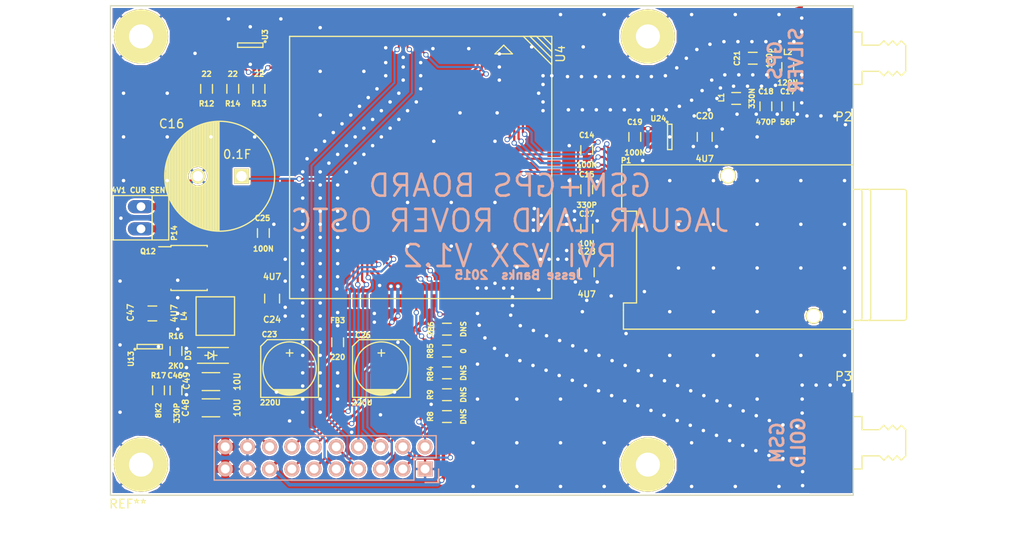
<source format=kicad_pcb>
(kicad_pcb (version 4) (host pcbnew 4.0.0-rc1-stable)
  (layers (0 F.Cu signal) (31 B.Cu signal) (34 B.Paste user) (35 F.Paste user) (36 B.SilkS user hide) (37 F.SilkS user) (38 B.Mask user) (39 F.Mask user) (44 Edge.Cuts user))
  (net 0 "")
  (net 1 GND)
  (net 2 SIMCARD_V)
  (net 3 "Net-(C16-Pad1)")
  (net 4 GPS_ANT)
  (net 5 GSM_ANT)
  (net 6 GPS)
  (net 7 4V1F1)
  (net 8 SIMCARD_RESET)
  (net 9 SIMCARD_CLK)
  (net 10 SIMCARD_DATA)
  (net 11 "Net-(Q12-Pad1)")
  (net 12 "Net-(R12-Pad1)")
  (net 13 "Net-(R13-Pad1)")
  (net 14 "Net-(R14-Pad1)")
  (net 15 SIM_RI)
  (net 16 SIM_DTR)
  (net 17 4V1_B)
  (net 18 12V0_C)
  (net 19 SIMCARD_B)
  (net 20 SIM_RF_OFF_B)
  (net 21 SIM_USB_DET_B)
  (net 22 SIM_PWR_ON_B)
  (net 23 SIM_DM_B)
  (net 24 SIM_RESET_B)
  (net 25 SIM_DP_B)
  (net 26 "Net-(P26-Pad10)")
  (net 27 SIM_RXD_B)
  (net 28 SIM_NET_B)
  (net 29 SIM_TXD_B)
  (net 30 SIM_PWR_B)
  (net 31 4V1_EN_B)
  (net 32 PC_WAKE)
  (net 33 "Net-(C46-Pad1)")
  (net 34 "Net-(C46-Pad2)")
  (net 35 "Net-(D3-Pad1)")
  (net 36 SIM_WAKE_B)
  (net 37 "Net-(U4-Pad6)")
  (net 38 "Net-(U4-Pad7)")
  (net 39 "Net-(U4-Pad8)")
  (net 40 "Net-(U4-Pad9)")
  (net 41 "Net-(U4-Pad15)")
  (net 42 "Net-(U4-Pad16)")
  (net 43 "Net-(U4-Pad21)")
  (net 44 "Net-(U4-Pad22)")
  (net 45 "Net-(U4-Pad23)")
  (net 46 "Net-(U4-Pad24)")
  (net 47 "Net-(U4-Pad25)")
  (net 48 "Net-(U4-Pad26)")
  (net 49 "Net-(U4-Pad27)")
  (net 50 "Net-(U4-Pad28)")
  (net 51 "Net-(U4-Pad29)")
  (net 52 "Net-(U4-Pad30)")
  (net 53 "Net-(U4-Pad31)")
  (net 54 "Net-(U4-Pad32)")
  (net 55 "Net-(U4-Pad33)")
  (net 56 "Net-(U4-Pad34)")
  (net 57 "Net-(U4-Pad35)")
  (net 58 "Net-(U4-Pad36)")
  (net 59 "Net-(U4-Pad44)")
  (net 60 "Net-(U4-Pad45)")
  (net 61 "Net-(U4-Pad46)")
  (net 62 "Net-(U4-Pad47)")
  (net 63 "Net-(U4-Pad48)")
  (net 64 "Net-(U4-Pad53)")
  (net 65 "Net-(U4-Pad55)")
  (net 66 "Net-(U4-Pad56)")
  (net 67 "Net-(U4-Pad66)")
  (net 68 "Net-(U4-Pad67)")
  (net 69 "Net-(U4-Pad70)")
  (net 70 "Net-(U4-Pad73)")
  (net 71 "Net-(U4-Pad74)")
  (net 72 "Net-(U4-Pad75)")
  (net 73 "Net-(U4-Pad76)")
  (net 74 "Net-(C17-Pad1)")
  (net 75 3V3F1)
  (module "Custom Parts:SIM5320" (layer F.Cu) (at 149 101 270)
    (fp_text reference U4 (at -13 -16 270) (layer F.SilkS))
    (fp_text value SIM5320 hide)
    (pad 1 smd rect (at -15.25 -9.5 270) (size 1.8 0.6) (layers F.Cu F.Paste F.Mask) (net 1 GND))
    (pad 2 smd rect (at -15.25 -8.5 270) (size 1.8 0.6) (layers F.Cu F.Paste F.Mask) (net 1 GND))
    (pad 3 smd rect (at -15.25 -7.5 270) (size 1.8 0.6) (layers F.Cu F.Paste F.Mask) (net 22 SIM_PWR_ON_B))
    (pad 4 smd rect (at -15.25 -6.5 270) (size 1.8 0.6) (layers F.Cu F.Paste F.Mask) (net 24 SIM_RESET_B))
    (pad 5 smd rect (at -15.25 -5.5 270) (size 1.8 0.6) (layers F.Cu F.Paste F.Mask) (net 1 GND))
    (pad 6 smd rect (at -15.25 -4.5 270) (size 1.8 0.6) (layers F.Cu F.Paste F.Mask) (net 37 "Net-(U4-Pad6)"))
    (pad 7 smd rect (at -15.25 -3.5 270) (size 1.8 0.6) (layers F.Cu F.Paste F.Mask) (net 38 "Net-(U4-Pad7)"))
    (pad 8 smd rect (at -15.25 -2.5 270) (size 1.8 0.6) (layers F.Cu F.Paste F.Mask) (net 39 "Net-(U4-Pad8)"))
    (pad 9 smd rect (at -15.25 -1.5 270) (size 1.8 0.6) (layers F.Cu F.Paste F.Mask) (net 40 "Net-(U4-Pad9)"))
    (pad 10 smd rect (at -15.25 -0.5 270) (size 1.8 0.6) (layers F.Cu F.Paste F.Mask) (net 1 GND))
    (pad 11 smd rect (at -15.25 0.5 270) (size 1.8 0.6) (layers F.Cu F.Paste F.Mask) (net 21 SIM_USB_DET_B))
    (pad 12 smd rect (at -15.25 1.5 270) (size 1.8 0.6) (layers F.Cu F.Paste F.Mask) (net 23 SIM_DM_B))
    (pad 13 smd rect (at -15.25 2.5 270) (size 1.8 0.6) (layers F.Cu F.Paste F.Mask) (net 25 SIM_DP_B))
    (pad 14 smd rect (at -15.25 3.5 270) (size 1.8 0.6) (layers F.Cu F.Paste F.Mask) (net 1 GND))
    (pad 15 smd rect (at -15.25 4.5 270) (size 1.8 0.6) (layers F.Cu F.Paste F.Mask) (net 41 "Net-(U4-Pad15)"))
    (pad 16 smd rect (at -15.25 5.5 270) (size 1.8 0.6) (layers F.Cu F.Paste F.Mask) (net 42 "Net-(U4-Pad16)"))
    (pad 17 smd rect (at -15.25 6.5 270) (size 1.8 0.6) (layers F.Cu F.Paste F.Mask) (net 12 "Net-(R12-Pad1)"))
    (pad 18 smd rect (at -15.25 7.5 270) (size 1.8 0.6) (layers F.Cu F.Paste F.Mask) (net 13 "Net-(R13-Pad1)"))
    (pad 19 smd rect (at -15.25 8.5 270) (size 1.8 0.6) (layers F.Cu F.Paste F.Mask) (net 14 "Net-(R14-Pad1)"))
    (pad 20 smd rect (at -15.25 9.5 270) (size 1.8 0.6) (layers F.Cu F.Paste F.Mask) (net 2 SIMCARD_V))
    (pad 21 smd rect (at -9.5 15.25) (size 1.5 0.6) (layers F.Cu F.Paste F.Mask) (net 43 "Net-(U4-Pad21)"))
    (pad 22 smd rect (at -8.5 15.25) (size 1.5 0.6) (layers F.Cu F.Paste F.Mask) (net 44 "Net-(U4-Pad22)"))
    (pad 23 smd rect (at -7.5 15.25) (size 1.5 0.6) (layers F.Cu F.Paste F.Mask) (net 45 "Net-(U4-Pad23)"))
    (pad 24 smd rect (at -6.5 15.25) (size 1.5 0.6) (layers F.Cu F.Paste F.Mask) (net 46 "Net-(U4-Pad24)"))
    (pad 25 smd rect (at -5.5 15.25) (size 1.5 0.6) (layers F.Cu F.Paste F.Mask) (net 47 "Net-(U4-Pad25)"))
    (pad 26 smd rect (at -4.5 15.25) (size 1.5 0.6) (layers F.Cu F.Paste F.Mask) (net 48 "Net-(U4-Pad26)"))
    (pad 27 smd rect (at -3.5 15.25) (size 1.5 0.6) (layers F.Cu F.Paste F.Mask) (net 49 "Net-(U4-Pad27)"))
    (pad 28 smd rect (at -2.5 15.25) (size 1.5 0.6) (layers F.Cu F.Paste F.Mask) (net 50 "Net-(U4-Pad28)"))
    (pad 29 smd rect (at -1.5 15.25) (size 1.5 0.6) (layers F.Cu F.Paste F.Mask) (net 51 "Net-(U4-Pad29)"))
    (pad 30 smd rect (at -0.5 15.25) (size 1.5 0.6) (layers F.Cu F.Paste F.Mask) (net 52 "Net-(U4-Pad30)"))
    (pad 31 smd rect (at 0.5 15.25) (size 1.5 0.6) (layers F.Cu F.Paste F.Mask) (net 53 "Net-(U4-Pad31)"))
    (pad 32 smd rect (at 1.5 15.25) (size 1.5 0.6) (layers F.Cu F.Paste F.Mask) (net 54 "Net-(U4-Pad32)"))
    (pad 33 smd rect (at 2.5 15.25) (size 1.5 0.6) (layers F.Cu F.Paste F.Mask) (net 55 "Net-(U4-Pad33)"))
    (pad 34 smd rect (at 3.5 15.25) (size 1.5 0.6) (layers F.Cu F.Paste F.Mask) (net 56 "Net-(U4-Pad34)"))
    (pad 35 smd rect (at 4.5 15.25) (size 1.5 0.6) (layers F.Cu F.Paste F.Mask) (net 57 "Net-(U4-Pad35)"))
    (pad 36 smd rect (at 5.5 15.25) (size 1.5 0.6) (layers F.Cu F.Paste F.Mask) (net 58 "Net-(U4-Pad36)"))
    (pad 37 smd rect (at 6.5 15.25) (size 1.5 0.6) (layers F.Cu F.Paste F.Mask) (net 1 GND))
    (pad 38 smd rect (at 7.5 15.25) (size 1.5 0.6) (layers F.Cu F.Paste F.Mask) (net 17 4V1_B))
    (pad 39 smd rect (at 8.5 15.25) (size 1.5 0.6) (layers F.Cu F.Paste F.Mask) (net 17 4V1_B))
    (pad 40 smd rect (at 9.5 15.25) (size 1.5 0.6) (layers F.Cu F.Paste F.Mask) (net 1 GND))
    (pad 41 smd rect (at 15.25 9.5 90) (size 1.5 0.6) (layers F.Cu F.Paste F.Mask) (net 1 GND))
    (pad 42 smd rect (at 15.25 8.5 90) (size 1.5 0.6) (layers F.Cu F.Paste F.Mask) (net 3 "Net-(C16-Pad1)"))
    (pad 43 smd rect (at 15.25 7.5 90) (size 1.5 0.6) (layers F.Cu F.Paste F.Mask) (net 1 GND))
    (pad 44 smd rect (at 15.25 6.5 90) (size 1.5 0.6) (layers F.Cu F.Paste F.Mask) (net 59 "Net-(U4-Pad44)"))
    (pad 45 smd rect (at 15.25 5.5 90) (size 1.5 0.6) (layers F.Cu F.Paste F.Mask) (net 60 "Net-(U4-Pad45)"))
    (pad 46 smd rect (at 15.25 4.5 90) (size 1.5 0.6) (layers F.Cu F.Paste F.Mask) (net 61 "Net-(U4-Pad46)"))
    (pad 47 smd rect (at 15.25 3.5 90) (size 1.5 0.6) (layers F.Cu F.Paste F.Mask) (net 62 "Net-(U4-Pad47)"))
    (pad 48 smd rect (at 15.25 2.5 90) (size 1.5 0.6) (layers F.Cu F.Paste F.Mask) (net 63 "Net-(U4-Pad48)"))
    (pad 49 smd rect (at 15.25 1.5 90) (size 1.5 0.6) (layers F.Cu F.Paste F.Mask) (net 30 SIM_PWR_B))
    (pad 50 smd rect (at 15.25 0.5 90) (size 1.5 0.6) (layers F.Cu F.Paste F.Mask) (net 36 SIM_WAKE_B))
    (pad 51 smd rect (at 15.25 -0.5 90) (size 1.5 0.6) (layers F.Cu F.Paste F.Mask) (net 28 SIM_NET_B))
    (pad 52 smd rect (at 15.25 -1.5 90) (size 1.5 0.6) (layers F.Cu F.Paste F.Mask) (net 32 PC_WAKE))
    (pad 53 smd rect (at 15.25 -2.5 90) (size 1.5 0.6) (layers F.Cu F.Paste F.Mask) (net 64 "Net-(U4-Pad53)"))
    (pad 54 smd rect (at 15.25 -3.5 90) (size 1.5 0.6) (layers F.Cu F.Paste F.Mask) (net 20 SIM_RF_OFF_B))
    (pad 55 smd rect (at 15.25 -4.5 90) (size 1.5 0.6) (layers F.Cu F.Paste F.Mask) (net 65 "Net-(U4-Pad55)"))
    (pad 56 smd rect (at 15.25 -5.5 90) (size 1.5 0.6) (layers F.Cu F.Paste F.Mask) (net 66 "Net-(U4-Pad56)"))
    (pad 57 smd rect (at 15.25 -6.5 90) (size 1.5 0.6) (layers F.Cu F.Paste F.Mask) (net 1 GND))
    (pad 58 smd rect (at 15.25 -7.5 90) (size 1.5 0.6) (layers F.Cu F.Paste F.Mask) (net 1 GND))
    (pad 59 smd rect (at 15.25 -8.5 90) (size 1.5 0.6) (layers F.Cu F.Paste F.Mask) (net 5 GSM_ANT))
    (pad 60 smd rect (at 15.25 -9.5 90) (size 1.5 0.6) (layers F.Cu F.Paste F.Mask) (net 1 GND))
    (pad 61 smd rect (at 9.5 -15.25 180) (size 1.5 0.6) (layers F.Cu F.Paste F.Mask) (net 1 GND))
    (pad 62 smd rect (at 8.5 -15.25 180) (size 1.5 0.6) (layers F.Cu F.Paste F.Mask) (net 7 4V1F1))
    (pad 63 smd rect (at 7.5 -15.25 180) (size 1.5 0.6) (layers F.Cu F.Paste F.Mask) (net 7 4V1F1))
    (pad 64 smd rect (at 6.5 -15.25 180) (size 1.5 0.6) (layers F.Cu F.Paste F.Mask) (net 1 GND))
    (pad 65 smd rect (at 5.5 -15.25 180) (size 1.5 0.6) (layers F.Cu F.Paste F.Mask) (net 1 GND))
    (pad 66 smd rect (at 4.5 -15.25 180) (size 1.5 0.6) (layers F.Cu F.Paste F.Mask) (net 67 "Net-(U4-Pad66)"))
    (pad 67 smd rect (at 3.5 -15.25 180) (size 1.5 0.6) (layers F.Cu F.Paste F.Mask) (net 68 "Net-(U4-Pad67)"))
    (pad 68 smd rect (at 2.5 -15.25 180) (size 1.5 0.6) (layers F.Cu F.Paste F.Mask) (net 27 SIM_RXD_B))
    (pad 69 smd rect (at 1.5 -15.25 180) (size 1.5 0.6) (layers F.Cu F.Paste F.Mask) (net 15 SIM_RI))
    (pad 70 smd rect (at 0.5 -15.25 180) (size 1.5 0.6) (layers F.Cu F.Paste F.Mask) (net 69 "Net-(U4-Pad70)"))
    (pad 71 smd rect (at -0.5 -15.25 180) (size 1.5 0.6) (layers F.Cu F.Paste F.Mask) (net 29 SIM_TXD_B))
    (pad 72 smd rect (at -1.5 -15.25 180) (size 1.5 0.6) (layers F.Cu F.Paste F.Mask) (net 16 SIM_DTR))
    (pad 73 smd rect (at -2.5 -15.25 180) (size 1.5 0.6) (layers F.Cu F.Paste F.Mask) (net 70 "Net-(U4-Pad73)"))
    (pad 74 smd rect (at -3.5 -15.25 180) (size 1.5 0.6) (layers F.Cu F.Paste F.Mask) (net 71 "Net-(U4-Pad74)"))
    (pad 75 smd rect (at -4.5 -15.25 180) (size 1.5 0.6) (layers F.Cu F.Paste F.Mask) (net 72 "Net-(U4-Pad75)"))
    (pad 76 smd rect (at -5.5 -15.25 180) (size 1.5 0.6) (layers F.Cu F.Paste F.Mask) (net 73 "Net-(U4-Pad76)"))
    (pad 77 smd rect (at -6.5 -15.25 180) (size 1.5 0.6) (layers F.Cu F.Paste F.Mask) (net 1 GND))
    (pad 78 smd rect (at -7.5 -15.25 180) (size 1.5 0.6) (layers F.Cu F.Paste F.Mask) (net 1 GND))
    (pad 79 smd rect (at -8.5 -15.25 180) (size 1.5 0.6) (layers F.Cu F.Paste F.Mask) (net 4 GPS_ANT))
    (pad 80 smd rect (at -9.5 -15.25 180) (size 1.5 0.6) (layers F.Cu F.Paste F.Mask) (net 1 GND))
  )
  (module "Custom Parts:C_0603_SM" (layer F.Cu) (at 173.5 97.5 270)
    (fp_text reference C19 (at -1.7 0 360) (layer F.SilkS) (effects (font (size 0.6 0.6))))
    (fp_text value 100N (at 1.8 0 360) (layer F.SilkS) (effects (font (size 0.6 0.6))))
    (pad 1 smd rect (at -0.9 0 270) (size 0.7 0.9) (layers F.Cu F.Paste F.Mask) (net 7 4V1F1))
    (pad 2 smd rect (at 0.9 0 270) (size 0.7 0.9) (layers F.Cu F.Paste F.Mask) (net 1 GND))
  )
  (module Pin_Headers:Pin_Header_Straight_2x10 (layer B.Cu) (at 149.5 135.5 90)
    (fp_text reference P26 hide)
    (fp_text value CONN_02X10 hide)
    (pad 1 thru_hole rect (at 0 0 90) (size 1.7272 1.7272) (drill 1.016) (layers *.Cu *.Mask B.SilkS) (net 1 GND))
    (pad 2 thru_hole oval (at 2.54 0 90) (size 1.7272 1.7272) (drill 1.016) (layers *.Cu *.Mask B.SilkS) (net 36 SIM_WAKE_B))
    (pad 3 thru_hole oval (at 0 -2.54 90) (size 1.7272 1.7272) (drill 1.016) (layers *.Cu *.Mask B.SilkS) (net 19 SIMCARD_B))
    (pad 4 thru_hole oval (at 2.54 -2.54 90) (size 1.7272 1.7272) (drill 1.016) (layers *.Cu *.Mask B.SilkS) (net 20 SIM_RF_OFF_B))
    (pad 5 thru_hole oval (at 0 -5.08 90) (size 1.7272 1.7272) (drill 1.016) (layers *.Cu *.Mask B.SilkS) (net 21 SIM_USB_DET_B))
    (pad 6 thru_hole oval (at 2.54 -5.08 90) (size 1.7272 1.7272) (drill 1.016) (layers *.Cu *.Mask B.SilkS) (net 22 SIM_PWR_ON_B))
    (pad 7 thru_hole oval (at 0 -7.62 90) (size 1.7272 1.7272) (drill 1.016) (layers *.Cu *.Mask B.SilkS) (net 23 SIM_DM_B))
    (pad 8 thru_hole oval (at 2.54 -7.62 90) (size 1.7272 1.7272) (drill 1.016) (layers *.Cu *.Mask B.SilkS) (net 24 SIM_RESET_B))
    (pad 9 thru_hole oval (at 0 -10.16 90) (size 1.7272 1.7272) (drill 1.016) (layers *.Cu *.Mask B.SilkS) (net 25 SIM_DP_B))
    (pad 10 thru_hole oval (at 2.54 -10.16 90) (size 1.7272 1.7272) (drill 1.016) (layers *.Cu *.Mask B.SilkS) (net 26 "Net-(P26-Pad10)"))
    (pad 11 thru_hole oval (at 0 -12.7 90) (size 1.7272 1.7272) (drill 1.016) (layers *.Cu *.Mask B.SilkS) (net 27 SIM_RXD_B))
    (pad 12 thru_hole oval (at 2.54 -12.7 90) (size 1.7272 1.7272) (drill 1.016) (layers *.Cu *.Mask B.SilkS) (net 28 SIM_NET_B))
    (pad 13 thru_hole oval (at 0 -15.24 90) (size 1.7272 1.7272) (drill 1.016) (layers *.Cu *.Mask B.SilkS) (net 29 SIM_TXD_B))
    (pad 14 thru_hole oval (at 2.54 -15.24 90) (size 1.7272 1.7272) (drill 1.016) (layers *.Cu *.Mask B.SilkS) (net 30 SIM_PWR_B))
    (pad 15 thru_hole oval (at 0 -17.78 90) (size 1.7272 1.7272) (drill 1.016) (layers *.Cu *.Mask B.SilkS) (net 17 4V1_B))
    (pad 16 thru_hole oval (at 2.54 -17.78 90) (size 1.7272 1.7272) (drill 1.016) (layers *.Cu *.Mask B.SilkS) (net 31 4V1_EN_B))
    (pad 17 thru_hole oval (at 0 -20.32 90) (size 1.7272 1.7272) (drill 1.016) (layers *.Cu *.Mask B.SilkS) (net 1 GND))
    (pad 18 thru_hole oval (at 2.54 -20.32 90) (size 1.7272 1.7272) (drill 1.016) (layers *.Cu *.Mask B.SilkS) (net 1 GND))
    (pad 19 thru_hole oval (at 0 -22.86 90) (size 1.7272 1.7272) (drill 1.016) (layers *.Cu *.Mask B.SilkS) (net 18 12V0_C))
    (pad 20 thru_hole oval (at 2.54 -22.86 90) (size 1.7272 1.7272) (drill 1.016) (layers *.Cu *.Mask B.SilkS) (net 18 12V0_C))
  )
  (module "Custom Parts:C_0603_SM" (layer F.Cu) (at 187 88.5 180)
    (fp_text reference C21 (at 1.8 0 270) (layer F.SilkS) (effects (font (size 0.6 0.6))))
    (fp_text value 150p (at -1.9 0 270) (layer F.SilkS) (effects (font (size 0.6 0.6))))
    (pad 1 smd rect (at -0.9 0 180) (size 0.7 0.9) (layers F.Cu F.Paste F.Mask) (net 6 GPS))
    (pad 2 smd rect (at 0.9 0 180) (size 0.7 0.9) (layers F.Cu F.Paste F.Mask) (net 4 GPS_ANT))
  )
  (module "Custom Parts:R_0603_sm" (layer F.Cu) (at 152 119.5 180)
    (fp_text reference R86 (at 1.8 0 270) (layer F.SilkS) (effects (font (size 0.6 0.6))))
    (fp_text value DNS (at -1.9 0 270) (layer F.SilkS) (effects (font (size 0.6 0.6))))
    (pad 1 smd rect (at -0.9 0 180) (size 0.8 0.9) (layers F.Cu F.Paste F.Mask) (net 26 "Net-(P26-Pad10)"))
    (pad 2 smd rect (at 0.9 0 180) (size 0.8 0.9) (layers F.Cu F.Paste F.Mask) (net 16 SIM_DTR))
  )
  (module "Custom Parts:R_0603_sm" (layer F.Cu) (at 152 122 180)
    (fp_text reference R85 (at 1.9 0 270) (layer F.SilkS) (effects (font (size 0.6 0.6))))
    (fp_text value 0 (at -1.9 0 270) (layer F.SilkS) (effects (font (size 0.6 0.6))))
    (pad 1 smd rect (at -0.9 0 180) (size 0.8 0.9) (layers F.Cu F.Paste F.Mask) (net 26 "Net-(P26-Pad10)"))
    (pad 2 smd rect (at 0.9 0 180) (size 0.8 0.9) (layers F.Cu F.Paste F.Mask) (net 32 PC_WAKE))
  )
  (module "Custom Parts:R_0603_sm" (layer F.Cu) (at 152 124.5 180)
    (fp_text reference R84 (at 1.9 -0.1 270) (layer F.SilkS) (effects (font (size 0.6 0.6))))
    (fp_text value DNS (at -1.9 0 270) (layer F.SilkS) (effects (font (size 0.6 0.6))))
    (pad 1 smd rect (at -0.9 0 180) (size 0.8 0.9) (layers F.Cu F.Paste F.Mask) (net 26 "Net-(P26-Pad10)"))
    (pad 2 smd rect (at 0.9 0 180) (size 0.8 0.9) (layers F.Cu F.Paste F.Mask) (net 15 SIM_RI))
  )
  (module "Custom Parts:R_0603_sm" (layer F.Cu) (at 119 126.5 90)
    (fp_text reference R17 (at 1.7 0 180) (layer F.SilkS) (effects (font (size 0.6 0.6))))
    (fp_text value 8K2 (at -2.3 0 270) (layer F.SilkS) (effects (font (size 0.6 0.6))))
    (pad 1 smd rect (at -0.9 0 90) (size 0.8 0.9) (layers F.Cu F.Paste F.Mask) (net 33 "Net-(C46-Pad1)"))
    (pad 2 smd rect (at 0.9 0 90) (size 0.8 0.9) (layers F.Cu F.Paste F.Mask) (net 34 "Net-(C46-Pad2)"))
  )
  (module "Custom Parts:R_0603_sm" (layer F.Cu) (at 121 122 270)
    (fp_text reference R16 (at -1.7 0 360) (layer F.SilkS) (effects (font (size 0.6 0.6))))
    (fp_text value 2K0 (at 1.7 0 360) (layer F.SilkS) (effects (font (size 0.6 0.6))))
    (pad 1 smd rect (at -0.9 0 270) (size 0.8 0.9) (layers F.Cu F.Paste F.Mask) (net 1 GND))
    (pad 2 smd rect (at 0.9 0 270) (size 0.8 0.9) (layers F.Cu F.Paste F.Mask) (net 34 "Net-(C46-Pad2)"))
  )
  (module "Custom Parts:R_0603_sm" (layer F.Cu) (at 127.5 92 90)
    (fp_text reference R14 (at -1.7 0 180) (layer F.SilkS) (effects (font (size 0.6 0.6))))
    (fp_text value 22 (at 1.7 0 180) (layer F.SilkS) (effects (font (size 0.6 0.6))))
    (pad 1 smd rect (at -0.9 0 90) (size 0.8 0.9) (layers F.Cu F.Paste F.Mask) (net 14 "Net-(R14-Pad1)"))
    (pad 2 smd rect (at 0.9 0 90) (size 0.8 0.9) (layers F.Cu F.Paste F.Mask) (net 9 SIMCARD_CLK))
  )
  (module "Custom Parts:R_0603_sm" (layer F.Cu) (at 130.5 92 90)
    (fp_text reference R13 (at -1.7 0 180) (layer F.SilkS) (effects (font (size 0.6 0.6))))
    (fp_text value 22 (at 1.7 0 180) (layer F.SilkS) (effects (font (size 0.6 0.6))))
    (pad 1 smd rect (at -0.9 0 90) (size 0.8 0.9) (layers F.Cu F.Paste F.Mask) (net 13 "Net-(R13-Pad1)"))
    (pad 2 smd rect (at 0.9 0 90) (size 0.8 0.9) (layers F.Cu F.Paste F.Mask) (net 8 SIMCARD_RESET))
  )
  (module "Custom Parts:R_0603_sm" (layer F.Cu) (at 124.5 92 90)
    (fp_text reference R12 (at -1.7 0 180) (layer F.SilkS) (effects (font (size 0.6 0.6))))
    (fp_text value 22 (at 1.7 0 180) (layer F.SilkS) (effects (font (size 0.6 0.6))))
    (pad 1 smd rect (at -0.9 0 90) (size 0.8 0.9) (layers F.Cu F.Paste F.Mask) (net 12 "Net-(R12-Pad1)"))
    (pad 2 smd rect (at 0.9 0 90) (size 0.8 0.9) (layers F.Cu F.Paste F.Mask) (net 10 SIMCARD_DATA))
  )
  (module "Custom Parts:R_0603_sm" (layer F.Cu) (at 152 127)
    (fp_text reference R9 (at -1.9 0 90) (layer F.SilkS) (effects (font (size 0.6 0.6))))
    (fp_text value DNS (at 1.9 0 90) (layer F.SilkS) (effects (font (size 0.6 0.6))))
    (pad 1 smd rect (at -0.9 0) (size 0.8 0.9) (layers F.Cu F.Paste F.Mask) (net 1 GND))
    (pad 2 smd rect (at 0.9 0) (size 0.8 0.9) (layers F.Cu F.Paste F.Mask) (net 19 SIMCARD_B))
  )
  (module "Custom Parts:R_0603_sm" (layer F.Cu) (at 152 129.5)
    (fp_text reference R8 (at -1.9 0 90) (layer F.SilkS) (effects (font (size 0.6 0.6))))
    (fp_text value DNS (at 1.9 0 90) (layer F.SilkS) (effects (font (size 0.6 0.6))))
    (pad 1 smd rect (at -0.9 0) (size 0.8 0.9) (layers F.Cu F.Paste F.Mask) (net 19 SIMCARD_B))
    (pad 2 smd rect (at 0.9 0) (size 0.8 0.9) (layers F.Cu F.Paste F.Mask) (net 17 4V1_B))
  )
  (module "Custom Parts:C_0603_SM" (layer F.Cu) (at 191 89.5 270)
    (fp_text reference L2 (at -1.7 0 360) (layer F.SilkS) (effects (font (size 0.6 0.6))))
    (fp_text value 120N (at 1.8 0 360) (layer F.SilkS) (effects (font (size 0.6 0.6))))
    (pad 1 smd rect (at -0.9 0 270) (size 0.7 0.9) (layers F.Cu F.Paste F.Mask) (net 6 GPS))
    (pad 2 smd rect (at 0.9 0 270) (size 0.7 0.9) (layers F.Cu F.Paste F.Mask) (net 74 "Net-(C17-Pad1)"))
  )
  (module "Custom Parts:C_0603_SM" (layer F.Cu) (at 185.1 93.1)
    (fp_text reference L1 (at -1.7 -0.1 90) (layer F.SilkS) (effects (font (size 0.6 0.6))))
    (fp_text value 330N (at 1.8 0 90) (layer F.SilkS) (effects (font (size 0.6 0.6))))
    (pad 1 smd rect (at -0.9 0) (size 0.7 0.9) (layers F.Cu F.Paste F.Mask) (net 75 3V3F1))
    (pad 2 smd rect (at 0.9 0) (size 0.7 0.9) (layers F.Cu F.Paste F.Mask) (net 74 "Net-(C17-Pad1)"))
  )
  (module "Custom Parts:R_0603_sm" (layer F.Cu) (at 139.5 121 270)
    (fp_text reference FB3 (at -2.5 0 360) (layer F.SilkS) (effects (font (size 0.6 0.6))))
    (fp_text value 220 (at 1.7 0 360) (layer F.SilkS) (effects (font (size 0.6 0.6))))
    (pad 1 smd rect (at -0.9 0 270) (size 0.8 0.9) (layers F.Cu F.Paste F.Mask) (net 7 4V1F1))
    (pad 2 smd rect (at 0.9 0 270) (size 0.8 0.9) (layers F.Cu F.Paste F.Mask) (net 17 4V1_B))
  )
  (module "Custom Parts:C_1206_SM" (layer F.Cu) (at 125 125.5 180)
    (fp_text reference C49 (at 2.8 0.1 270) (layer F.SilkS) (effects (font (size 0.7 0.7))))
    (fp_text value 10U (at -3 0 270) (layer F.SilkS) (effects (font (size 0.7 0.7))))
    (pad 1 smd rect (at -1.6 0 180) (size 1.2 1.6) (layers F.Cu F.Paste F.Mask) (net 33 "Net-(C46-Pad1)"))
    (pad 2 smd rect (at 1.6 0 180) (size 1.2 1.6) (layers F.Cu F.Paste F.Mask) (net 1 GND))
  )
  (module "Custom Parts:C_1206_SM" (layer F.Cu) (at 125 128.5 180)
    (fp_text reference C48 (at 2.9 0 270) (layer F.SilkS) (effects (font (size 0.7 0.7))))
    (fp_text value 10U (at -3 0 270) (layer F.SilkS) (effects (font (size 0.7 0.7))))
    (pad 1 smd rect (at -1.6 0 180) (size 1.2 1.6) (layers F.Cu F.Paste F.Mask) (net 33 "Net-(C46-Pad1)"))
    (pad 2 smd rect (at 1.6 0 180) (size 1.2 1.6) (layers F.Cu F.Paste F.Mask) (net 1 GND))
  )
  (module "Custom Parts:C_0603_SM" (layer F.Cu) (at 121 126.5 90)
    (fp_text reference C46 (at 1.7 -0.1 180) (layer F.SilkS) (effects (font (size 0.6 0.6))))
    (fp_text value 330P (at -2.6 0.1 270) (layer F.SilkS) (effects (font (size 0.6 0.6))))
    (pad 1 smd rect (at -0.9 0 90) (size 0.7 0.9) (layers F.Cu F.Paste F.Mask) (net 33 "Net-(C46-Pad1)"))
    (pad 2 smd rect (at 0.9 0 90) (size 0.7 0.9) (layers F.Cu F.Paste F.Mask) (net 34 "Net-(C46-Pad2)"))
  )
  (module "Custom Parts:C_0805_SM" (layer F.Cu) (at 118.3 117.7)
    (fp_text reference C47 (at -2.5 -0.1 90) (layer F.SilkS) (effects (font (size 0.7 0.7))))
    (fp_text value 4U7 (at 2.5 0 90) (layer F.SilkS) (effects (font (size 0.7 0.7))))
    (pad 1 smd rect (at -1.1 0) (size 1.2 1.25) (layers F.Cu F.Paste F.Mask) (net 18 12V0_C))
    (pad 2 smd rect (at 1.1 0) (size 1.2 1.25) (layers F.Cu F.Paste F.Mask) (net 1 GND))
  )
  (module "Custom Parts:C_0805_SM" (layer F.Cu) (at 168 113 270)
    (fp_text reference C28 (at -2.4 0 360) (layer F.SilkS) (effects (font (size 0.7 0.7))))
    (fp_text value 4U7 (at 2.5 0 360) (layer F.SilkS) (effects (font (size 0.7 0.7))))
    (pad 1 smd rect (at -1.1 0 270) (size 1.2 1.25) (layers F.Cu F.Paste F.Mask) (net 7 4V1F1))
    (pad 2 smd rect (at 1.1 0 270) (size 1.2 1.25) (layers F.Cu F.Paste F.Mask) (net 1 GND))
  )
  (module "Custom Parts:C_0603_SM" (layer F.Cu) (at 168 108 90)
    (fp_text reference C27 (at 1.7 0 180) (layer F.SilkS) (effects (font (size 0.6 0.6))))
    (fp_text value 10N (at -1.7 0 180) (layer F.SilkS) (effects (font (size 0.6 0.6))))
    (pad 1 smd rect (at -0.9 0 90) (size 0.7 0.9) (layers F.Cu F.Paste F.Mask) (net 7 4V1F1))
    (pad 2 smd rect (at 0.9 0 90) (size 0.7 0.9) (layers F.Cu F.Paste F.Mask) (net 1 GND))
  )
  (module "Custom Parts:C_0603_SM" (layer F.Cu) (at 131 108.5 90)
    (fp_text reference C25 (at 1.7 -0.1 180) (layer F.SilkS) (effects (font (size 0.6 0.6))))
    (fp_text value 100N (at -1.8 0 180) (layer F.SilkS) (effects (font (size 0.6 0.6))))
    (pad 1 smd rect (at -0.9 0 90) (size 0.7 0.9) (layers F.Cu F.Paste F.Mask) (net 17 4V1_B))
    (pad 2 smd rect (at 0.9 0 90) (size 0.7 0.9) (layers F.Cu F.Paste F.Mask) (net 1 GND))
  )
  (module "Custom Parts:C_0805_SM" (layer F.Cu) (at 132 116 270)
    (fp_text reference C24 (at 2.4 0 360) (layer F.SilkS) (effects (font (size 0.7 0.7))))
    (fp_text value 4U7 (at -2.5 0 360) (layer F.SilkS) (effects (font (size 0.7 0.7))))
    (pad 1 smd rect (at -1.1 0 270) (size 1.2 1.25) (layers F.Cu F.Paste F.Mask) (net 17 4V1_B))
    (pad 2 smd rect (at 1.1 0 270) (size 1.2 1.25) (layers F.Cu F.Paste F.Mask) (net 1 GND))
  )
  (module "Custom Parts:C_0603_SM" (layer F.Cu) (at 188.5 94 270)
    (fp_text reference C18 (at -1.7 0 360) (layer F.SilkS) (effects (font (size 0.6 0.6))))
    (fp_text value 470P (at 1.8 0 360) (layer F.SilkS) (effects (font (size 0.6 0.6))))
    (pad 1 smd rect (at -0.9 0 270) (size 0.7 0.9) (layers F.Cu F.Paste F.Mask) (net 74 "Net-(C17-Pad1)"))
    (pad 2 smd rect (at 0.9 0 270) (size 0.7 0.9) (layers F.Cu F.Paste F.Mask) (net 1 GND))
  )
  (module "Custom Parts:C_0603_SM" (layer F.Cu) (at 191 94 270)
    (fp_text reference C17 (at -1.7 0 360) (layer F.SilkS) (effects (font (size 0.6 0.6))))
    (fp_text value 56P (at 1.8 0 360) (layer F.SilkS) (effects (font (size 0.6 0.6))))
    (pad 1 smd rect (at -0.9 0 270) (size 0.7 0.9) (layers F.Cu F.Paste F.Mask) (net 74 "Net-(C17-Pad1)"))
    (pad 2 smd rect (at 0.9 0 270) (size 0.7 0.9) (layers F.Cu F.Paste F.Mask) (net 1 GND))
  )
  (module "Custom Parts:C_0603_SM" (layer F.Cu) (at 168 103.5 90)
    (fp_text reference C15 (at 1.7 0 180) (layer F.SilkS) (effects (font (size 0.6 0.6))))
    (fp_text value 330P (at -1.8 0 180) (layer F.SilkS) (effects (font (size 0.6 0.6))))
    (pad 1 smd rect (at -0.9 0 90) (size 0.7 0.9) (layers F.Cu F.Paste F.Mask) (net 2 SIMCARD_V))
    (pad 2 smd rect (at 0.9 0 90) (size 0.7 0.9) (layers F.Cu F.Paste F.Mask) (net 1 GND))
  )
  (module "Custom Parts:C_0603_SM" (layer F.Cu) (at 168 99 270)
    (fp_text reference C14 (at -1.7 0 360) (layer F.SilkS) (effects (font (size 0.6 0.6))))
    (fp_text value 100N (at 1.7 0 360) (layer F.SilkS) (effects (font (size 0.6 0.6))))
    (pad 1 smd rect (at -0.9 0 270) (size 0.7 0.9) (layers F.Cu F.Paste F.Mask) (net 2 SIMCARD_V))
    (pad 2 smd rect (at 0.9 0 270) (size 0.7 0.9) (layers F.Cu F.Paste F.Mask) (net 1 GND))
  )
  (module "Custom Parts:SOIC-8_MOS" (layer F.Cu) (at 122.5 112.5)
    (fp_text reference Q12 (at -4.7 -1.9) (layer F.SilkS) (effects (font (size 0.6 0.6))))
    (fp_text value IRF9335 hide)
    (pad 2 smd rect (at -2.7 -1.905) (size 1.55 0.6) (layers F.Cu F.Paste F.Mask) (net 18 12V0_C))
    (pad 2 smd rect (at -2.7 -0.635) (size 1.55 0.6) (layers F.Cu F.Paste F.Mask) (net 18 12V0_C))
    (pad 2 smd rect (at -2.7 0.635) (size 1.55 0.6) (layers F.Cu F.Paste F.Mask) (net 18 12V0_C))
    (pad 1 smd rect (at -2.7 1.905) (size 1.55 0.6) (layers F.Cu F.Paste F.Mask) (net 11 "Net-(Q12-Pad1)"))
    (pad 3 smd rect (at 2.7 1.905) (size 1.55 0.6) (layers F.Cu F.Paste F.Mask) (net 35 "Net-(D3-Pad1)"))
    (pad 3 smd rect (at 2.7 0.635) (size 1.55 0.6) (layers F.Cu F.Paste F.Mask) (net 35 "Net-(D3-Pad1)"))
    (pad 3 smd rect (at 2.7 -0.635) (size 1.55 0.6) (layers F.Cu F.Paste F.Mask) (net 35 "Net-(D3-Pad1)"))
    (pad 3 smd rect (at 2.7 -1.905) (size 1.55 0.6) (layers F.Cu F.Paste F.Mask) (net 35 "Net-(D3-Pad1)"))
  )
  (module Housings_SOT-23_SOT-143_TSOT-6:SOT-23-5 (layer F.Cu) (at 118 121.5 90)
    (fp_text reference U13 (at -1.4 -2.15 90) (layer F.SilkS) (effects (font (size 0.6 0.6))))
    (fp_text value XRP6124 hide)
    (pad 1 smd rect (at -1.1 -0.95 90) (size 1.06 0.65) (layers F.Cu F.Paste F.Mask) (net 31 4V1_EN_B))
    (pad 2 smd rect (at -1.1 0 90) (size 1.06 0.65) (layers F.Cu F.Paste F.Mask) (net 1 GND))
    (pad 3 smd rect (at -1.1 0.95 90) (size 1.06 0.65) (layers F.Cu F.Paste F.Mask) (net 34 "Net-(C46-Pad2)"))
    (pad 4 smd rect (at 1.1 0.95 90) (size 1.06 0.65) (layers F.Cu F.Paste F.Mask) (net 11 "Net-(Q12-Pad1)"))
    (pad 5 smd rect (at 1.1 -0.95 90) (size 1.06 0.65) (layers F.Cu F.Paste F.Mask) (net 18 12V0_C))
  )
  (module Housings_SOT-23_SOT-143_TSOT-6:SOT-23-6 (layer F.Cu) (at 129.5 87 270)
    (fp_text reference U3 (at -1.2 -1.7 270) (layer F.SilkS) (effects (font (size 0.6 0.6))))
    (fp_text value MMQA5V6T3G hide)
    (pad 1 smd rect (at -1.1 -0.95 270) (size 1.06 0.65) (layers F.Cu F.Paste F.Mask) (net 9 SIMCARD_CLK))
    (pad 2 smd rect (at -1.1 0 270) (size 1.06 0.65) (layers F.Cu F.Paste F.Mask) (net 1 GND))
    (pad 3 smd rect (at -1.1 0.95 270) (size 1.06 0.65) (layers F.Cu F.Paste F.Mask) (net 10 SIMCARD_DATA))
    (pad 4 smd rect (at 1.1 0.95 270) (size 1.06 0.65) (layers F.Cu F.Paste F.Mask) (net 2 SIMCARD_V))
    (pad 6 smd rect (at 1.1 -0.95 270) (size 1.06 0.65) (layers F.Cu F.Paste F.Mask) (net 8 SIMCARD_RESET))
    (pad 5 smd rect (at 1.1 0 270) (size 1.06 0.65) (layers F.Cu F.Paste F.Mask) (net 1 GND))
  )
  (module Connect:PINHEAD1-2 (layer F.Cu) (at 117 106.75 270)
    (fp_text reference P14 (at 1.75 -3.8 270) (layer F.SilkS) (effects (font (size 0.6 0.6))))
    (fp_text value CUR_SEN hide)
    (pad 1 thru_hole oval (at -1.27 0 270) (size 1.50622 3.01498) (drill 0.99822) (layers *.Cu *.Mask) (net 17 4V1_B))
    (pad 2 thru_hole oval (at 1.27 0 270) (size 1.50622 3.01498) (drill 0.99822) (layers *.Cu *.Mask) (net 33 "Net-(C46-Pad1)"))
  )
  (module "Custom Parts:SMA-RA_142-0701-801" (layer F.Cu) (at 198.5 132.5 270)
    (fp_text reference P3 (at -7.6 1.1 360) (layer F.SilkS))
    (fp_text value SMA hide)
    (pad 1 smd rect (at 0 2.5 270) (size 1.1 5) (layers F.Cu F.Mask) (net 5 GSM_ANT))
    (pad 2 smd rect (at -4.25 2.5 270) (size 3 5) (layers F.Cu F.Mask) (net 1 GND))
    (pad 2 smd rect (at 4.25 2.5 270) (size 3 5) (layers F.Cu F.Mask) (net 1 GND))
    (pad 2 smd rect (at 0 2.5 270) (size 11.5 5) (layers B.Cu B.Mask) (net 1 GND))
  )
  (module "Custom Parts:SMA-RA_142-0701-801" (layer F.Cu) (at 198.5 88.5 270)
    (fp_text reference P2 (at 6.7 1.1 360) (layer F.SilkS))
    (fp_text value SMA hide)
    (pad 1 smd rect (at 0 2.5 270) (size 1.1 5) (layers F.Cu F.Mask) (net 6 GPS))
    (pad 2 smd rect (at -4.25 2.5 270) (size 3 5) (layers F.Cu F.Mask) (net 1 GND))
    (pad 2 smd rect (at 4.25 2.5 270) (size 3 5) (layers F.Cu F.Mask) (net 1 GND))
    (pad 2 smd rect (at 0 2.5 270) (size 11.5 5) (layers B.Cu B.Mask) (net 1 GND))
  )
  (module "Custom Parts:47553-1001" (layer F.Cu) (at 186 110)
    (fp_text reference P1 (at -13.5 -9.8 180) (layer F.SilkS) (effects (font (size 0.6 0.6))))
    (fp_text value SIM_SKT hide)
    (pad C1 smd rect (at -13.495 -3.17) (size 2.3 1) (layers F.Cu F.Paste F.Mask) (net 2 SIMCARD_V))
    (pad C2 smd rect (at -13.495 -0.63) (size 2.3 1) (layers F.Cu F.Paste F.Mask) (net 8 SIMCARD_RESET))
    (pad C3 smd rect (at -13.495 1.91) (size 2.3 1) (layers F.Cu F.Paste F.Mask) (net 9 SIMCARD_CLK))
    (pad SW2 smd rect (at -13.495 5.72) (size 2.3 1) (layers F.Cu F.Paste F.Mask) (net 1 GND))
    (pad C5 smd rect (at -13.495 -1.9) (size 2.3 1) (layers F.Cu F.Paste F.Mask) (net 1 GND))
    (pad C6 smd rect (at -13.495 0.64) (size 2.3 1) (layers F.Cu F.Paste F.Mask) (net 2 SIMCARD_V))
    (pad C7 smd rect (at -13.495 3.18) (size 2.3 1) (layers F.Cu F.Paste F.Mask) (net 10 SIMCARD_DATA))
    (pad SW1 smd rect (at -13.495 4.45) (size 2.3 1) (layers F.Cu F.Paste F.Mask) (net 19 SIMCARD_B))
    (pad A smd rect (at 7.2 -10.45) (size 4 2) (layers F.Cu F.Paste F.Mask) (net 1 GND))
    (pad B smd rect (at 7.2 10.1) (size 4 2) (layers F.Cu F.Paste F.Mask) (net 1 GND))
    (pad "" thru_hole circle (at 7.97 7.99) (size 1.8 1.8) (drill 1.5) (layers *.Cu *.Mask F.SilkS) (net 1 GND))
    (pad "" thru_hole circle (at -1.83 -8.06) (size 1.8 1.8) (drill 1.5) (layers *.Cu *.Mask F.SilkS) (net 1 GND))
  )
  (module "Custom Parts:4.5x4.5mm_Ind" (layer F.Cu) (at 125.5 118)
    (fp_text reference L4 (at -3.6 0 90) (layer F.SilkS) (effects (font (size 0.6 0.6))))
    (fp_text value 5U6 hide)
    (pad 1 smd rect (at -2.2 0) (size 1.5 2.4) (layers F.Cu F.Paste F.Mask) (net 35 "Net-(D3-Pad1)"))
    (pad 2 smd rect (at 2.2 0) (size 1.5 2.4) (layers F.Cu F.Paste F.Mask) (net 33 "Net-(C46-Pad1)"))
  )
  (module Diodes_SMD:SOD-123 (layer F.Cu) (at 125 122.5 180)
    (fp_text reference D3 (at 2.6 0 270) (layer F.SilkS) (effects (font (size 0.6 0.6))))
    (fp_text value SBR3U30P1-7 hide)
    (pad 1 smd rect (at -1.635 0 180) (size 0.91 1.22) (layers F.Cu F.Paste F.Mask) (net 35 "Net-(D3-Pad1)"))
    (pad 2 smd rect (at 1.635 0 180) (size 0.91 1.22) (layers F.Cu F.Paste F.Mask) (net 1 GND))
  )
  (module Capacitors_SMD:c_elec_6.3x5.8 (layer F.Cu) (at 144.5 124 90)
    (fp_text reference C26 (at 3.8 -2.1 180) (layer F.SilkS) (effects (font (size 0.6 0.6))))
    (fp_text value 220U (at -3.9 -2.2 180) (layer F.SilkS) (effects (font (size 0.6 0.6))))
    (pad 1 smd rect (at 2.75082 0 90) (size 3.59918 1.6002) (layers F.Cu F.Paste F.Mask) (net 7 4V1F1))
    (pad 2 smd rect (at -2.75082 0 90) (size 3.59918 1.6002) (layers F.Cu F.Paste F.Mask) (net 1 GND))
  )
  (module Capacitors_SMD:c_elec_6.3x5.8 (layer F.Cu) (at 134 124 90)
    (fp_text reference C23 (at 3.9 -2.3 180) (layer F.SilkS) (effects (font (size 0.6 0.6))))
    (fp_text value 220U (at -3.9 -2.2 180) (layer F.SilkS) (effects (font (size 0.6 0.6))))
    (pad 1 smd rect (at 2.75082 0 90) (size 3.59918 1.6002) (layers F.Cu F.Paste F.Mask) (net 17 4V1_B))
    (pad 2 smd rect (at -2.75082 0 90) (size 3.59918 1.6002) (layers F.Cu F.Paste F.Mask) (net 1 GND))
  )
  (module Capacitors_ThroughHole:C_Radial_D12.5_L25_P5 (layer F.Cu) (at 128.5 102 180)
    (fp_text reference C16 (at 8 6 180) (layer F.SilkS))
    (fp_text value 0.1F (at 0.5 2.5 180) (layer F.SilkS))
    (pad 2 thru_hole circle (at 5 0 180) (size 1.7 1.7) (drill 1.2) (layers *.Cu *.Mask F.SilkS) (net 1 GND))
    (pad 1 thru_hole rect (at 0 0 180) (size 1.7 1.7) (drill 1.2) (layers *.Cu *.Mask F.SilkS) (net 3 "Net-(C16-Pad1)"))
  )
  (module "Custom Parts:C_0805_SM" (layer F.Cu) (at 181.5 97.5 270)
    (fp_text reference C20 (at -2.4 0 360) (layer F.SilkS) (effects (font (size 0.7 0.7))))
    (fp_text value 4U7 (at 2.5 0 360) (layer F.SilkS) (effects (font (size 0.7 0.7))))
    (pad 1 smd rect (at -1.1 0 270) (size 1.2 1.25) (layers F.Cu F.Paste F.Mask) (net 75 3V3F1))
    (pad 2 smd rect (at 1.1 0 270) (size 1.2 1.25) (layers F.Cu F.Paste F.Mask) (net 1 GND))
  )
  (module Housings_SOT-23_SOT-143_TSOT-6:SOT-23-5 (layer F.Cu) (at 177.5 97.5)
    (fp_text reference U24 (at -1.3 -2.1) (layer F.SilkS) (effects (font (size 0.6 0.6))))
    (fp_text value TLV70012DCK hide)
    (pad 1 smd rect (at -1.1 -0.95) (size 1.06 0.65) (layers F.Cu F.Paste F.Mask) (net 7 4V1F1))
    (pad 2 smd rect (at -1.1 0) (size 1.06 0.65) (layers F.Cu F.Paste F.Mask) (net 1 GND))
    (pad 3 smd rect (at -1.1 0.95) (size 1.06 0.65) (layers F.Cu F.Paste F.Mask) (net 7 4V1F1))
    (pad 4 smd rect (at 1.1 0.95) (size 1.06 0.65) (layers F.Cu F.Paste F.Mask))
    (pad 5 smd rect (at 1.1 -0.95) (size 1.06 0.65) (layers F.Cu F.Paste F.Mask) (net 75 3V3F1))
  )
  (module "Custom Parts:Rpi2B" (layer F.Cu) (at 117 135)
    (fp_text reference REF** (at -1.5 4.5) (layer F.SilkS))
    (fp_text value Rpi2B)
    (pad "" thru_hole circle (at 0 0) (size 6.2 6.2) (drill 2.75) (layers *.Cu *.Mask F.SilkS) (net 1 GND))
    (pad "" thru_hole circle (at 0 -49) (size 6.2 6.2) (drill 2.75) (layers *.Cu *.Mask F.SilkS) (net 1 GND))
    (pad "" thru_hole circle (at 58 -49) (size 6.2 6.2) (drill 2.75) (layers *.Cu *.Mask F.SilkS) (net 1 GND))
    (pad "" thru_hole circle (at 58 0) (size 6.2 6.2) (drill 2.75) (layers *.Cu *.Mask F.SilkS) (net 1 GND))
  )
  (gr_text "4V1 CUR SEN" (at 116.7 103.6) (layer F.SilkS) (effects (font (size 0.6 0.6))))
  (gr_text "Jesse Banks  2015" (at 160.2 113.3) (layer B.SilkS) (effects (font (size 1 1) (thickness 0.25)) (justify mirror)))
  (gr_text "GSM\nGOLD" (at 191 132.5 90) (layer B.SilkS) (effects (font (size 1.5 1.5) (thickness 0.3)) (justify mirror)))
  (gr_text "GPS\nSILVER" (at 190.75 88.75 90) (layer B.SilkS) (effects (font (size 1.5 1.5) (thickness 0.3)) (justify mirror)))
  (gr_text "GSM+GPS BOARD\nJAGUAR LAND ROVER OSTC\nRVI V2X V1.2\n" (at 159.2 107.1) (layer B.SilkS) (effects (font (size 2.5 2.5) (thickness 0.3)) (justify mirror)))
  (gr_line (start 113.5 138.5) (end 113.5 82.5) (angle 90) (layer Edge.Cuts) (width 0.1))
  (gr_line (start 198.5 138.5) (end 113.5 138.5) (angle 90) (layer Edge.Cuts) (width 0.1))
  (gr_line (start 198.5 82.5) (end 198.5 138.5) (angle 90) (layer Edge.Cuts) (width 0.1))
  (gr_line (start 113.5 82.5) (end 198.5 82.5) (angle 90) (layer Edge.Cuts) (width 0.1))
  (segment (start 114.6 114) (end 114.6 121.3) (width 0.25) (layer F.Cu) (net 1))
  (segment (start 114.6 129) (end 114.6 128.4) (width 0.25) (layer F.Cu) (net 1))
  (via (at 114.6 129) (size 0.6) (drill 0.4) (layers F.Cu B.Cu) (net 1))
  (segment (start 114.6 121.3) (end 114.6 129) (width 0.25) (layer B.Cu) (net 1))
  (via (at 114.6 121.3) (size 0.6) (drill 0.4) (layers F.Cu B.Cu) (net 1))
  (segment (start 160 112.8) (end 160.3 113.1) (width 0.25) (layer B.Cu) (net 1))
  (segment (start 160 112.4) (end 160 112.8) (width 0.25) (layer B.Cu) (net 1))
  (via (at 160 112.4) (size 0.6) (drill 0.4) (layers F.Cu B.Cu) (net 1))
  (segment (start 161.8 112.4) (end 160 112.4) (width 0.25) (layer F.Cu) (net 1))
  (segment (start 162.7 111.5) (end 161.8 112.4) (width 0.25) (layer F.Cu) (net 1))
  (segment (start 145.5 86.8) (end 145 87.3) (width 0.25) (layer F.Cu) (net 1))
  (segment (start 145.5 85.75) (end 145.5 86.8) (width 0.25) (layer F.Cu) (net 1))
  (segment (start 133.75 110.5) (end 133.75 111.25) (width 0.25) (layer F.Cu) (net 1))
  (segment (start 133.5 118) (end 134 118) (width 0.25) (layer F.Cu) (net 1))
  (via (at 133.5 118) (size 0.6) (drill 0.4) (layers F.Cu B.Cu) (net 1))
  (segment (start 133.5 117) (end 133.5 118) (width 0.25) (layer B.Cu) (net 1))
  (via (at 133.5 117) (size 0.6) (drill 0.4) (layers F.Cu B.Cu) (net 1))
  (segment (start 133.5 114) (end 133.5 117) (width 0.25) (layer F.Cu) (net 1))
  (via (at 133.5 114) (size 0.6) (drill 0.4) (layers F.Cu B.Cu) (net 1))
  (segment (start 133.5 111.5) (end 133.5 114) (width 0.25) (layer B.Cu) (net 1))
  (via (at 133.5 111.5) (size 0.6) (drill 0.4) (layers F.Cu B.Cu) (net 1))
  (segment (start 133.75 111.25) (end 133.5 111.5) (width 0.25) (layer F.Cu) (net 1))
  (segment (start 167.6 87.2) (end 161.7 87.2) (width 0.25) (layer B.Cu) (net 1))
  (segment (start 161.9 87) (end 161.9 86.6) (width 0.25) (layer F.Cu) (net 1))
  (segment (start 161.7 87.2) (end 161.9 87) (width 0.25) (layer F.Cu) (net 1))
  (via (at 161.7 87.2) (size 0.6) (drill 0.4) (layers F.Cu B.Cu) (net 1))
  (segment (start 187.4 94.9) (end 185.2 94.9) (width 0.25) (layer B.Cu) (net 1))
  (segment (start 183.6 96.7) (end 183.6 97.2) (width 0.25) (layer B.Cu) (net 1))
  (segment (start 183.5 96.6) (end 183.6 96.7) (width 0.25) (layer B.Cu) (net 1))
  (via (at 183.5 96.6) (size 0.6) (drill 0.4) (layers F.Cu B.Cu) (net 1))
  (segment (start 185.2 94.9) (end 183.5 96.6) (width 0.25) (layer F.Cu) (net 1))
  (via (at 185.2 94.9) (size 0.6) (drill 0.4) (layers F.Cu B.Cu) (net 1))
  (segment (start 173.5 98.4) (end 173.5 99.3) (width 0.25) (layer F.Cu) (net 1))
  (segment (start 174.5 100.3) (end 174.9 100.3) (width 0.25) (layer B.Cu) (net 1))
  (segment (start 174.4 100.2) (end 174.5 100.3) (width 0.25) (layer B.Cu) (net 1))
  (via (at 174.4 100.2) (size 0.6) (drill 0.4) (layers F.Cu B.Cu) (net 1))
  (segment (start 173.5 99.3) (end 174.4 100.2) (width 0.25) (layer F.Cu) (net 1))
  (segment (start 143.7 117.7) (end 143.7 118.7) (width 0.25) (layer F.Cu) (net 1))
  (segment (start 143.8 118.8) (end 144.4 118.8) (width 0.25) (layer B.Cu) (net 1))
  (segment (start 143.7 118.7) (end 143.8 118.8) (width 0.25) (layer B.Cu) (net 1))
  (via (at 143.7 118.7) (size 0.6) (drill 0.4) (layers F.Cu B.Cu) (net 1))
  (segment (start 139.5 127.5) (end 139.5 129.7) (width 0.25) (layer B.Cu) (net 1))
  (segment (start 141.1 131.3) (end 141 131.2) (width 0.25) (layer F.Cu) (net 1))
  (via (at 141.1 131.3) (size 0.6) (drill 0.4) (layers F.Cu B.Cu) (net 1))
  (segment (start 139.5 129.7) (end 141.1 131.3) (width 0.25) (layer B.Cu) (net 1))
  (segment (start 149.5 85.75) (end 149.5 87) (width 0.25) (layer F.Cu) (net 1))
  (segment (start 149.5 87) (end 149.9 87.4) (width 0.25) (layer F.Cu) (net 1))
  (segment (start 150.4 87.4) (end 151 87.4) (width 0.25) (layer B.Cu) (net 1))
  (via (at 150.4 87.4) (size 0.6) (drill 0.4) (layers F.Cu B.Cu) (net 1))
  (segment (start 149.9 87.4) (end 150.4 87.4) (width 0.25) (layer F.Cu) (net 1))
  (segment (start 137.5 127.5) (end 139.5 127.5) (width 0.25) (layer F.Cu) (net 1))
  (segment (start 139.5 124.5) (end 139.5 123.5) (width 0.25) (layer B.Cu) (net 1))
  (via (at 139.5 124.5) (size 0.6) (drill 0.4) (layers F.Cu B.Cu) (net 1))
  (segment (start 139.5 126) (end 139.5 124.5) (width 0.25) (layer F.Cu) (net 1))
  (via (at 139.5 126) (size 0.6) (drill 0.4) (layers F.Cu B.Cu) (net 1))
  (segment (start 139.5 127.5) (end 139.5 126) (width 0.25) (layer B.Cu) (net 1))
  (via (at 139.5 127.5) (size 0.6) (drill 0.4) (layers F.Cu B.Cu) (net 1))
  (segment (start 139.5 117.6) (end 139.5 119.1) (width 0.25) (layer B.Cu) (net 1))
  (via (at 139.5 119.1) (size 0.6) (drill 0.4) (layers F.Cu B.Cu) (net 1))
  (segment (start 139.5 119.1) (end 139.9 119) (width 0.25) (layer F.Cu) (net 1))
  (segment (start 149.5 87) (end 150.7 88.2) (width 0.25) (layer F.Cu) (net 1))
  (segment (start 139.5 104.5) (end 137.5 104.5) (width 0.25) (layer F.Cu) (net 1))
  (segment (start 147 88.4) (end 147 84.7) (width 0.25) (layer B.Cu) (net 1))
  (segment (start 147 84.7) (end 146.2 84.7) (width 0.25) (layer B.Cu) (net 1))
  (segment (start 146.2 84.7) (end 145.7 84.7) (width 0.25) (layer B.Cu) (net 1))
  (segment (start 145.7 84.7) (end 145.5 84.9) (width 0.25) (layer B.Cu) (net 1))
  (segment (start 145.5 84.9) (end 145 87.3) (width 0.25) (layer B.Cu) (net 1))
  (segment (start 135.5 101.5) (end 135.9 101.9) (width 0.25) (layer B.Cu) (net 1))
  (segment (start 135.9 101.9) (end 135.9 102.6) (width 0.25) (layer B.Cu) (net 1))
  (segment (start 135.9 102.6) (end 135.5 103) (width 0.25) (layer B.Cu) (net 1))
  (segment (start 140.5 101.5) (end 139.5 102.5) (width 0.25) (layer B.Cu) (net 1))
  (segment (start 139.5 102.5) (end 139.5 103) (width 0.25) (layer B.Cu) (net 1))
  (segment (start 137.5 101.5) (end 137.5 103) (width 0.25) (layer B.Cu) (net 1))
  (segment (start 137.5 122.5) (end 137.5 124.5) (width 0.25) (layer B.Cu) (net 1))
  (via (at 135.5 122.5) (size 0.6) (drill 0.4) (layers F.Cu B.Cu) (net 1))
  (via (at 135.5 124.5) (size 0.6) (drill 0.4) (layers F.Cu B.Cu) (net 1))
  (segment (start 135.5 122.5) (end 135.5 124.5) (width 0.25) (layer B.Cu) (net 1))
  (segment (start 135.5 124.5) (end 135.5 126) (width 0.25) (layer B.Cu) (net 1))
  (segment (start 135.5 121) (end 135.5 122.5) (width 0.25) (layer B.Cu) (net 1))
  (segment (start 137.6 127.4) (end 137.5 127.5) (width 0.25) (layer F.Cu) (net 1))
  (segment (start 154.5 85.75) (end 154.5 87.4) (width 0.25) (layer F.Cu) (net 1))
  (segment (start 154.5 87.4) (end 154.5 87.6) (width 0.25) (layer B.Cu) (net 1))
  (via (at 154.5 87.4) (size 0.6) (drill 0.4) (layers F.Cu B.Cu) (net 1))
  (segment (start 165 83.5) (end 165 84.6) (width 0.25) (layer B.Cu) (net 1))
  (segment (start 167.7 87.1) (end 168.1 87.1) (width 0.25) (layer F.Cu) (net 1))
  (segment (start 167.6 87.2) (end 167.7 87.1) (width 0.25) (layer F.Cu) (net 1))
  (via (at 167.6 87.2) (size 0.6) (drill 0.4) (layers F.Cu B.Cu) (net 1))
  (segment (start 165 84.6) (end 167.6 87.2) (width 0.25) (layer B.Cu) (net 1))
  (segment (start 166 102.5) (end 166 98.5) (width 0.25) (layer F.Cu) (net 1))
  (via (at 166 102.5) (size 0.6) (drill 0.4) (layers F.Cu B.Cu) (net 1))
  (segment (start 166.6 106) (end 166 105.4) (width 0.25) (layer F.Cu) (net 1))
  (segment (start 166 102.5) (end 166 105.4) (width 0.25) (layer F.Cu) (net 1))
  (segment (start 166 98.5) (end 166 97.9) (width 0.25) (layer B.Cu) (net 1))
  (via (at 166 98.5) (size 0.6) (drill 0.4) (layers F.Cu B.Cu) (net 1))
  (segment (start 143 93) (end 142 94) (width 0.25) (layer F.Cu) (net 1))
  (via (at 142 94) (size 0.6) (drill 0.4) (layers F.Cu B.Cu) (net 1))
  (segment (start 141 95) (end 141 94) (width 0.25) (layer B.Cu) (net 1))
  (via (at 141 95) (size 0.6) (drill 0.4) (layers F.Cu B.Cu) (net 1))
  (segment (start 142 94) (end 141 94) (width 0.25) (layer B.Cu) (net 1))
  (via (at 143 93) (size 0.6) (drill 0.4) (layers F.Cu B.Cu) (net 1))
  (segment (start 143 93) (end 142 93) (width 0.25) (layer B.Cu) (net 1))
  (segment (start 142 94) (end 141 95) (width 0.25) (layer F.Cu) (net 1))
  (segment (start 137.5 85) (end 136.5 84) (width 0.25) (layer B.Cu) (net 1))
  (segment (start 136.5 84) (end 133 84) (width 0.25) (layer B.Cu) (net 1))
  (via (at 133 84) (size 0.6) (drill 0.4) (layers F.Cu B.Cu) (net 1))
  (segment (start 133 84) (end 132 83) (width 0.25) (layer F.Cu) (net 1))
  (segment (start 132 83) (end 128 83) (width 0.25) (layer F.Cu) (net 1))
  (segment (start 128 83) (end 127 84) (width 0.25) (layer F.Cu) (net 1))
  (via (at 127 84) (size 0.6) (drill 0.4) (layers F.Cu B.Cu) (net 1))
  (segment (start 127 84) (end 125 84) (width 0.25) (layer B.Cu) (net 1))
  (segment (start 125 84) (end 123 86) (width 0.25) (layer B.Cu) (net 1))
  (segment (start 141 95) (end 137.5 95) (width 0.25) (layer F.Cu) (net 1))
  (via (at 137.5 85) (size 0.6) (drill 0.4) (layers F.Cu B.Cu) (net 1))
  (segment (start 142.5 90) (end 137.5 85) (width 0.25) (layer B.Cu) (net 1))
  (via (at 142.5 90) (size 0.6) (drill 0.4) (layers F.Cu B.Cu) (net 1))
  (segment (start 137.5 90) (end 142.5 90) (width 0.25) (layer F.Cu) (net 1))
  (via (at 137.5 90) (size 0.6) (drill 0.4) (layers F.Cu B.Cu) (net 1))
  (segment (start 137.5 95) (end 137.5 90) (width 0.25) (layer B.Cu) (net 1))
  (via (at 137.5 95) (size 0.6) (drill 0.4) (layers F.Cu B.Cu) (net 1))
  (segment (start 135.5 119) (end 135.5 119.5) (width 0.25) (layer B.Cu) (net 1))
  (via (at 135.5 119.5) (size 0.6) (drill 0.4) (layers F.Cu B.Cu) (net 1))
  (segment (start 135.5 119.5) (end 135.5 121) (width 0.25) (layer F.Cu) (net 1))
  (via (at 135.5 121) (size 0.6) (drill 0.4) (layers F.Cu B.Cu) (net 1))
  (via (at 135.5 126) (size 0.6) (drill 0.4) (layers F.Cu B.Cu) (net 1))
  (segment (start 135.5 126) (end 135.5 127.5) (width 0.25) (layer F.Cu) (net 1))
  (via (at 135.5 127.5) (size 0.6) (drill 0.4) (layers F.Cu B.Cu) (net 1))
  (segment (start 135.5 127.5) (end 135.5 129) (width 0.25) (layer B.Cu) (net 1))
  (via (at 135.5 129) (size 0.6) (drill 0.4) (layers F.Cu B.Cu) (net 1))
  (segment (start 135.5 129) (end 135.5 129.5) (width 0.25) (layer F.Cu) (net 1))
  (segment (start 135.5 113.5) (end 135.5 115) (width 0.25) (layer F.Cu) (net 1))
  (via (at 135.5 107.5) (size 0.6) (drill 0.4) (layers F.Cu B.Cu) (net 1))
  (segment (start 135.5 107.5) (end 135.5 109) (width 0.25) (layer F.Cu) (net 1))
  (via (at 135.5 109) (size 0.6) (drill 0.4) (layers F.Cu B.Cu) (net 1))
  (segment (start 135.5 109) (end 135.5 110.5) (width 0.25) (layer B.Cu) (net 1))
  (via (at 135.5 110.5) (size 0.6) (drill 0.4) (layers F.Cu B.Cu) (net 1))
  (segment (start 135.5 110.5) (end 135.5 112) (width 0.25) (layer F.Cu) (net 1))
  (via (at 135.5 112) (size 0.6) (drill 0.4) (layers F.Cu B.Cu) (net 1))
  (segment (start 135.5 112) (end 135.5 113.5) (width 0.25) (layer B.Cu) (net 1))
  (via (at 135.5 113.5) (size 0.6) (drill 0.4) (layers F.Cu B.Cu) (net 1))
  (segment (start 136 100) (end 135.5 101.5) (width 0.25) (layer B.Cu) (net 1))
  (segment (start 141 95) (end 140 96) (width 0.25) (layer F.Cu) (net 1))
  (via (at 140 96) (size 0.6) (drill 0.4) (layers F.Cu B.Cu) (net 1))
  (segment (start 140 96) (end 139 97) (width 0.25) (layer B.Cu) (net 1))
  (via (at 139 97) (size 0.6) (drill 0.4) (layers F.Cu B.Cu) (net 1))
  (segment (start 139 97) (end 138 98) (width 0.25) (layer F.Cu) (net 1))
  (via (at 138 98) (size 0.6) (drill 0.4) (layers F.Cu B.Cu) (net 1))
  (segment (start 138 98) (end 137 99) (width 0.25) (layer B.Cu) (net 1))
  (via (at 137 99) (size 0.6) (drill 0.4) (layers F.Cu B.Cu) (net 1))
  (segment (start 137 99) (end 136 100) (width 0.25) (layer F.Cu) (net 1))
  (via (at 136 100) (size 0.6) (drill 0.4) (layers F.Cu B.Cu) (net 1))
  (via (at 135.5 106) (size 0.6) (drill 0.4) (layers F.Cu B.Cu) (net 1))
  (segment (start 135.5 104.5) (end 135.5 106) (width 0.25) (layer F.Cu) (net 1))
  (via (at 135.5 104.5) (size 0.6) (drill 0.4) (layers F.Cu B.Cu) (net 1))
  (segment (start 135.5 103) (end 135.5 104.5) (width 0.25) (layer B.Cu) (net 1))
  (via (at 135.5 103) (size 0.6) (drill 0.4) (layers F.Cu B.Cu) (net 1))
  (via (at 135.5 101.5) (size 0.6) (drill 0.4) (layers F.Cu B.Cu) (net 1))
  (segment (start 135.5 106) (end 135.5 107.5) (width 0.25) (layer B.Cu) (net 1))
  (via (at 135.5 118) (size 0.6) (drill 0.4) (layers F.Cu B.Cu) (net 1))
  (segment (start 135.5 116.5) (end 135.5 118) (width 0.25) (layer F.Cu) (net 1))
  (via (at 135.5 116.5) (size 0.6) (drill 0.4) (layers F.Cu B.Cu) (net 1))
  (segment (start 135.5 115) (end 135.5 116.5) (width 0.25) (layer B.Cu) (net 1))
  (via (at 135.5 115) (size 0.6) (drill 0.4) (layers F.Cu B.Cu) (net 1))
  (segment (start 135.5 118) (end 135.5 119) (width 0.25) (layer B.Cu) (net 1))
  (segment (start 145 87.3) (end 145.5 88.5) (width 0.25) (layer F.Cu) (net 1))
  (segment (start 144 92) (end 143 93) (width 0.25) (layer B.Cu) (net 1))
  (via (at 144 92) (size 0.6) (drill 0.4) (layers F.Cu B.Cu) (net 1))
  (segment (start 145 91) (end 144 92) (width 0.25) (layer F.Cu) (net 1))
  (segment (start 145 90.5) (end 145 91) (width 0.25) (layer F.Cu) (net 1))
  (via (at 145 90.5) (size 0.6) (drill 0.4) (layers F.Cu B.Cu) (net 1))
  (segment (start 145 89) (end 145 90.5) (width 0.25) (layer B.Cu) (net 1))
  (via (at 145 89) (size 0.6) (drill 0.4) (layers F.Cu B.Cu) (net 1))
  (segment (start 145.5 88.5) (end 145 89) (width 0.25) (layer F.Cu) (net 1))
  (segment (start 139.4 114.9) (end 139.5 114.8) (width 0.25) (layer B.Cu) (net 1))
  (segment (start 139.5 114.8) (end 139.5 113.5) (width 0.25) (layer B.Cu) (net 1))
  (via (at 139.5 113.5) (size 0.6) (drill 0.4) (layers F.Cu B.Cu) (net 1))
  (segment (start 139.5 113.5) (end 139.5 112) (width 0.25) (layer F.Cu) (net 1))
  (via (at 139.5 112) (size 0.6) (drill 0.4) (layers F.Cu B.Cu) (net 1))
  (segment (start 139.5 112) (end 139.5 110.5) (width 0.25) (layer B.Cu) (net 1))
  (via (at 139.5 110.5) (size 0.6) (drill 0.4) (layers F.Cu B.Cu) (net 1))
  (segment (start 139.5 110.5) (end 139.5 109) (width 0.25) (layer F.Cu) (net 1))
  (via (at 139.5 109) (size 0.6) (drill 0.4) (layers F.Cu B.Cu) (net 1))
  (segment (start 139.5 109) (end 139.5 107.5) (width 0.25) (layer B.Cu) (net 1))
  (via (at 139.5 107.5) (size 0.6) (drill 0.4) (layers F.Cu B.Cu) (net 1))
  (segment (start 139.5 107.5) (end 139.5 106) (width 0.25) (layer F.Cu) (net 1))
  (via (at 139.5 106) (size 0.6) (drill 0.4) (layers F.Cu B.Cu) (net 1))
  (segment (start 139.5 106) (end 139.5 104.5) (width 0.25) (layer B.Cu) (net 1))
  (via (at 139.5 104.5) (size 0.6) (drill 0.4) (layers F.Cu B.Cu) (net 1))
  (segment (start 139.5 104.5) (end 139.5 103) (width 0.25) (layer F.Cu) (net 1))
  (via (at 139.4 114.9) (size 0.6) (drill 0.4) (layers F.Cu B.Cu) (net 1))
  (segment (start 149 89) (end 149.5 89.5) (width 0.25) (layer F.Cu) (net 1))
  (via (at 149 89) (size 0.6) (drill 0.4) (layers F.Cu B.Cu) (net 1))
  (segment (start 149 90.5) (end 149 89) (width 0.25) (layer B.Cu) (net 1))
  (via (at 149 90.5) (size 0.6) (drill 0.4) (layers F.Cu B.Cu) (net 1))
  (segment (start 149 92) (end 149 90.5) (width 0.25) (layer F.Cu) (net 1))
  (via (at 149 92) (size 0.6) (drill 0.4) (layers F.Cu B.Cu) (net 1))
  (segment (start 149 93) (end 149 92) (width 0.25) (layer B.Cu) (net 1))
  (segment (start 148.5 93.5) (end 149 93) (width 0.25) (layer B.Cu) (net 1))
  (via (at 148.5 93.5) (size 0.6) (drill 0.4) (layers F.Cu B.Cu) (net 1))
  (segment (start 147.5 94.5) (end 148.5 93.5) (width 0.25) (layer F.Cu) (net 1))
  (via (at 147.5 94.5) (size 0.6) (drill 0.4) (layers F.Cu B.Cu) (net 1))
  (segment (start 146.5 95.5) (end 147.5 94.5) (width 0.25) (layer B.Cu) (net 1))
  (via (at 146.5 95.5) (size 0.6) (drill 0.4) (layers F.Cu B.Cu) (net 1))
  (segment (start 145.5 96.5) (end 146.5 95.5) (width 0.25) (layer F.Cu) (net 1))
  (via (at 145.5 96.5) (size 0.6) (drill 0.4) (layers F.Cu B.Cu) (net 1))
  (segment (start 144.5 97.5) (end 145.5 96.5) (width 0.25) (layer B.Cu) (net 1))
  (via (at 144.5 97.5) (size 0.6) (drill 0.4) (layers F.Cu B.Cu) (net 1))
  (segment (start 143.5 98.5) (end 144.5 97.5) (width 0.25) (layer F.Cu) (net 1))
  (via (at 143.5 98.5) (size 0.6) (drill 0.4) (layers F.Cu B.Cu) (net 1))
  (segment (start 142.5 99.5) (end 143.5 98.5) (width 0.25) (layer B.Cu) (net 1))
  (via (at 142.5 99.5) (size 0.6) (drill 0.4) (layers F.Cu B.Cu) (net 1))
  (segment (start 141.5 100.5) (end 142.5 99.5) (width 0.25) (layer F.Cu) (net 1))
  (via (at 141.5 100.5) (size 0.6) (drill 0.4) (layers F.Cu B.Cu) (net 1))
  (segment (start 140.5 101.5) (end 141.5 100.5) (width 0.25) (layer B.Cu) (net 1))
  (via (at 140.5 101.5) (size 0.6) (drill 0.4) (layers F.Cu B.Cu) (net 1))
  (segment (start 139.5 103) (end 140 103.5) (width 0.25) (layer B.Cu) (net 1))
  (via (at 139.5 103) (size 0.6) (drill 0.4) (layers F.Cu B.Cu) (net 1))
  (segment (start 139.5 116.25) (end 139.5 117.6) (width 0.25) (layer F.Cu) (net 1))
  (segment (start 139.5 117.6) (end 139.5 118.4) (width 0.25) (layer B.Cu) (net 1))
  (via (at 139.5 117.6) (size 0.6) (drill 0.4) (layers F.Cu B.Cu) (net 1))
  (segment (start 137.5 127.5) (end 137.6 127.4) (width 0.25) (layer B.Cu) (net 1))
  (via (at 137.5 103) (size 0.6) (drill 0.4) (layers F.Cu B.Cu) (net 1))
  (segment (start 137.5 103) (end 137.5 104.5) (width 0.25) (layer B.Cu) (net 1))
  (via (at 137.5 104.5) (size 0.6) (drill 0.4) (layers F.Cu B.Cu) (net 1))
  (segment (start 137.5 104.5) (end 137.5 106) (width 0.25) (layer F.Cu) (net 1))
  (via (at 137.5 106) (size 0.6) (drill 0.4) (layers F.Cu B.Cu) (net 1))
  (segment (start 137.5 106) (end 137.5 107.5) (width 0.25) (layer B.Cu) (net 1))
  (via (at 137.5 107.5) (size 0.6) (drill 0.4) (layers F.Cu B.Cu) (net 1))
  (segment (start 137.5 107.5) (end 137.5 109) (width 0.25) (layer F.Cu) (net 1))
  (via (at 137.5 109) (size 0.6) (drill 0.4) (layers F.Cu B.Cu) (net 1))
  (segment (start 137.5 109) (end 137.5 110.5) (width 0.25) (layer B.Cu) (net 1))
  (via (at 137.5 110.5) (size 0.6) (drill 0.4) (layers F.Cu B.Cu) (net 1))
  (segment (start 137.5 110.5) (end 137.5 112) (width 0.25) (layer F.Cu) (net 1))
  (via (at 137.5 112) (size 0.6) (drill 0.4) (layers F.Cu B.Cu) (net 1))
  (segment (start 137.5 112) (end 137.503543 112.003543) (width 0.25) (layer B.Cu) (net 1))
  (segment (start 137.503543 112.003543) (end 137.503543 113.495217) (width 0.25) (layer B.Cu) (net 1))
  (via (at 137.503543 113.495217) (size 0.6) (drill 0.4) (layers F.Cu B.Cu) (net 1))
  (segment (start 137.503543 113.495217) (end 137.5 113.49876) (width 0.25) (layer F.Cu) (net 1))
  (segment (start 137.5 113.49876) (end 137.5 115) (width 0.25) (layer F.Cu) (net 1))
  (via (at 137.5 115) (size 0.6) (drill 0.4) (layers F.Cu B.Cu) (net 1))
  (segment (start 137.5 115) (end 137.5 116.5) (width 0.25) (layer B.Cu) (net 1))
  (via (at 137.5 116.5) (size 0.6) (drill 0.4) (layers F.Cu B.Cu) (net 1))
  (segment (start 137.5 116.5) (end 137.5 118) (width 0.25) (layer F.Cu) (net 1))
  (via (at 137.5 118) (size 0.6) (drill 0.4) (layers F.Cu B.Cu) (net 1))
  (segment (start 137.5 118) (end 137.5 119.5) (width 0.25) (layer B.Cu) (net 1))
  (via (at 137.5 119.5) (size 0.6) (drill 0.4) (layers F.Cu B.Cu) (net 1))
  (segment (start 137.5 119.5) (end 137.5 121) (width 0.25) (layer F.Cu) (net 1))
  (via (at 137.5 121) (size 0.6) (drill 0.4) (layers F.Cu B.Cu) (net 1))
  (segment (start 137.5 121) (end 137.5 122.5) (width 0.25) (layer B.Cu) (net 1))
  (via (at 137.5 122.5) (size 0.6) (drill 0.4) (layers F.Cu B.Cu) (net 1))
  (via (at 137.5 129) (size 0.6) (drill 0.4) (layers F.Cu B.Cu) (net 1))
  (segment (start 137.5 127.5) (end 137.5 129) (width 0.25) (layer B.Cu) (net 1))
  (via (at 137.5 127.5) (size 0.6) (drill 0.4) (layers F.Cu B.Cu) (net 1))
  (segment (start 137.5 126) (end 137.5 127.5) (width 0.25) (layer F.Cu) (net 1))
  (via (at 137.5 126) (size 0.6) (drill 0.4) (layers F.Cu B.Cu) (net 1))
  (segment (start 137.5 124.5) (end 137.5 126) (width 0.25) (layer B.Cu) (net 1))
  (via (at 137.5 124.5) (size 0.6) (drill 0.4) (layers F.Cu B.Cu) (net 1))
  (segment (start 138.5 100.5) (end 137.5 101.5) (width 0.25) (layer F.Cu) (net 1))
  (via (at 147 89.5) (size 0.6) (drill 0.4) (layers F.Cu B.Cu) (net 1))
  (segment (start 147 89.5) (end 147 91) (width 0.25) (layer B.Cu) (net 1))
  (via (at 147 91) (size 0.6) (drill 0.4) (layers F.Cu B.Cu) (net 1))
  (segment (start 147 91) (end 147 92) (width 0.25) (layer F.Cu) (net 1))
  (segment (start 147 92) (end 146.5 92.5) (width 0.25) (layer F.Cu) (net 1))
  (via (at 146.5 92.5) (size 0.6) (drill 0.4) (layers F.Cu B.Cu) (net 1))
  (segment (start 146.5 92.5) (end 145.5 93.5) (width 0.25) (layer B.Cu) (net 1))
  (via (at 145.5 93.5) (size 0.6) (drill 0.4) (layers F.Cu B.Cu) (net 1))
  (segment (start 145.5 93.5) (end 144.5 94.5) (width 0.25) (layer F.Cu) (net 1))
  (via (at 144.5 94.5) (size 0.6) (drill 0.4) (layers F.Cu B.Cu) (net 1))
  (segment (start 144.5 94.5) (end 143.5 95.5) (width 0.25) (layer B.Cu) (net 1))
  (via (at 143.5 95.5) (size 0.6) (drill 0.4) (layers F.Cu B.Cu) (net 1))
  (segment (start 143.5 95.5) (end 142.5 96.5) (width 0.25) (layer F.Cu) (net 1))
  (via (at 142.5 96.5) (size 0.6) (drill 0.4) (layers F.Cu B.Cu) (net 1))
  (segment (start 142.5 96.5) (end 141.5 97.5) (width 0.25) (layer B.Cu) (net 1))
  (via (at 141.5 97.5) (size 0.6) (drill 0.4) (layers F.Cu B.Cu) (net 1))
  (segment (start 141.5 97.5) (end 140.5 98.5) (width 0.25) (layer F.Cu) (net 1))
  (via (at 140.5 98.5) (size 0.6) (drill 0.4) (layers F.Cu B.Cu) (net 1))
  (segment (start 140.5 98.5) (end 139.5 99.5) (width 0.25) (layer B.Cu) (net 1))
  (via (at 139.5 99.5) (size 0.6) (drill 0.4) (layers F.Cu B.Cu) (net 1))
  (segment (start 139.5 99.5) (end 138.5 100.5) (width 0.25) (layer F.Cu) (net 1))
  (via (at 138.5 100.5) (size 0.6) (drill 0.4) (layers F.Cu B.Cu) (net 1))
  (segment (start 147 88.4) (end 147 88.7) (width 0.25) (layer F.Cu) (net 1))
  (via (at 147 88.4) (size 0.6) (drill 0.4) (layers F.Cu B.Cu) (net 1))
  (segment (start 147 88.7) (end 147 89.5) (width 0.25) (layer F.Cu) (net 1))
  (segment (start 137.5 101.5) (end 138.5 100.5) (width 0.25) (layer B.Cu) (net 1))
  (via (at 137.5 101.5) (size 0.6) (drill 0.4) (layers F.Cu B.Cu) (net 1))
  (segment (start 145 87.3) (end 145 87.4) (width 0.25) (layer B.Cu) (net 1))
  (via (at 145 87.3) (size 0.6) (drill 0.4) (layers F.Cu B.Cu) (net 1))
  (segment (start 191 94.9) (end 192.1 94.9) (width 0.25) (layer F.Cu) (net 1))
  (via (at 192.1 94.9) (size 0.6) (drill 0.4) (layers F.Cu B.Cu) (net 1))
  (segment (start 188.5 94.9) (end 189.8 94.9) (width 0.25) (layer F.Cu) (net 1))
  (via (at 189.8 94.9) (size 0.6) (drill 0.4) (layers F.Cu B.Cu) (net 1))
  (segment (start 188.5 94.9) (end 187.4 94.9) (width 0.25) (layer F.Cu) (net 1))
  (via (at 187.4 94.9) (size 0.6) (drill 0.4) (layers F.Cu B.Cu) (net 1))
  (segment (start 187.4 94.9) (end 187.1 94.9) (width 0.25) (layer B.Cu) (net 1))
  (segment (start 115 102.5) (end 114.7 102.8) (width 0.25) (layer F.Cu) (net 1))
  (segment (start 114.7 102.8) (end 114.7 106.8) (width 0.25) (layer F.Cu) (net 1))
  (via (at 114.7 106.8) (size 0.6) (drill 0.4) (layers F.Cu B.Cu) (net 1))
  (segment (start 114.7 106.8) (end 114.7 113.9) (width 0.25) (layer B.Cu) (net 1))
  (segment (start 114.7 113.9) (end 114.6 114) (width 0.25) (layer B.Cu) (net 1))
  (via (at 114.6 114) (size 0.6) (drill 0.4) (layers F.Cu B.Cu) (net 1))
  (segment (start 114.6 114) (end 114.6 117) (width 0.25) (layer F.Cu) (net 1))
  (segment (start 114.6 117) (end 114.7 117.1) (width 0.25) (layer F.Cu) (net 1))
  (segment (start 118.8 121.5) (end 119 121.5) (width 0.25) (layer B.Cu) (net 1))
  (via (at 119 121.5) (size 0.6) (drill 0.4) (layers F.Cu B.Cu) (net 1))
  (segment (start 119 121.5) (end 119.2 121.5) (width 0.25) (layer F.Cu) (net 1))
  (segment (start 123.4 128.5) (end 122.3 128.5) (width 0.25) (layer F.Cu) (net 1))
  (segment (start 122.3 128.5) (end 122.2 128.4) (width 0.25) (layer F.Cu) (net 1))
  (segment (start 122.2 128.4) (end 122.2 127) (width 0.25) (layer F.Cu) (net 1))
  (via (at 122.2 127) (size 0.6) (drill 0.4) (layers F.Cu B.Cu) (net 1))
  (segment (start 122.2 127) (end 122.2 123.9) (width 0.25) (layer B.Cu) (net 1))
  (via (at 122.2 123.9) (size 0.6) (drill 0.4) (layers F.Cu B.Cu) (net 1))
  (segment (start 122.2 123.9) (end 122.2 121.7) (width 0.25) (layer F.Cu) (net 1))
  (via (at 122.2 121.7) (size 0.6) (drill 0.4) (layers F.Cu B.Cu) (net 1))
  (segment (start 122.2 121.7) (end 122.2 121.4) (width 0.25) (layer B.Cu) (net 1))
  (segment (start 139.5 116.25) (end 139.5 115) (width 0.25) (layer F.Cu) (net 1))
  (segment (start 139.4 115) (end 139.3 114.9) (width 0.25) (layer F.Cu) (net 1))
  (segment (start 172.505 115.72) (end 172.485 115.7) (width 0.25) (layer F.Cu) (net 1))
  (segment (start 172.485 115.7) (end 170.8 115.7) (width 0.25) (layer F.Cu) (net 1))
  (via (at 170.8 115.7) (size 0.6) (drill 0.4) (layers F.Cu B.Cu) (net 1))
  (segment (start 170.8 115.7) (end 170.8 115.4) (width 0.25) (layer B.Cu) (net 1))
  (segment (start 123.5 102) (end 123 102.5) (width 0.25) (layer F.Cu) (net 1))
  (segment (start 123 102.5) (end 120 102.5) (width 0.25) (layer F.Cu) (net 1))
  (via (at 120 102.5) (size 0.6) (drill 0.4) (layers F.Cu B.Cu) (net 1))
  (segment (start 120 102.5) (end 115 102.5) (width 0.25) (layer B.Cu) (net 1))
  (via (at 115 102.5) (size 0.6) (drill 0.4) (layers F.Cu B.Cu) (net 1))
  (segment (start 115 102.5) (end 115 97.5) (width 0.25) (layer F.Cu) (net 1))
  (via (at 115 97.5) (size 0.6) (drill 0.4) (layers F.Cu B.Cu) (net 1))
  (segment (start 115 97.5) (end 120 97.5) (width 0.25) (layer B.Cu) (net 1))
  (via (at 120 97.5) (size 0.6) (drill 0.4) (layers F.Cu B.Cu) (net 1))
  (segment (start 120 97.5) (end 125 97.5) (width 0.25) (layer F.Cu) (net 1))
  (via (at 125 97.5) (size 0.6) (drill 0.4) (layers F.Cu B.Cu) (net 1))
  (segment (start 125 97.5) (end 130 97.5) (width 0.25) (layer B.Cu) (net 1))
  (via (at 130 97.5) (size 0.6) (drill 0.4) (layers F.Cu B.Cu) (net 1))
  (segment (start 130 97.5) (end 127.5 97.5) (width 0.25) (layer F.Cu) (net 1))
  (segment (start 127.5 97.5) (end 125 97.5) (width 0.25) (layer F.Cu) (net 1))
  (segment (start 125 97.5) (end 120 92.5) (width 0.25) (layer F.Cu) (net 1))
  (via (at 120 92.5) (size 0.6) (drill 0.4) (layers F.Cu B.Cu) (net 1))
  (segment (start 120 92.5) (end 115 92.5) (width 0.25) (layer B.Cu) (net 1))
  (via (at 115 92.5) (size 0.6) (drill 0.4) (layers F.Cu B.Cu) (net 1))
  (segment (start 115 92.5) (end 120 92.5) (width 0.25) (layer F.Cu) (net 1))
  (segment (start 120 92.5) (end 123.18 87.94) (width 0.25) (layer F.Cu) (net 1))
  (via (at 123.18 87.94) (size 0.6) (drill 0.4) (layers F.Cu B.Cu) (net 1))
  (segment (start 123.18 87.94) (end 122.5 85) (width 0.25) (layer B.Cu) (net 1))
  (segment (start 162.8 107.5) (end 160.3 110) (width 0.25) (layer B.Cu) (net 1))
  (segment (start 160.3 110) (end 157.5 110) (width 0.25) (layer B.Cu) (net 1))
  (via (at 157.5 110) (size 0.6) (drill 0.4) (layers F.Cu B.Cu) (net 1))
  (segment (start 157.5 110) (end 152.5 110) (width 0.25) (layer F.Cu) (net 1))
  (via (at 152.5 110) (size 0.6) (drill 0.4) (layers F.Cu B.Cu) (net 1))
  (segment (start 152.5 110) (end 147.5 110) (width 0.25) (layer B.Cu) (net 1))
  (via (at 147.5 110) (size 0.6) (drill 0.4) (layers F.Cu B.Cu) (net 1))
  (segment (start 147.5 110) (end 147.5 105) (width 0.25) (layer F.Cu) (net 1))
  (via (at 147.5 105) (size 0.6) (drill 0.4) (layers F.Cu B.Cu) (net 1))
  (segment (start 147.5 105) (end 152.5 105) (width 0.25) (layer B.Cu) (net 1))
  (via (at 152.5 105) (size 0.6) (drill 0.4) (layers F.Cu B.Cu) (net 1))
  (segment (start 152.5 105) (end 157.5 105) (width 0.25) (layer F.Cu) (net 1))
  (via (at 157.5 105) (size 0.6) (drill 0.4) (layers F.Cu B.Cu) (net 1))
  (segment (start 158 91) (end 154.25 94.75) (width 0.25) (layer B.Cu) (net 1))
  (segment (start 154.25 94.75) (end 153.5 94.75) (width 0.25) (layer B.Cu) (net 1))
  (via (at 153.5 94.75) (size 0.6) (drill 0.4) (layers F.Cu B.Cu) (net 1))
  (segment (start 153.5 94.75) (end 157.75 94.75) (width 0.25) (layer F.Cu) (net 1))
  (via (at 157.75 94.75) (size 0.6) (drill 0.4) (layers F.Cu B.Cu) (net 1))
  (segment (start 157.75 94.75) (end 157.75 94.5) (width 0.25) (layer B.Cu) (net 1))
  (segment (start 157.75 94.5) (end 158 94.25) (width 0.25) (layer B.Cu) (net 1))
  (segment (start 163 93.5) (end 162.5 93) (width 0.25) (layer F.Cu) (net 1))
  (segment (start 162.5 93) (end 162.5 92.5) (width 0.25) (layer F.Cu) (net 1))
  (segment (start 164.25 94.5) (end 163 94.5) (width 0.25) (layer F.Cu) (net 1))
  (via (at 163 94.5) (size 0.6) (drill 0.4) (layers F.Cu B.Cu) (net 1))
  (segment (start 163 94.5) (end 163 93.5) (width 0.25) (layer B.Cu) (net 1))
  (via (at 163 93.5) (size 0.6) (drill 0.4) (layers F.Cu B.Cu) (net 1))
  (via (at 162.5 92.5) (size 0.6) (drill 0.4) (layers F.Cu B.Cu) (net 1))
  (segment (start 162.5 92.5) (end 162.5 92) (width 0.25) (layer B.Cu) (net 1))
  (segment (start 162.5 92) (end 163 91.5) (width 0.25) (layer B.Cu) (net 1))
  (via (at 163 91.5) (size 0.6) (drill 0.4) (layers F.Cu B.Cu) (net 1))
  (segment (start 163 91.5) (end 163 90.5) (width 0.25) (layer F.Cu) (net 1))
  (via (at 163 90.5) (size 0.6) (drill 0.4) (layers F.Cu B.Cu) (net 1))
  (segment (start 163 90.5) (end 164 90.5) (width 0.25) (layer B.Cu) (net 1))
  (via (at 164 90.5) (size 0.6) (drill 0.4) (layers F.Cu B.Cu) (net 1))
  (segment (start 164 90.5) (end 164.25 90.5) (width 0.25) (layer F.Cu) (net 1))
  (segment (start 164.25 90.5) (end 164.5 90.5) (width 0.25) (layer F.Cu) (net 1))
  (segment (start 175 86) (end 172 83) (width 0.25) (layer F.Cu) (net 1))
  (segment (start 172 83) (end 170 83.5) (width 0.25) (layer F.Cu) (net 1))
  (segment (start 180 83.5) (end 177.5 83.5) (width 0.25) (layer F.Cu) (net 1))
  (segment (start 177.5 83.5) (end 175 86) (width 0.25) (layer F.Cu) (net 1))
  (segment (start 192.6 83.9) (end 192.6 82.6) (width 0.25) (layer F.Cu) (net 1))
  (segment (start 192.6 82.6) (end 190 83.5) (width 0.25) (layer F.Cu) (net 1))
  (via (at 190 83.5) (size 0.6) (drill 0.4) (layers F.Cu B.Cu) (net 1))
  (segment (start 190 83.5) (end 185 83.5) (width 0.25) (layer B.Cu) (net 1))
  (via (at 185 83.5) (size 0.6) (drill 0.4) (layers F.Cu B.Cu) (net 1))
  (segment (start 185 83.5) (end 180 83.5) (width 0.25) (layer F.Cu) (net 1))
  (via (at 180 83.5) (size 0.6) (drill 0.4) (layers F.Cu B.Cu) (net 1))
  (via (at 170 83.5) (size 0.6) (drill 0.4) (layers F.Cu B.Cu) (net 1))
  (segment (start 170 83.5) (end 165 83.5) (width 0.25) (layer B.Cu) (net 1))
  (via (at 165 83.5) (size 0.6) (drill 0.4) (layers F.Cu B.Cu) (net 1))
  (segment (start 165 83.5) (end 162.5 83.5) (width 0.25) (layer F.Cu) (net 1))
  (segment (start 157.5 127.5) (end 155.5 127.5) (width 0.25) (layer F.Cu) (net 1))
  (via (at 155.5 127.5) (size 0.6) (drill 0.4) (layers F.Cu B.Cu) (net 1))
  (segment (start 155.5 127.5) (end 155.5 123.5) (width 0.25) (layer B.Cu) (net 1))
  (via (at 155.5 123.5) (size 0.6) (drill 0.4) (layers F.Cu B.Cu) (net 1))
  (segment (start 155.5 123.5) (end 156 123) (width 0.25) (layer F.Cu) (net 1))
  (segment (start 192.5 112.5) (end 187.5 112.5) (width 0.25) (layer B.Cu) (net 1))
  (segment (start 178.5 107.5) (end 178.5 112.5) (width 0.25) (layer F.Cu) (net 1))
  (segment (start 178.5 112.5) (end 179.5 112.5) (width 0.25) (layer B.Cu) (net 1))
  (via (at 178.5 112.5) (size 0.6) (drill 0.4) (layers F.Cu B.Cu) (net 1))
  (segment (start 181.5 98.6) (end 180.2 98.6) (width 0.25) (layer F.Cu) (net 1))
  (segment (start 180.2 98.6) (end 180.2 98.3) (width 0.25) (layer B.Cu) (net 1))
  (via (at 180.2 98.6) (size 0.6) (drill 0.4) (layers F.Cu B.Cu) (net 1))
  (segment (start 181.5 98.6) (end 182.85 98.6) (width 0.25) (layer F.Cu) (net 1))
  (segment (start 183 98.45) (end 183 98.35) (width 0.25) (layer B.Cu) (net 1))
  (segment (start 182.85 98.6) (end 183 98.45) (width 0.25) (layer B.Cu) (net 1))
  (via (at 182.85 98.6) (size 0.6) (drill 0.4) (layers F.Cu B.Cu) (net 1))
  (segment (start 176.4 97.5) (end 177.5 97.5) (width 0.25) (layer F.Cu) (net 1))
  (segment (start 177.5 97.5) (end 178.15 97.5) (width 0.25) (layer B.Cu) (net 1))
  (via (at 177.5 97.5) (size 0.6) (drill 0.4) (layers F.Cu B.Cu) (net 1))
  (segment (start 196 92.75) (end 193.05 92.75) (width 0.25) (layer F.Cu) (net 1))
  (segment (start 197.5 96.2) (end 197 96.2) (width 0.25) (layer B.Cu) (net 1))
  (segment (start 197.6 96.1) (end 197.5 96.2) (width 0.25) (layer B.Cu) (net 1))
  (via (at 197.6 96.1) (size 0.6) (drill 0.4) (layers F.Cu B.Cu) (net 1))
  (segment (start 197.4 96.1) (end 197.6 96.1) (width 0.25) (layer F.Cu) (net 1))
  (segment (start 196.4 95.1) (end 197.4 96.1) (width 0.25) (layer F.Cu) (net 1))
  (via (at 196.4 95.1) (size 0.6) (drill 0.4) (layers F.Cu B.Cu) (net 1))
  (segment (start 194.8 95.1) (end 196.4 95.1) (width 0.25) (layer B.Cu) (net 1))
  (via (at 194.8 95.1) (size 0.6) (drill 0.4) (layers F.Cu B.Cu) (net 1))
  (segment (start 193.2 95.1) (end 194.8 95.1) (width 0.25) (layer F.Cu) (net 1))
  (via (at 193.2 95.1) (size 0.6) (drill 0.4) (layers F.Cu B.Cu) (net 1))
  (segment (start 193.2 94.2) (end 193.2 95.1) (width 0.25) (layer B.Cu) (net 1))
  (segment (start 192.6 93.6) (end 193.2 94.2) (width 0.25) (layer B.Cu) (net 1))
  (via (at 192.6 93.6) (size 0.6) (drill 0.4) (layers F.Cu B.Cu) (net 1))
  (segment (start 192.6 92) (end 192.6 93.6) (width 0.25) (layer F.Cu) (net 1))
  (via (at 192.6 92) (size 0.6) (drill 0.4) (layers F.Cu B.Cu) (net 1))
  (segment (start 192.6 90.4) (end 192.6 92) (width 0.25) (layer B.Cu) (net 1))
  (via (at 192.6 90.4) (size 0.6) (drill 0.4) (layers F.Cu B.Cu) (net 1))
  (segment (start 192.6 92.3) (end 192.6 90.4) (width 0.25) (layer F.Cu) (net 1))
  (segment (start 193.05 92.75) (end 192.6 92.3) (width 0.25) (layer F.Cu) (net 1))
  (segment (start 164.25 94.5) (end 165.8 94.5) (width 0.25) (layer F.Cu) (net 1))
  (segment (start 180.1 95.3) (end 179.2 95.3) (width 0.25) (layer F.Cu) (net 1))
  (segment (start 180.3 95.1) (end 180.1 95.3) (width 0.25) (layer F.Cu) (net 1))
  (via (at 180.3 95.1) (size 0.6) (drill 0.4) (layers F.Cu B.Cu) (net 1))
  (segment (start 181.3 95.1) (end 180.3 95.1) (width 0.25) (layer B.Cu) (net 1))
  (segment (start 182 94.4) (end 181.3 95.1) (width 0.25) (layer B.Cu) (net 1))
  (via (at 182 94.4) (size 0.6) (drill 0.4) (layers F.Cu B.Cu) (net 1))
  (segment (start 182 94) (end 182 94.4) (width 0.25) (layer F.Cu) (net 1))
  (segment (start 182.9 93.1) (end 182 94) (width 0.25) (layer F.Cu) (net 1))
  (via (at 182.9 93.1) (size 0.6) (drill 0.4) (layers F.Cu B.Cu) (net 1))
  (segment (start 182.9 92.3) (end 182.9 93.1) (width 0.25) (layer B.Cu) (net 1))
  (segment (start 183.3 91.9) (end 182.9 92.3) (width 0.25) (layer B.Cu) (net 1))
  (via (at 183.3 91.9) (size 0.6) (drill 0.4) (layers F.Cu B.Cu) (net 1))
  (segment (start 183.5 91.7) (end 183.3 91.9) (width 0.25) (layer F.Cu) (net 1))
  (segment (start 184.8 91.7) (end 183.5 91.7) (width 0.25) (layer F.Cu) (net 1))
  (via (at 184.8 91.7) (size 0.6) (drill 0.4) (layers F.Cu B.Cu) (net 1))
  (segment (start 186.4 91.7) (end 184.8 91.7) (width 0.25) (layer B.Cu) (net 1))
  (via (at 186.4 91.7) (size 0.6) (drill 0.4) (layers F.Cu B.Cu) (net 1))
  (segment (start 188 91.7) (end 186.4 91.7) (width 0.25) (layer F.Cu) (net 1))
  (via (at 188 91.7) (size 0.6) (drill 0.4) (layers F.Cu B.Cu) (net 1))
  (segment (start 188.1 91.6) (end 188 91.7) (width 0.25) (layer B.Cu) (net 1))
  (segment (start 189.6 91.6) (end 188.1 91.6) (width 0.25) (layer B.Cu) (net 1))
  (via (at 189.6 91.6) (size 0.6) (drill 0.4) (layers F.Cu B.Cu) (net 1))
  (segment (start 188.6 90.6) (end 189.6 91.6) (width 0.25) (layer F.Cu) (net 1))
  (segment (start 188.6 90.4) (end 188.6 90.6) (width 0.25) (layer F.Cu) (net 1))
  (via (at 188.6 90.4) (size 0.6) (drill 0.4) (layers F.Cu B.Cu) (net 1))
  (segment (start 187 90.4) (end 188.6 90.4) (width 0.25) (layer B.Cu) (net 1))
  (via (at 187 90.4) (size 0.6) (drill 0.4) (layers F.Cu B.Cu) (net 1))
  (segment (start 185.4 90.4) (end 187 90.4) (width 0.25) (layer F.Cu) (net 1))
  (via (at 185.4 90.4) (size 0.6) (drill 0.4) (layers F.Cu B.Cu) (net 1))
  (segment (start 183.8 90.4) (end 185.4 90.4) (width 0.25) (layer B.Cu) (net 1))
  (via (at 183.8 90.4) (size 0.6) (drill 0.4) (layers F.Cu B.Cu) (net 1))
  (segment (start 183.2 91) (end 183.8 90.4) (width 0.25) (layer F.Cu) (net 1))
  (segment (start 182.3 91) (end 183.2 91) (width 0.25) (layer F.Cu) (net 1))
  (via (at 182.3 91) (size 0.6) (drill 0.4) (layers F.Cu B.Cu) (net 1))
  (segment (start 181.2 92.1) (end 182.3 91) (width 0.25) (layer B.Cu) (net 1))
  (segment (start 181.2 92.2) (end 181.2 92.1) (width 0.25) (layer B.Cu) (net 1))
  (via (at 181.2 92.2) (size 0.6) (drill 0.4) (layers F.Cu B.Cu) (net 1))
  (segment (start 180.1 93.3) (end 181.2 92.2) (width 0.25) (layer F.Cu) (net 1))
  (segment (start 180 93.3) (end 180.1 93.3) (width 0.25) (layer F.Cu) (net 1))
  (via (at 180 93.3) (size 0.6) (drill 0.4) (layers F.Cu B.Cu) (net 1))
  (segment (start 179.3 94) (end 180 93.3) (width 0.25) (layer B.Cu) (net 1))
  (segment (start 178.6 94) (end 179.3 94) (width 0.25) (layer B.Cu) (net 1))
  (via (at 178.6 94) (size 0.6) (drill 0.4) (layers F.Cu B.Cu) (net 1))
  (segment (start 178.2 94.4) (end 178.6 94) (width 0.25) (layer F.Cu) (net 1))
  (segment (start 177.1 94.4) (end 178.2 94.4) (width 0.25) (layer F.Cu) (net 1))
  (via (at 177.1 94.4) (size 0.6) (drill 0.4) (layers F.Cu B.Cu) (net 1))
  (segment (start 175.5 94.4) (end 177.1 94.4) (width 0.25) (layer B.Cu) (net 1))
  (via (at 175.5 94.4) (size 0.6) (drill 0.4) (layers F.Cu B.Cu) (net 1))
  (segment (start 173.9 94.4) (end 175.5 94.4) (width 0.25) (layer F.Cu) (net 1))
  (via (at 173.9 94.4) (size 0.6) (drill 0.4) (layers F.Cu B.Cu) (net 1))
  (segment (start 172.3 94.4) (end 173.9 94.4) (width 0.25) (layer B.Cu) (net 1))
  (via (at 172.3 94.4) (size 0.6) (drill 0.4) (layers F.Cu B.Cu) (net 1))
  (segment (start 170.7 94.4) (end 172.3 94.4) (width 0.25) (layer F.Cu) (net 1))
  (via (at 170.7 94.4) (size 0.6) (drill 0.4) (layers F.Cu B.Cu) (net 1))
  (segment (start 169.1 94.4) (end 170.7 94.4) (width 0.25) (layer B.Cu) (net 1))
  (via (at 169.1 94.4) (size 0.6) (drill 0.4) (layers F.Cu B.Cu) (net 1))
  (segment (start 167.5 94.4) (end 169.1 94.4) (width 0.25) (layer F.Cu) (net 1))
  (via (at 167.5 94.4) (size 0.6) (drill 0.4) (layers F.Cu B.Cu) (net 1))
  (segment (start 165.9 94.4) (end 167.5 94.4) (width 0.25) (layer B.Cu) (net 1))
  (via (at 165.9 94.4) (size 0.6) (drill 0.4) (layers F.Cu B.Cu) (net 1))
  (segment (start 165.8 94.5) (end 165.9 94.4) (width 0.25) (layer F.Cu) (net 1))
  (segment (start 164.25 91.5) (end 164.25 90.05) (width 0.25) (layer F.Cu) (net 1))
  (segment (start 192.6 83.9) (end 192.6 83.4) (width 0.25) (layer F.Cu) (net 1))
  (via (at 192.6 83.9) (size 0.6) (drill 0.4) (layers F.Cu B.Cu) (net 1))
  (segment (start 192.6 85.5) (end 192.6 83.9) (width 0.25) (layer B.Cu) (net 1))
  (via (at 192.6 85.5) (size 0.6) (drill 0.4) (layers F.Cu B.Cu) (net 1))
  (segment (start 192.6 85.7) (end 192.6 85.5) (width 0.25) (layer F.Cu) (net 1))
  (segment (start 191.7 86.6) (end 192.6 85.7) (width 0.25) (layer F.Cu) (net 1))
  (via (at 191.7 86.6) (size 0.6) (drill 0.4) (layers F.Cu B.Cu) (net 1))
  (segment (start 190.1 86.6) (end 191.7 86.6) (width 0.25) (layer B.Cu) (net 1))
  (via (at 190.1 86.6) (size 0.6) (drill 0.4) (layers F.Cu B.Cu) (net 1))
  (segment (start 188.5 86.6) (end 190.1 86.6) (width 0.25) (layer F.Cu) (net 1))
  (via (at 188.5 86.6) (size 0.6) (drill 0.4) (layers F.Cu B.Cu) (net 1))
  (segment (start 186.9 86.6) (end 188.5 86.6) (width 0.25) (layer B.Cu) (net 1))
  (via (at 186.9 86.6) (size 0.6) (drill 0.4) (layers F.Cu B.Cu) (net 1))
  (segment (start 185.3 86.6) (end 186.9 86.6) (width 0.25) (layer F.Cu) (net 1))
  (via (at 185.3 86.6) (size 0.6) (drill 0.4) (layers F.Cu B.Cu) (net 1))
  (segment (start 183.7 86.6) (end 185.3 86.6) (width 0.25) (layer B.Cu) (net 1))
  (via (at 183.7 86.6) (size 0.6) (drill 0.4) (layers F.Cu B.Cu) (net 1))
  (segment (start 182.4 86.6) (end 183.7 86.6) (width 0.25) (layer F.Cu) (net 1))
  (segment (start 182.1 86.9) (end 182.4 86.6) (width 0.25) (layer F.Cu) (net 1))
  (via (at 182.1 86.9) (size 0.6) (drill 0.4) (layers F.Cu B.Cu) (net 1))
  (segment (start 181.2 86.9) (end 182.1 86.9) (width 0.25) (layer B.Cu) (net 1))
  (segment (start 180.6 87.5) (end 181.2 86.9) (width 0.25) (layer B.Cu) (net 1))
  (via (at 180.6 87.5) (size 0.6) (drill 0.4) (layers F.Cu B.Cu) (net 1))
  (segment (start 180.4 87.5) (end 180.6 87.5) (width 0.25) (layer F.Cu) (net 1))
  (segment (start 179.4 88.5) (end 180.4 87.5) (width 0.25) (layer F.Cu) (net 1))
  (via (at 179.4 88.5) (size 0.6) (drill 0.4) (layers F.Cu B.Cu) (net 1))
  (segment (start 178.3 89.6) (end 179.4 88.5) (width 0.25) (layer B.Cu) (net 1))
  (via (at 178.3 89.6) (size 0.6) (drill 0.4) (layers F.Cu B.Cu) (net 1))
  (segment (start 177.9 89.6) (end 178.3 89.6) (width 0.25) (layer F.Cu) (net 1))
  (segment (start 177 90.5) (end 177.9 89.6) (width 0.25) (layer F.Cu) (net 1))
  (via (at 177 90.5) (size 0.6) (drill 0.4) (layers F.Cu B.Cu) (net 1))
  (segment (start 175.5 90.5) (end 177 90.5) (width 0.25) (layer B.Cu) (net 1))
  (segment (start 175.4 90.6) (end 175.5 90.5) (width 0.25) (layer B.Cu) (net 1))
  (via (at 175.4 90.6) (size 0.6) (drill 0.4) (layers F.Cu B.Cu) (net 1))
  (segment (start 173.8 90.6) (end 175.4 90.6) (width 0.25) (layer F.Cu) (net 1))
  (via (at 173.8 90.6) (size 0.6) (drill 0.4) (layers F.Cu B.Cu) (net 1))
  (segment (start 172.2 90.6) (end 173.8 90.6) (width 0.25) (layer B.Cu) (net 1))
  (via (at 172.2 90.6) (size 0.6) (drill 0.4) (layers F.Cu B.Cu) (net 1))
  (segment (start 170.6 90.6) (end 172.2 90.6) (width 0.25) (layer F.Cu) (net 1))
  (via (at 170.6 90.6) (size 0.6) (drill 0.4) (layers F.Cu B.Cu) (net 1))
  (segment (start 169 90.6) (end 170.6 90.6) (width 0.25) (layer B.Cu) (net 1))
  (via (at 169 90.6) (size 0.6) (drill 0.4) (layers F.Cu B.Cu) (net 1))
  (segment (start 167.4 90.6) (end 169 90.6) (width 0.25) (layer F.Cu) (net 1))
  (via (at 167.4 90.6) (size 0.6) (drill 0.4) (layers F.Cu B.Cu) (net 1))
  (segment (start 165.8 90.6) (end 167.4 90.6) (width 0.25) (layer B.Cu) (net 1))
  (via (at 165.8 90.6) (size 0.6) (drill 0.4) (layers F.Cu B.Cu) (net 1))
  (segment (start 165.7 90.7) (end 165.8 90.6) (width 0.25) (layer F.Cu) (net 1))
  (segment (start 164.9 90.7) (end 165.7 90.7) (width 0.25) (layer F.Cu) (net 1))
  (segment (start 164.25 90.05) (end 164.9 90.7) (width 0.25) (layer F.Cu) (net 1))
  (segment (start 177.5 120) (end 172.5 120) (width 0.25) (layer B.Cu) (net 1))
  (via (at 162.5 115) (size 0.6) (drill 0.4) (layers F.Cu B.Cu) (net 1))
  (segment (start 165 117.5) (end 162.5 115) (width 0.25) (layer B.Cu) (net 1))
  (segment (start 167.5 117.5) (end 165 117.5) (width 0.25) (layer B.Cu) (net 1))
  (via (at 167.5 117.5) (size 0.6) (drill 0.4) (layers F.Cu B.Cu) (net 1))
  (segment (start 170 120) (end 167.5 117.5) (width 0.25) (layer F.Cu) (net 1))
  (segment (start 172.5 120) (end 170 120) (width 0.25) (layer F.Cu) (net 1))
  (via (at 172.5 120) (size 0.6) (drill 0.4) (layers F.Cu B.Cu) (net 1))
  (segment (start 187.5 107.5) (end 182.5 107.5) (width 0.25) (layer F.Cu) (net 1))
  (segment (start 187.5 127.5) (end 187.5 125) (width 0.25) (layer F.Cu) (net 1))
  (via (at 187.5 127.5) (size 0.6) (drill 0.4) (layers F.Cu B.Cu) (net 1))
  (segment (start 192.5 122.5) (end 187.5 127.5) (width 0.25) (layer B.Cu) (net 1))
  (via (at 192.5 122.5) (size 0.6) (drill 0.4) (layers F.Cu B.Cu) (net 1))
  (segment (start 187.5 122.5) (end 192.5 122.5) (width 0.25) (layer F.Cu) (net 1))
  (via (at 187.5 122.5) (size 0.6) (drill 0.4) (layers F.Cu B.Cu) (net 1))
  (segment (start 182.5 122.5) (end 187.5 122.5) (width 0.25) (layer B.Cu) (net 1))
  (via (at 182.5 122.5) (size 0.6) (drill 0.4) (layers F.Cu B.Cu) (net 1))
  (segment (start 177.5 122.5) (end 182.5 122.5) (width 0.25) (layer F.Cu) (net 1))
  (via (at 177.5 122.5) (size 0.6) (drill 0.4) (layers F.Cu B.Cu) (net 1))
  (segment (start 177.5 117.5) (end 177.5 120) (width 0.25) (layer B.Cu) (net 1))
  (segment (start 177.5 120) (end 177.5 122.5) (width 0.25) (layer B.Cu) (net 1))
  (via (at 177.5 117.5) (size 0.6) (drill 0.4) (layers F.Cu B.Cu) (net 1))
  (segment (start 182.5 117.5) (end 177.5 117.5) (width 0.25) (layer F.Cu) (net 1))
  (via (at 182.5 117.5) (size 0.6) (drill 0.4) (layers F.Cu B.Cu) (net 1))
  (segment (start 182.5 112.5) (end 182.5 117.5) (width 0.25) (layer B.Cu) (net 1))
  (via (at 182.5 112.5) (size 0.6) (drill 0.4) (layers F.Cu B.Cu) (net 1))
  (segment (start 178.5 107.5) (end 182.5 112.5) (width 0.25) (layer F.Cu) (net 1))
  (via (at 178.5 107.5) (size 0.6) (drill 0.4) (layers F.Cu B.Cu) (net 1))
  (segment (start 180 105) (end 178.5 107.5) (width 0.25) (layer B.Cu) (net 1))
  (segment (start 177.5 102.5) (end 180 105) (width 0.25) (layer B.Cu) (net 1))
  (via (at 177.5 102.5) (size 0.6) (drill 0.4) (layers F.Cu B.Cu) (net 1))
  (segment (start 182.5 102.5) (end 177.5 102.5) (width 0.25) (layer F.Cu) (net 1))
  (via (at 182.5 102.5) (size 0.6) (drill 0.4) (layers F.Cu B.Cu) (net 1))
  (segment (start 182.5 107.5) (end 182.5 102.5) (width 0.25) (layer B.Cu) (net 1))
  (via (at 182.5 107.5) (size 0.6) (drill 0.4) (layers F.Cu B.Cu) (net 1))
  (segment (start 196 128.25) (end 196 124) (width 0.25) (layer F.Cu) (net 1))
  (segment (start 187.5 97.5) (end 185 97.5) (width 0.25) (layer F.Cu) (net 1))
  (via (at 187.5 97.5) (size 0.6) (drill 0.4) (layers F.Cu B.Cu) (net 1))
  (segment (start 187.5 102.5) (end 187.5 97.5) (width 0.25) (layer B.Cu) (net 1))
  (via (at 187.5 102.5) (size 0.6) (drill 0.4) (layers F.Cu B.Cu) (net 1))
  (segment (start 187.5 107.5) (end 187.5 102.5) (width 0.25) (layer F.Cu) (net 1))
  (via (at 187.5 107.5) (size 0.6) (drill 0.4) (layers F.Cu B.Cu) (net 1))
  (segment (start 187.5 112.5) (end 187.5 107.5) (width 0.25) (layer B.Cu) (net 1))
  (via (at 187.5 112.5) (size 0.6) (drill 0.4) (layers F.Cu B.Cu) (net 1))
  (segment (start 187.5 117.5) (end 187.5 112.5) (width 0.25) (layer F.Cu) (net 1))
  (via (at 187.5 117.5) (size 0.6) (drill 0.4) (layers F.Cu B.Cu) (net 1))
  (segment (start 190 117.5) (end 187.5 117.5) (width 0.25) (layer B.Cu) (net 1))
  (segment (start 192.5 115) (end 190 117.5) (width 0.25) (layer B.Cu) (net 1))
  (segment (start 192.5 112.5) (end 192.5 115) (width 0.25) (layer F.Cu) (net 1))
  (via (at 192.5 112.5) (size 0.6) (drill 0.4) (layers F.Cu B.Cu) (net 1))
  (segment (start 192.5 107.5) (end 192.5 112.5) (width 0.25) (layer B.Cu) (net 1))
  (via (at 192.5 107.5) (size 0.6) (drill 0.4) (layers F.Cu B.Cu) (net 1))
  (segment (start 192.5 102.5) (end 192.5 107.5) (width 0.25) (layer F.Cu) (net 1))
  (via (at 192.5 102.5) (size 0.6) (drill 0.4) (layers F.Cu B.Cu) (net 1))
  (segment (start 197.5 102.5) (end 192.5 102.5) (width 0.25) (layer B.Cu) (net 1))
  (via (at 197.5 102.5) (size 0.6) (drill 0.4) (layers F.Cu B.Cu) (net 1))
  (segment (start 197.5 107.5) (end 197.5 102.5) (width 0.25) (layer F.Cu) (net 1))
  (via (at 197.5 107.5) (size 0.6) (drill 0.4) (layers F.Cu B.Cu) (net 1))
  (segment (start 197.5 112.5) (end 197.5 107.5) (width 0.25) (layer B.Cu) (net 1))
  (via (at 197.5 112.5) (size 0.6) (drill 0.4) (layers F.Cu B.Cu) (net 1))
  (segment (start 197.5 117.5) (end 197.5 112.5) (width 0.25) (layer F.Cu) (net 1))
  (via (at 197.5 117.5) (size 0.6) (drill 0.4) (layers F.Cu B.Cu) (net 1))
  (segment (start 197.5 122.5) (end 197.5 117.5) (width 0.25) (layer B.Cu) (net 1))
  (via (at 197.5 122.5) (size 0.6) (drill 0.4) (layers F.Cu B.Cu) (net 1))
  (segment (start 196 124) (end 197.5 122.5) (width 0.25) (layer F.Cu) (net 1))
  (segment (start 192.7 137.4) (end 190.1 137.4) (width 0.25) (layer F.Cu) (net 1))
  (segment (start 160 127.5) (end 157.5 127.5) (width 0.25) (layer F.Cu) (net 1))
  (via (at 160 127.5) (size 0.6) (drill 0.4) (layers F.Cu B.Cu) (net 1))
  (segment (start 165 127.5) (end 160 127.5) (width 0.25) (layer B.Cu) (net 1))
  (via (at 165 127.5) (size 0.6) (drill 0.4) (layers F.Cu B.Cu) (net 1))
  (segment (start 165 132.5) (end 165 127.5) (width 0.25) (layer F.Cu) (net 1))
  (via (at 165 132.5) (size 0.6) (drill 0.4) (layers F.Cu B.Cu) (net 1))
  (segment (start 160 132.5) (end 165 132.5) (width 0.25) (layer B.Cu) (net 1))
  (via (at 160 132.5) (size 0.6) (drill 0.4) (layers F.Cu B.Cu) (net 1))
  (segment (start 155 132.5) (end 160 132.5) (width 0.25) (layer F.Cu) (net 1))
  (via (at 155 132.5) (size 0.6) (drill 0.4) (layers F.Cu B.Cu) (net 1))
  (segment (start 155 137.5) (end 155 132.5) (width 0.25) (layer B.Cu) (net 1))
  (via (at 155 137.5) (size 0.6) (drill 0.4) (layers F.Cu B.Cu) (net 1))
  (segment (start 160 137.5) (end 155 137.5) (width 0.25) (layer F.Cu) (net 1))
  (via (at 160 137.5) (size 0.6) (drill 0.4) (layers F.Cu B.Cu) (net 1))
  (segment (start 165 137.5) (end 160 137.5) (width 0.25) (layer B.Cu) (net 1))
  (via (at 165 137.5) (size 0.6) (drill 0.4) (layers F.Cu B.Cu) (net 1))
  (segment (start 170 137.5) (end 165 137.5) (width 0.25) (layer F.Cu) (net 1))
  (via (at 170 137.5) (size 0.6) (drill 0.4) (layers F.Cu B.Cu) (net 1))
  (segment (start 170 132.5) (end 170 137.5) (width 0.25) (layer B.Cu) (net 1))
  (via (at 170 132.5) (size 0.6) (drill 0.4) (layers F.Cu B.Cu) (net 1))
  (segment (start 172.5 130) (end 170 132.5) (width 0.25) (layer F.Cu) (net 1))
  (segment (start 177.5 130) (end 172.5 130) (width 0.25) (layer F.Cu) (net 1))
  (segment (start 180 132.5) (end 177.5 130) (width 0.25) (layer F.Cu) (net 1))
  (via (at 180 132.5) (size 0.6) (drill 0.4) (layers F.Cu B.Cu) (net 1))
  (segment (start 180 137.5) (end 180 132.5) (width 0.25) (layer B.Cu) (net 1))
  (via (at 180 137.5) (size 0.6) (drill 0.4) (layers F.Cu B.Cu) (net 1))
  (segment (start 185 137.5) (end 180 137.5) (width 0.25) (layer F.Cu) (net 1))
  (via (at 185 137.5) (size 0.6) (drill 0.4) (layers F.Cu B.Cu) (net 1))
  (segment (start 190 137.5) (end 185 137.5) (width 0.25) (layer B.Cu) (net 1))
  (via (at 190 137.5) (size 0.6) (drill 0.4) (layers F.Cu B.Cu) (net 1))
  (segment (start 190.1 137.4) (end 190 137.5) (width 0.25) (layer F.Cu) (net 1))
  (via (at 181.35 131.1) (size 0.6) (drill 0.4) (layers F.Cu B.Cu) (net 1))
  (segment (start 185.85 132.8) (end 184.9 132.8) (width 0.25) (layer B.Cu) (net 1))
  (segment (start 184.9 132.8) (end 184.35 132.25) (width 0.25) (layer B.Cu) (net 1))
  (via (at 184.35 132.25) (size 0.6) (drill 0.4) (layers F.Cu B.Cu) (net 1))
  (segment (start 184.35 132.25) (end 183.45 132.25) (width 0.25) (layer F.Cu) (net 1))
  (segment (start 183.45 132.25) (end 182.85 131.65) (width 0.25) (layer F.Cu) (net 1))
  (via (at 182.85 131.65) (size 0.6) (drill 0.4) (layers F.Cu B.Cu) (net 1))
  (segment (start 182.85 131.65) (end 181.9 131.65) (width 0.25) (layer B.Cu) (net 1))
  (segment (start 181.9 131.65) (end 181.35 131.1) (width 0.25) (layer B.Cu) (net 1))
  (segment (start 192.05 134.35) (end 192 134.3) (width 0.25) (layer B.Cu) (net 1))
  (segment (start 186.45 133.4) (end 185.85 132.8) (width 0.25) (layer F.Cu) (net 1))
  (segment (start 187.35 133.4) (end 186.45 133.4) (width 0.25) (layer F.Cu) (net 1))
  (via (at 187.35 133.4) (size 0.6) (drill 0.4) (layers F.Cu B.Cu) (net 1))
  (segment (start 187.9 133.95) (end 187.35 133.4) (width 0.25) (layer B.Cu) (net 1))
  (segment (start 188.85 133.95) (end 187.9 133.95) (width 0.25) (layer B.Cu) (net 1))
  (via (at 188.85 133.95) (size 0.6) (drill 0.4) (layers F.Cu B.Cu) (net 1))
  (segment (start 189.2 134.3) (end 188.85 133.95) (width 0.25) (layer F.Cu) (net 1))
  (segment (start 190.45 134.3) (end 189.2 134.3) (width 0.25) (layer F.Cu) (net 1))
  (via (at 190.45 134.3) (size 0.6) (drill 0.4) (layers F.Cu B.Cu) (net 1))
  (segment (start 192 134.3) (end 190.45 134.3) (width 0.25) (layer B.Cu) (net 1))
  (via (at 185.85 132.8) (size 0.6) (drill 0.4) (layers F.Cu B.Cu) (net 1))
  (segment (start 155.5 117.7) (end 155.5 117) (width 0.25) (layer B.Cu) (net 1))
  (via (at 155.5 117.7) (size 0.6) (drill 0.4) (layers F.Cu B.Cu) (net 1))
  (segment (start 155.5 118.85) (end 155.5 117.7) (width 0.25) (layer F.Cu) (net 1))
  (segment (start 155.7 119.05) (end 155.5 118.85) (width 0.25) (layer F.Cu) (net 1))
  (via (at 155.7 119.05) (size 0.6) (drill 0.4) (layers F.Cu B.Cu) (net 1))
  (segment (start 155.7 119.85) (end 155.7 119.05) (width 0.25) (layer B.Cu) (net 1))
  (segment (start 156.35 120.5) (end 155.7 119.85) (width 0.25) (layer B.Cu) (net 1))
  (via (at 156.35 120.5) (size 0.6) (drill 0.4) (layers F.Cu B.Cu) (net 1))
  (segment (start 157.45 121.6) (end 156.35 120.5) (width 0.25) (layer F.Cu) (net 1))
  (segment (start 157.45 121.7) (end 157.45 121.6) (width 0.25) (layer F.Cu) (net 1))
  (via (at 157.45 121.7) (size 0.6) (drill 0.4) (layers F.Cu B.Cu) (net 1))
  (segment (start 158.25 122.5) (end 157.45 121.7) (width 0.25) (layer B.Cu) (net 1))
  (segment (start 158.85 122.5) (end 158.25 122.5) (width 0.25) (layer B.Cu) (net 1))
  (via (at 158.85 122.5) (size 0.6) (drill 0.4) (layers F.Cu B.Cu) (net 1))
  (segment (start 159.45 123.1) (end 158.85 122.5) (width 0.25) (layer F.Cu) (net 1))
  (segment (start 160.35 123.1) (end 159.45 123.1) (width 0.25) (layer F.Cu) (net 1))
  (via (at 160.35 123.1) (size 0.6) (drill 0.4) (layers F.Cu B.Cu) (net 1))
  (segment (start 160.9 123.65) (end 160.35 123.1) (width 0.25) (layer B.Cu) (net 1))
  (segment (start 161.85 123.65) (end 160.9 123.65) (width 0.25) (layer B.Cu) (net 1))
  (via (at 161.85 123.65) (size 0.6) (drill 0.4) (layers F.Cu B.Cu) (net 1))
  (segment (start 162.4 124.2) (end 161.85 123.65) (width 0.25) (layer F.Cu) (net 1))
  (segment (start 163.35 124.2) (end 162.4 124.2) (width 0.25) (layer F.Cu) (net 1))
  (via (at 163.35 124.2) (size 0.6) (drill 0.4) (layers F.Cu B.Cu) (net 1))
  (segment (start 163.95 124.8) (end 163.35 124.2) (width 0.25) (layer B.Cu) (net 1))
  (segment (start 164.85 124.8) (end 163.95 124.8) (width 0.25) (layer B.Cu) (net 1))
  (via (at 164.85 124.8) (size 0.6) (drill 0.4) (layers F.Cu B.Cu) (net 1))
  (segment (start 165.4 125.35) (end 164.85 124.8) (width 0.25) (layer F.Cu) (net 1))
  (segment (start 166.35 125.35) (end 165.4 125.35) (width 0.25) (layer F.Cu) (net 1))
  (via (at 166.35 125.35) (size 0.6) (drill 0.4) (layers F.Cu B.Cu) (net 1))
  (segment (start 166.95 125.95) (end 166.35 125.35) (width 0.25) (layer B.Cu) (net 1))
  (segment (start 167.85 125.95) (end 166.95 125.95) (width 0.25) (layer B.Cu) (net 1))
  (via (at 167.85 125.95) (size 0.6) (drill 0.4) (layers F.Cu B.Cu) (net 1))
  (segment (start 168.45 126.55) (end 167.85 125.95) (width 0.25) (layer F.Cu) (net 1))
  (segment (start 169.35 126.55) (end 168.45 126.55) (width 0.25) (layer F.Cu) (net 1))
  (via (at 169.35 126.55) (size 0.6) (drill 0.4) (layers F.Cu B.Cu) (net 1))
  (segment (start 169.9 127.1) (end 169.35 126.55) (width 0.25) (layer B.Cu) (net 1))
  (segment (start 170.85 127.1) (end 169.9 127.1) (width 0.25) (layer B.Cu) (net 1))
  (via (at 170.85 127.1) (size 0.6) (drill 0.4) (layers F.Cu B.Cu) (net 1))
  (segment (start 171.45 127.7) (end 170.85 127.1) (width 0.25) (layer F.Cu) (net 1))
  (segment (start 172.35 127.7) (end 171.45 127.7) (width 0.25) (layer F.Cu) (net 1))
  (via (at 172.35 127.7) (size 0.6) (drill 0.4) (layers F.Cu B.Cu) (net 1))
  (segment (start 172.9 128.25) (end 172.35 127.7) (width 0.25) (layer B.Cu) (net 1))
  (segment (start 173.85 128.25) (end 172.9 128.25) (width 0.25) (layer B.Cu) (net 1))
  (via (at 173.85 128.25) (size 0.6) (drill 0.4) (layers F.Cu B.Cu) (net 1))
  (segment (start 174.4 128.8) (end 173.85 128.25) (width 0.25) (layer F.Cu) (net 1))
  (segment (start 175.35 128.8) (end 174.4 128.8) (width 0.25) (layer F.Cu) (net 1))
  (via (at 175.35 128.8) (size 0.6) (drill 0.4) (layers F.Cu B.Cu) (net 1))
  (segment (start 175.9 129.35) (end 175.35 128.8) (width 0.25) (layer B.Cu) (net 1))
  (segment (start 176.85 129.35) (end 175.9 129.35) (width 0.25) (layer B.Cu) (net 1))
  (via (at 176.85 129.35) (size 0.6) (drill 0.4) (layers F.Cu B.Cu) (net 1))
  (segment (start 177.45 129.95) (end 176.85 129.35) (width 0.25) (layer F.Cu) (net 1))
  (segment (start 178.35 129.95) (end 177.45 129.95) (width 0.25) (layer F.Cu) (net 1))
  (via (at 178.35 129.95) (size 0.6) (drill 0.4) (layers F.Cu B.Cu) (net 1))
  (segment (start 178.9 130.5) (end 178.35 129.95) (width 0.25) (layer B.Cu) (net 1))
  (segment (start 179.85 130.5) (end 178.9 130.5) (width 0.25) (layer B.Cu) (net 1))
  (via (at 179.85 130.5) (size 0.6) (drill 0.4) (layers F.Cu B.Cu) (net 1))
  (segment (start 180.45 131.1) (end 179.85 130.5) (width 0.25) (layer F.Cu) (net 1))
  (segment (start 181.35 131.1) (end 180.45 131.1) (width 0.25) (layer F.Cu) (net 1))
  (via (at 192.05 134.35) (size 0.6) (drill 0.4) (layers F.Cu B.Cu) (net 1))
  (segment (start 192.7 135.8) (end 195.05 135.8) (width 0.25) (layer F.Cu) (net 1))
  (segment (start 195.05 135.8) (end 196 136.75) (width 0.25) (layer F.Cu) (net 1))
  (via (at 192.7 135.8) (size 0.6) (drill 0.4) (layers F.Cu B.Cu) (net 1))
  (segment (start 192.7 135) (end 192.7 135.8) (width 0.25) (layer B.Cu) (net 1))
  (segment (start 192.05 134.35) (end 192.7 135) (width 0.25) (layer B.Cu) (net 1))
  (segment (start 196 136.75) (end 194.45 136.75) (width 0.25) (layer F.Cu) (net 1))
  (segment (start 194.45 136.75) (end 192.05 134.35) (width 0.25) (layer F.Cu) (net 1))
  (segment (start 192.7 135.8) (end 192.7 137.4) (width 0.25) (layer F.Cu) (net 1))
  (via (at 192.7 137.4) (size 0.6) (drill 0.4) (layers F.Cu B.Cu) (net 1))
  (segment (start 192.7 137.4) (end 192.4 137.4) (width 0.25) (layer B.Cu) (net 1))
  (via (at 188.9 129.95) (size 0.6) (drill 0.4) (layers F.Cu B.Cu) (net 1))
  (segment (start 175.4 124.8) (end 176.3 124.8) (width 0.25) (layer F.Cu) (net 1))
  (segment (start 176.3 124.8) (end 176.9 125.4) (width 0.25) (layer F.Cu) (net 1))
  (via (at 176.9 125.4) (size 0.6) (drill 0.4) (layers F.Cu B.Cu) (net 1))
  (segment (start 176.9 125.4) (end 177.85 125.4) (width 0.25) (layer B.Cu) (net 1))
  (segment (start 177.85 125.4) (end 178.4 125.95) (width 0.25) (layer B.Cu) (net 1))
  (via (at 178.4 125.95) (size 0.6) (drill 0.4) (layers F.Cu B.Cu) (net 1))
  (segment (start 178.4 125.95) (end 179.3 125.95) (width 0.25) (layer F.Cu) (net 1))
  (segment (start 179.3 125.95) (end 179.9 126.55) (width 0.25) (layer F.Cu) (net 1))
  (via (at 179.9 126.55) (size 0.6) (drill 0.4) (layers F.Cu B.Cu) (net 1))
  (segment (start 179.9 126.55) (end 180.85 126.55) (width 0.25) (layer B.Cu) (net 1))
  (segment (start 180.85 126.55) (end 181.4 127.1) (width 0.25) (layer B.Cu) (net 1))
  (via (at 181.4 127.1) (size 0.6) (drill 0.4) (layers F.Cu B.Cu) (net 1))
  (segment (start 181.4 127.1) (end 182.3 127.1) (width 0.25) (layer F.Cu) (net 1))
  (segment (start 182.3 127.1) (end 182.9 127.7) (width 0.25) (layer F.Cu) (net 1))
  (via (at 182.9 127.7) (size 0.6) (drill 0.4) (layers F.Cu B.Cu) (net 1))
  (segment (start 182.9 127.7) (end 183.85 127.7) (width 0.25) (layer B.Cu) (net 1))
  (segment (start 183.85 127.7) (end 184.4 128.25) (width 0.25) (layer B.Cu) (net 1))
  (via (at 184.4 128.25) (size 0.6) (drill 0.4) (layers F.Cu B.Cu) (net 1))
  (segment (start 184.4 128.25) (end 185.3 128.25) (width 0.25) (layer F.Cu) (net 1))
  (segment (start 185.3 128.25) (end 185.9 128.85) (width 0.25) (layer F.Cu) (net 1))
  (via (at 185.9 128.85) (size 0.6) (drill 0.4) (layers F.Cu B.Cu) (net 1))
  (segment (start 185.9 128.85) (end 186.85 128.85) (width 0.25) (layer B.Cu) (net 1))
  (segment (start 186.85 128.85) (end 187.4 129.4) (width 0.25) (layer B.Cu) (net 1))
  (via (at 187.4 129.4) (size 0.6) (drill 0.4) (layers F.Cu B.Cu) (net 1))
  (segment (start 187.4 129.4) (end 188.35 129.4) (width 0.25) (layer F.Cu) (net 1))
  (segment (start 188.35 129.4) (end 188.9 129.95) (width 0.25) (layer F.Cu) (net 1))
  (segment (start 159.5 116.8) (end 159.3 117) (width 0.25) (layer F.Cu) (net 1))
  (segment (start 174.85 124.25) (end 175.4 124.8) (width 0.25) (layer B.Cu) (net 1))
  (segment (start 173.9 124.25) (end 174.85 124.25) (width 0.25) (layer B.Cu) (net 1))
  (via (at 173.9 124.25) (size 0.6) (drill 0.4) (layers F.Cu B.Cu) (net 1))
  (segment (start 173.3 123.65) (end 173.9 124.25) (width 0.25) (layer F.Cu) (net 1))
  (segment (start 172.4 123.65) (end 173.3 123.65) (width 0.25) (layer F.Cu) (net 1))
  (via (at 172.4 123.65) (size 0.6) (drill 0.4) (layers F.Cu B.Cu) (net 1))
  (segment (start 171.85 123.1) (end 172.4 123.65) (width 0.25) (layer B.Cu) (net 1))
  (segment (start 170.9 123.1) (end 171.85 123.1) (width 0.25) (layer B.Cu) (net 1))
  (via (at 170.9 123.1) (size 0.6) (drill 0.4) (layers F.Cu B.Cu) (net 1))
  (segment (start 170.3 122.5) (end 170.9 123.1) (width 0.25) (layer F.Cu) (net 1))
  (segment (start 169.4 122.5) (end 170.3 122.5) (width 0.25) (layer F.Cu) (net 1))
  (via (at 169.4 122.5) (size 0.6) (drill 0.4) (layers F.Cu B.Cu) (net 1))
  (segment (start 168.85 121.95) (end 169.4 122.5) (width 0.25) (layer B.Cu) (net 1))
  (segment (start 167.9 121.95) (end 168.85 121.95) (width 0.25) (layer B.Cu) (net 1))
  (via (at 167.9 121.95) (size 0.6) (drill 0.4) (layers F.Cu B.Cu) (net 1))
  (segment (start 167.35 121.4) (end 167.9 121.95) (width 0.25) (layer F.Cu) (net 1))
  (segment (start 166.4 121.4) (end 167.35 121.4) (width 0.25) (layer F.Cu) (net 1))
  (via (at 166.4 121.4) (size 0.6) (drill 0.4) (layers F.Cu B.Cu) (net 1))
  (segment (start 165.8 120.8) (end 166.4 121.4) (width 0.25) (layer B.Cu) (net 1))
  (segment (start 164.9 120.8) (end 165.8 120.8) (width 0.25) (layer B.Cu) (net 1))
  (via (at 164.9 120.8) (size 0.6) (drill 0.4) (layers F.Cu B.Cu) (net 1))
  (segment (start 164.35 120.25) (end 164.9 120.8) (width 0.25) (layer F.Cu) (net 1))
  (segment (start 163.4 120.25) (end 164.35 120.25) (width 0.25) (layer F.Cu) (net 1))
  (via (at 163.4 120.25) (size 0.6) (drill 0.4) (layers F.Cu B.Cu) (net 1))
  (segment (start 162.8 119.65) (end 163.4 120.25) (width 0.25) (layer B.Cu) (net 1))
  (segment (start 161.9 119.65) (end 162.8 119.65) (width 0.25) (layer B.Cu) (net 1))
  (via (at 161.9 119.65) (size 0.6) (drill 0.4) (layers F.Cu B.Cu) (net 1))
  (segment (start 161.35 119.1) (end 161.9 119.65) (width 0.25) (layer F.Cu) (net 1))
  (segment (start 160.4 119.1) (end 161.35 119.1) (width 0.25) (layer F.Cu) (net 1))
  (via (at 160.4 119.1) (size 0.6) (drill 0.4) (layers F.Cu B.Cu) (net 1))
  (segment (start 159.3 118) (end 160.4 119.1) (width 0.25) (layer B.Cu) (net 1))
  (segment (start 159.3 117.9) (end 159.3 118) (width 0.25) (layer B.Cu) (net 1))
  (via (at 159.3 117.9) (size 0.6) (drill 0.4) (layers F.Cu B.Cu) (net 1))
  (segment (start 159.3 117) (end 159.3 117.9) (width 0.25) (layer F.Cu) (net 1))
  (via (at 175.4 124.8) (size 0.6) (drill 0.4) (layers F.Cu B.Cu) (net 1))
  (segment (start 197.45 125.9) (end 197.45 125.7) (width 0.25) (layer B.Cu) (net 1))
  (via (at 197.45 125.9) (size 0.6) (drill 0.4) (layers F.Cu B.Cu) (net 1))
  (segment (start 195.85 125.9) (end 197.45 125.9) (width 0.25) (layer F.Cu) (net 1))
  (via (at 195.85 125.9) (size 0.6) (drill 0.4) (layers F.Cu B.Cu) (net 1))
  (segment (start 194.25 125.9) (end 195.85 125.9) (width 0.25) (layer B.Cu) (net 1))
  (via (at 194.25 125.9) (size 0.6) (drill 0.4) (layers F.Cu B.Cu) (net 1))
  (segment (start 192.65 125.9) (end 194.25 125.9) (width 0.25) (layer F.Cu) (net 1))
  (via (at 192.65 125.9) (size 0.6) (drill 0.4) (layers F.Cu B.Cu) (net 1))
  (segment (start 192.65 126.5) (end 192.65 125.9) (width 0.25) (layer B.Cu) (net 1))
  (segment (start 192.65 127.5) (end 192.65 126.5) (width 0.25) (layer B.Cu) (net 1))
  (via (at 192.65 127.5) (size 0.6) (drill 0.4) (layers F.Cu B.Cu) (net 1))
  (segment (start 192.65 129.1) (end 192.65 127.5) (width 0.25) (layer F.Cu) (net 1))
  (via (at 192.65 129.1) (size 0.6) (drill 0.4) (layers F.Cu B.Cu) (net 1))
  (segment (start 192.05 129.7) (end 192.65 129.1) (width 0.25) (layer B.Cu) (net 1))
  (segment (start 192.05 130.6) (end 192.05 129.7) (width 0.25) (layer B.Cu) (net 1))
  (via (at 192.05 130.6) (size 0.6) (drill 0.4) (layers F.Cu B.Cu) (net 1))
  (segment (start 191.9 130.45) (end 192.05 130.6) (width 0.25) (layer F.Cu) (net 1))
  (segment (start 190.45 130.45) (end 191.9 130.45) (width 0.25) (layer F.Cu) (net 1))
  (via (at 190.45 130.45) (size 0.6) (drill 0.4) (layers F.Cu B.Cu) (net 1))
  (segment (start 189.95 129.95) (end 190.45 130.45) (width 0.25) (layer B.Cu) (net 1))
  (segment (start 188.9 129.95) (end 189.95 129.95) (width 0.25) (layer B.Cu) (net 1))
  (segment (start 159.5 116.8) (end 159 117.3) (width 0.25) (layer B.Cu) (net 1))
  (via (at 159.5 116.8) (size 0.6) (drill 0.4) (layers F.Cu B.Cu) (net 1))
  (segment (start 159.5 115.8) (end 159.5 116.8) (width 0.25) (layer F.Cu) (net 1))
  (via (at 159.5 115.8) (size 0.6) (drill 0.4) (layers F.Cu B.Cu) (net 1))
  (segment (start 159.5 114.8) (end 159.5 115.8) (width 0.25) (layer B.Cu) (net 1))
  (via (at 159.5 114.8) (size 0.6) (drill 0.4) (layers F.Cu B.Cu) (net 1))
  (segment (start 158.5 114.8) (end 159.5 114.8) (width 0.25) (layer F.Cu) (net 1))
  (via (at 158.5 114.8) (size 0.6) (drill 0.4) (layers F.Cu B.Cu) (net 1))
  (segment (start 157.5 114.25) (end 158.5 114.8) (width 0.25) (layer B.Cu) (net 1))
  (via (at 157.5 114.25) (size 0.6) (drill 0.4) (layers F.Cu B.Cu) (net 1))
  (segment (start 156.5 114.8) (end 157.5 114.25) (width 0.25) (layer F.Cu) (net 1))
  (via (at 156.5 114.8) (size 0.6) (drill 0.4) (layers F.Cu B.Cu) (net 1))
  (segment (start 155.5 114.8) (end 156.5 114.8) (width 0.25) (layer B.Cu) (net 1))
  (via (at 155.5 114.8) (size 0.6) (drill 0.4) (layers F.Cu B.Cu) (net 1))
  (segment (start 155.5 116.25) (end 155.5 114.8) (width 0.25) (layer F.Cu) (net 1))
  (segment (start 168 102.6) (end 169.2 102.6) (width 0.25) (layer F.Cu) (net 1))
  (segment (start 174.3 107.7) (end 174.3 107.3) (width 0.25) (layer F.Cu) (net 1))
  (via (at 174.3 107.7) (size 0.6) (drill 0.4) (layers F.Cu B.Cu) (net 1))
  (segment (start 174.3 106) (end 174.3 107.7) (width 0.25) (layer B.Cu) (net 1))
  (segment (start 173.8 105.5) (end 174.3 106) (width 0.25) (layer B.Cu) (net 1))
  (segment (start 172.1 105.5) (end 173.8 105.5) (width 0.25) (layer B.Cu) (net 1))
  (segment (start 169.2 102.6) (end 172.1 105.5) (width 0.25) (layer B.Cu) (net 1))
  (via (at 169.2 102.6) (size 0.6) (drill 0.4) (layers F.Cu B.Cu) (net 1))
  (segment (start 168 107.1) (end 169.2 107.1) (width 0.25) (layer F.Cu) (net 1))
  (via (at 169.2 107.1) (size 0.6) (drill 0.4) (layers F.Cu B.Cu) (net 1))
  (segment (start 168 114.1) (end 166.7 114.1) (width 0.25) (layer F.Cu) (net 1))
  (segment (start 166.7 114.1) (end 166.5 114.1) (width 0.25) (layer B.Cu) (net 1))
  (via (at 166.7 114.1) (size 0.6) (drill 0.4) (layers F.Cu B.Cu) (net 1))
  (segment (start 168 114.1) (end 168 116.2) (width 0.25) (layer F.Cu) (net 1))
  (via (at 168 116.2) (size 0.6) (drill 0.4) (layers F.Cu B.Cu) (net 1))
  (segment (start 168 114.1) (end 169.2 114.1) (width 0.25) (layer F.Cu) (net 1))
  (segment (start 169.2 114.1) (end 169.3 114.1) (width 0.25) (layer B.Cu) (net 1))
  (via (at 169.2 114.1) (size 0.6) (drill 0.4) (layers F.Cu B.Cu) (net 1))
  (segment (start 172.505 115.72) (end 174.08 115.72) (width 0.25) (layer F.Cu) (net 1))
  (segment (start 175.3 114.5) (end 175.4 114.5) (width 0.25) (layer B.Cu) (net 1))
  (segment (start 174.6 115.2) (end 175.3 114.5) (width 0.25) (layer B.Cu) (net 1))
  (via (at 174.6 115.2) (size 0.6) (drill 0.4) (layers F.Cu B.Cu) (net 1))
  (segment (start 174.08 115.72) (end 174.6 115.2) (width 0.25) (layer F.Cu) (net 1))
  (segment (start 129.5 85.9) (end 129.5 84.9) (width 0.25) (layer F.Cu) (net 1))
  (segment (start 129.5 84.9) (end 129.6 84.9) (width 0.25) (layer B.Cu) (net 1))
  (via (at 129.5 84.9) (size 0.6) (drill 0.4) (layers F.Cu B.Cu) (net 1))
  (segment (start 129.5 88.1) (end 129.5 89.2) (width 0.25) (layer F.Cu) (net 1))
  (segment (start 129.5 89.2) (end 129.7 89.2) (width 0.25) (layer B.Cu) (net 1))
  (via (at 129.5 89.2) (size 0.6) (drill 0.4) (layers F.Cu B.Cu) (net 1))
  (segment (start 164.25 107.5) (end 162.8 107.5) (width 0.25) (layer F.Cu) (net 1))
  (segment (start 161.9 108.2) (end 161.7 108.2) (width 0.25) (layer B.Cu) (net 1))
  (via (at 161.9 108.2) (size 0.6) (drill 0.4) (layers F.Cu B.Cu) (net 1))
  (segment (start 161.9 107) (end 161.9 108.2) (width 0.25) (layer F.Cu) (net 1))
  (via (at 161.9 107) (size 0.6) (drill 0.4) (layers F.Cu B.Cu) (net 1))
  (segment (start 161.9 105.8) (end 161.9 107) (width 0.25) (layer B.Cu) (net 1))
  (segment (start 162 105.7) (end 161.9 105.8) (width 0.25) (layer B.Cu) (net 1))
  (via (at 162 105.7) (size 0.6) (drill 0.4) (layers F.Cu B.Cu) (net 1))
  (segment (start 162.8 106.5) (end 162 105.7) (width 0.25) (layer F.Cu) (net 1))
  (via (at 162.8 106.5) (size 0.6) (drill 0.4) (layers F.Cu B.Cu) (net 1))
  (segment (start 162.8 107.5) (end 162.8 106.5) (width 0.25) (layer B.Cu) (net 1))
  (via (at 162.8 107.5) (size 0.6) (drill 0.4) (layers F.Cu B.Cu) (net 1))
  (segment (start 164.25 107.5) (end 165.7 107.5) (width 0.25) (layer F.Cu) (net 1))
  (segment (start 166.3 105.7) (end 166.1 105.7) (width 0.25) (layer F.Cu) (net 1))
  (segment (start 166.6 106) (end 166.3 105.7) (width 0.25) (layer F.Cu) (net 1))
  (via (at 166.6 106) (size 0.6) (drill 0.4) (layers F.Cu B.Cu) (net 1))
  (segment (start 166.6 107) (end 166.6 106) (width 0.25) (layer B.Cu) (net 1))
  (via (at 166.6 107) (size 0.6) (drill 0.4) (layers F.Cu B.Cu) (net 1))
  (segment (start 166.2 107) (end 166.6 107) (width 0.25) (layer F.Cu) (net 1))
  (segment (start 165.7 106.5) (end 166.2 107) (width 0.25) (layer F.Cu) (net 1))
  (via (at 165.7 106.5) (size 0.6) (drill 0.4) (layers F.Cu B.Cu) (net 1))
  (segment (start 165.7 107.5) (end 165.7 106.5) (width 0.25) (layer B.Cu) (net 1))
  (via (at 165.7 107.5) (size 0.6) (drill 0.4) (layers F.Cu B.Cu) (net 1))
  (segment (start 164.25 110.5) (end 165.7 110.5) (width 0.25) (layer F.Cu) (net 1))
  (segment (start 162.8 110.5) (end 162.6 110.5) (width 0.25) (layer F.Cu) (net 1))
  (via (at 162.8 110.5) (size 0.6) (drill 0.4) (layers F.Cu B.Cu) (net 1))
  (segment (start 162.8 111.4) (end 162.8 110.5) (width 0.25) (layer B.Cu) (net 1))
  (segment (start 162.7 111.5) (end 162.8 111.4) (width 0.25) (layer B.Cu) (net 1))
  (via (at 162.7 111.5) (size 0.6) (drill 0.4) (layers F.Cu B.Cu) (net 1))
  (segment (start 163.7 111.5) (end 162.7 111.5) (width 0.25) (layer F.Cu) (net 1))
  (via (at 163.7 111.5) (size 0.6) (drill 0.4) (layers F.Cu B.Cu) (net 1))
  (segment (start 164.7 111.5) (end 163.7 111.5) (width 0.25) (layer B.Cu) (net 1))
  (via (at 164.7 111.5) (size 0.6) (drill 0.4) (layers F.Cu B.Cu) (net 1))
  (segment (start 165.7 111.5) (end 164.7 111.5) (width 0.25) (layer F.Cu) (net 1))
  (via (at 165.7 111.5) (size 0.6) (drill 0.4) (layers F.Cu B.Cu) (net 1))
  (segment (start 165.7 110.5) (end 165.7 111.5) (width 0.25) (layer B.Cu) (net 1))
  (via (at 165.7 110.5) (size 0.6) (drill 0.4) (layers F.Cu B.Cu) (net 1))
  (segment (start 133.75 107.5) (end 132.2 107.5) (width 0.25) (layer F.Cu) (net 1))
  (segment (start 132.2 107.5) (end 132 106.9) (width 0.25) (layer B.Cu) (net 1))
  (via (at 132.2 107.5) (size 0.6) (drill 0.4) (layers F.Cu B.Cu) (net 1))
  (segment (start 158.5 85.75) (end 158.5 87.5) (width 0.25) (layer F.Cu) (net 1))
  (segment (start 157.5 98) (end 157.5 96.5) (width 0.25) (layer B.Cu) (net 1))
  (via (at 157.5 98) (size 0.6) (drill 0.4) (layers F.Cu B.Cu) (net 1))
  (segment (start 150.5 98) (end 157.5 98) (width 0.25) (layer F.Cu) (net 1))
  (via (at 150.5 98) (size 0.6) (drill 0.4) (layers F.Cu B.Cu) (net 1))
  (segment (start 151 98) (end 150.5 98) (width 0.25) (layer B.Cu) (net 1))
  (segment (start 158 91) (end 151 98) (width 0.25) (layer B.Cu) (net 1))
  (via (at 158 91) (size 0.6) (drill 0.4) (layers F.Cu B.Cu) (net 1))
  (segment (start 158 89.5) (end 158 91) (width 0.25) (layer F.Cu) (net 1))
  (via (at 158 89.5) (size 0.6) (drill 0.4) (layers F.Cu B.Cu) (net 1))
  (segment (start 158 88) (end 158 89.5) (width 0.25) (layer B.Cu) (net 1))
  (via (at 158 88) (size 0.6) (drill 0.4) (layers F.Cu B.Cu) (net 1))
  (segment (start 158.5 87.5) (end 158 88) (width 0.25) (layer F.Cu) (net 1))
  (segment (start 118 122.6) (end 118 121.9) (width 0.25) (layer F.Cu) (net 1))
  (segment (start 118.4 121.5) (end 119 121.5) (width 0.25) (layer F.Cu) (net 1))
  (segment (start 118 121.9) (end 118.4 121.5) (width 0.25) (layer F.Cu) (net 1))
  (segment (start 151.1 127) (end 151.1 127.8) (width 0.25) (layer F.Cu) (net 1))
  (via (at 150.2 128.1) (size 0.6) (drill 0.4) (layers F.Cu B.Cu) (net 1))
  (segment (start 150.8 128.1) (end 150.2 128.1) (width 0.25) (layer F.Cu) (net 1))
  (segment (start 151.1 127.8) (end 150.8 128.1) (width 0.25) (layer F.Cu) (net 1))
  (segment (start 143.7 117.7) (end 144.3 117.9) (width 0.25) (layer B.Cu) (net 1))
  (via (at 144.3 114.5) (size 0.6) (drill 0.4) (layers F.Cu B.Cu) (net 1))
  (segment (start 144.3 117.9) (end 144.3 114.5) (width 0.25) (layer B.Cu) (net 1))
  (segment (start 146.4 121) (end 144 118.6) (width 0.25) (layer B.Cu) (net 1))
  (segment (start 144.7 118.2) (end 144.8 118.1) (width 0.25) (layer F.Cu) (net 1))
  (segment (start 143.7 117.7) (end 144.7 118.2) (width 0.25) (layer F.Cu) (net 1))
  (via (at 143.7 117.7) (size 0.6) (drill 0.4) (layers F.Cu B.Cu) (net 1))
  (segment (start 144 118.6) (end 143.7 117.7) (width 0.25) (layer B.Cu) (net 1))
  (segment (start 146 126.7) (end 146.4 125.4) (width 0.25) (layer B.Cu) (net 1))
  (segment (start 146.4 121) (end 146.4 120.5) (width 0.25) (layer F.Cu) (net 1))
  (via (at 146.4 121) (size 0.6) (drill 0.4) (layers F.Cu B.Cu) (net 1))
  (segment (start 146.4 125.4) (end 146.4 121) (width 0.25) (layer B.Cu) (net 1))
  (segment (start 121 120.9) (end 121 119.7) (width 0.25) (layer F.Cu) (net 1))
  (segment (start 121 119.7) (end 121.2 119.5) (width 0.25) (layer F.Cu) (net 1))
  (via (at 121.2 119.5) (size 0.6) (drill 0.4) (layers F.Cu B.Cu) (net 1))
  (segment (start 121.2 119.5) (end 121.2 117.7) (width 0.25) (layer B.Cu) (net 1))
  (via (at 121.2 117.7) (size 0.6) (drill 0.4) (layers F.Cu B.Cu) (net 1))
  (segment (start 121.2 117.7) (end 121.2 115.9) (width 0.25) (layer F.Cu) (net 1))
  (via (at 121.2 115.9) (size 0.6) (drill 0.4) (layers F.Cu B.Cu) (net 1))
  (segment (start 121.2 115.9) (end 121.2 113.9) (width 0.25) (layer B.Cu) (net 1))
  (via (at 121.2 113.9) (size 0.6) (drill 0.4) (layers F.Cu B.Cu) (net 1))
  (segment (start 121.2 113.9) (end 121.2 113.6) (width 0.25) (layer F.Cu) (net 1))
  (segment (start 144.5 126.75082) (end 144.5 129.2) (width 0.25) (layer F.Cu) (net 1))
  (segment (start 147.4 125.6) (end 147.4 124.8) (width 0.25) (layer F.Cu) (net 1))
  (segment (start 146 126.7) (end 147.4 125.6) (width 0.25) (layer F.Cu) (net 1))
  (via (at 146 126.7) (size 0.6) (drill 0.4) (layers F.Cu B.Cu) (net 1))
  (segment (start 147 127.4) (end 146 126.7) (width 0.25) (layer B.Cu) (net 1))
  (segment (start 144.4 129.3) (end 147 127.4) (width 0.25) (layer B.Cu) (net 1))
  (via (at 144.4 129.3) (size 0.6) (drill 0.4) (layers F.Cu B.Cu) (net 1))
  (segment (start 144.5 129.2) (end 144.4 129.3) (width 0.25) (layer F.Cu) (net 1))
  (segment (start 134 126.75082) (end 134 130) (width 0.25) (layer F.Cu) (net 1))
  (segment (start 132.5 126.7) (end 132.5 125) (width 0.25) (layer F.Cu) (net 1))
  (via (at 132.5 126.7) (size 0.6) (drill 0.4) (layers F.Cu B.Cu) (net 1))
  (segment (start 132.5 128.5) (end 132.5 126.7) (width 0.25) (layer B.Cu) (net 1))
  (segment (start 134 130) (end 132.5 128.5) (width 0.25) (layer B.Cu) (net 1))
  (via (at 134 130) (size 0.6) (drill 0.4) (layers F.Cu B.Cu) (net 1))
  (segment (start 160.9 96.5) (end 160.4 96.5) (width 0.25) (layer B.Cu) (net 2))
  (segment (start 160.4 96.5) (end 159.3 97.6) (width 0.25) (layer B.Cu) (net 2))
  (segment (start 158.9 97.8) (end 159.1 97.8) (width 0.25) (layer B.Cu) (net 2))
  (segment (start 159.2 84.6) (end 159.1 84.5) (width 0.25) (layer F.Cu) (net 2))
  (segment (start 159.1 84.5) (end 139.7 84.5) (width 0.25) (layer F.Cu) (net 2))
  (segment (start 139.7 84.5) (end 139.5 84.7) (width 0.25) (layer F.Cu) (net 2))
  (segment (start 139.5 84.7) (end 139.5 85.75) (width 0.25) (layer F.Cu) (net 2))
  (segment (start 159.2 95.9) (end 159.2 84.6) (width 0.25) (layer F.Cu) (net 2))
  (via (at 158.9 97.8) (size 0.6) (drill 0.4) (layers F.Cu B.Cu) (net 2))
  (segment (start 158.9 97.8) (end 159.2 97.5) (width 0.25) (layer F.Cu) (net 2))
  (segment (start 159.2 97.5) (end 159.2 95.9) (width 0.25) (layer F.Cu) (net 2))
  (segment (start 159.1 97.8) (end 159.3 97.6) (width 0.25) (layer B.Cu) (net 2))
  (segment (start 169.3 98.1) (end 169.2 98.1) (width 0.25) (layer B.Cu) (net 2))
  (segment (start 161.7 97) (end 161.2 96.5) (width 0.25) (layer B.Cu) (net 2))
  (segment (start 161.2 96.5) (end 160.9 96.5) (width 0.25) (layer B.Cu) (net 2))
  (segment (start 168 98.1) (end 169.3 98.1) (width 0.25) (layer F.Cu) (net 2))
  (via (at 169.3 98.1) (size 0.6) (drill 0.4) (layers F.Cu B.Cu) (net 2))
  (segment (start 169.2 98.1) (end 167.8 99.5) (width 0.25) (layer B.Cu) (net 2))
  (segment (start 167.8 99.5) (end 163.1 99.5) (width 0.25) (layer B.Cu) (net 2))
  (segment (start 163.1 99.5) (end 161.7 98.1) (width 0.25) (layer B.Cu) (net 2))
  (segment (start 161.7 98.1) (end 161.7 97) (width 0.25) (layer B.Cu) (net 2))
  (segment (start 131.5 89.6) (end 131.9 89.6) (width 0.25) (layer F.Cu) (net 2))
  (segment (start 138.65 86.6) (end 139.5 85.75) (width 0.25) (layer F.Cu) (net 2))
  (segment (start 134.9 86.6) (end 138.65 86.6) (width 0.25) (layer F.Cu) (net 2))
  (segment (start 131.9 89.6) (end 134.9 86.6) (width 0.25) (layer F.Cu) (net 2))
  (segment (start 128.55 88.1) (end 128.55 89.35) (width 0.25) (layer F.Cu) (net 2))
  (segment (start 131.5 89.6) (end 131.7 89.4) (width 0.25) (layer F.Cu) (net 2))
  (via (at 131.5 89.6) (size 0.6) (drill 0.4) (layers F.Cu B.Cu) (net 2))
  (segment (start 131 90.1) (end 131.5 89.6) (width 0.25) (layer B.Cu) (net 2))
  (segment (start 129.3 90.1) (end 131 90.1) (width 0.25) (layer B.Cu) (net 2))
  (via (at 129.3 90.1) (size 0.6) (drill 0.4) (layers F.Cu B.Cu) (net 2))
  (segment (start 128.55 89.35) (end 129.3 90.1) (width 0.25) (layer F.Cu) (net 2))
  (segment (start 168 104.4) (end 167 103.4) (width 0.25) (layer F.Cu) (net 2))
  (segment (start 167 99.1) (end 168 98.1) (width 0.25) (layer F.Cu) (net 2))
  (segment (start 167 103.4) (end 167 99.1) (width 0.25) (layer F.Cu) (net 2))
  (segment (start 172.505 106.83) (end 170.075 104.4) (width 0.25) (layer F.Cu) (net 2))
  (segment (start 170.075 104.4) (end 168 104.4) (width 0.25) (layer F.Cu) (net 2))
  (segment (start 172.505 106.83) (end 171.17 106.83) (width 0.25) (layer F.Cu) (net 2))
  (segment (start 171.14 110.64) (end 172.505 110.64) (width 0.25) (layer F.Cu) (net 2))
  (segment (start 170.5 110) (end 171.14 110.64) (width 0.25) (layer F.Cu) (net 2))
  (segment (start 170.5 107.5) (end 170.5 110) (width 0.25) (layer F.Cu) (net 2))
  (segment (start 171.17 106.83) (end 170.5 107.5) (width 0.25) (layer F.Cu) (net 2))
  (segment (start 135.3 102.3) (end 135.1 102.3) (width 0.25) (layer F.Cu) (net 3))
  (via (at 135.1 102.3) (size 0.6) (drill 0.4) (layers F.Cu B.Cu) (net 3))
  (segment (start 135.1 102.3) (end 128.8 102.3) (width 0.25) (layer B.Cu) (net 3))
  (segment (start 128.8 102.3) (end 128.5 102) (width 0.25) (layer B.Cu) (net 3))
  (segment (start 140.9 102.7) (end 140.5 102.3) (width 0.25) (layer F.Cu) (net 3))
  (segment (start 140.5 102.3) (end 135.3 102.3) (width 0.25) (layer F.Cu) (net 3))
  (segment (start 128.75 102.25) (end 128.5 102) (width 0.25) (layer B.Cu) (net 3))
  (segment (start 141.3 104.4) (end 141.3 103.1) (width 0.25) (layer F.Cu) (net 3))
  (segment (start 141.3 103.1) (end 140.9 102.7) (width 0.25) (layer F.Cu) (net 3))
  (segment (start 140.5 116.25) (end 140.5 114.7) (width 0.25) (layer F.Cu) (net 3))
  (segment (start 140.5 114.7) (end 141.3 113.9) (width 0.25) (layer F.Cu) (net 3))
  (segment (start 141.3 113.9) (end 141.3 104.4) (width 0.25) (layer F.Cu) (net 3))
  (segment (start 164.25 92.5) (end 165.9 92.5) (width 0.25) (layer F.Cu) (net 4))
  (segment (start 176.7 92.5) (end 165.9 92.5) (width 1.08) (layer F.Cu) (net 4))
  (segment (start 177.623632 92.324072) (end 176.7 92.5) (width 1.08) (layer F.Cu) (net 4))
  (segment (start 178.589225 91.906151) (end 177.623632 92.324072) (width 1.08) (layer F.Cu) (net 4))
  (segment (start 185.8 88.5) (end 183.9 88.5) (width 1.08) (layer F.Cu) (net 4))
  (segment (start 183.9 88.5) (end 183.35 88.525) (width 1.08) (layer F.Cu) (net 4))
  (segment (start 183.35 88.525) (end 182.775 88.65) (width 1.08) (layer F.Cu) (net 4))
  (segment (start 182.775 88.65) (end 182.175 88.85) (width 1.08) (layer F.Cu) (net 4))
  (segment (start 182.175 88.85) (end 181.575 89.15) (width 1.08) (layer F.Cu) (net 4))
  (segment (start 181.575 89.15) (end 180.825 89.75) (width 1.08) (layer F.Cu) (net 4))
  (segment (start 180.825 89.75) (end 180.2 90.4) (width 1.08) (layer F.Cu) (net 4))
  (segment (start 180.2 90.4) (end 179.15 91.525) (width 1.08) (layer F.Cu) (net 4))
  (segment (start 179.15 91.525) (end 178.589225 91.906151) (width 1.08) (layer F.Cu) (net 4))
  (segment (start 186.2 88.5) (end 185.8 88.5) (width 1.08) (layer F.Cu) (net 4))
  (segment (start 157.5 116.25) (end 157.5 117.7) (width 0.25) (layer F.Cu) (net 5))
  (segment (start 157.5 117.7) (end 157.5 118.3) (width 1.08) (layer F.Cu) (net 5))
  (segment (start 157.5 118.3) (end 157.6 118.8) (width 1.08) (layer F.Cu) (net 5))
  (segment (start 196 132.5) (end 191.3 132.5) (width 1.08) (layer F.Cu) (net 5))
  (segment (start 191.3 132.5) (end 190.5 132.4) (width 1.08) (layer F.Cu) (net 5))
  (segment (start 190.5 132.4) (end 189.5 132.2) (width 1.08) (layer F.Cu) (net 5))
  (segment (start 189.5 132.2) (end 187.7 131.512292) (width 1.08) (layer F.Cu) (net 5))
  (segment (start 187.7 131.512292) (end 159.4 120.7) (width 1.08) (layer F.Cu) (net 5))
  (segment (start 159.4 120.7) (end 158.7 120.3) (width 1.08) (layer F.Cu) (net 5))
  (segment (start 158.7 120.3) (end 158.2 119.8) (width 1.08) (layer F.Cu) (net 5))
  (segment (start 158.2 119.8) (end 157.8 119.3) (width 1.08) (layer F.Cu) (net 5))
  (segment (start 157.8 119.3) (end 157.6 118.8) (width 1.08) (layer F.Cu) (net 5))
  (segment (start 157.6 118.8) (end 157.6 118.8) (width 1.08) (layer F.Cu) (net 5))
  (segment (start 196 88.5) (end 190.8 88.5) (width 1.08) (layer F.Cu) (net 6))
  (segment (start 190.8 88.5) (end 187.8 88.5) (width 1.08) (layer F.Cu) (net 6))
  (via (at 145.6 114.6) (size 0.6) (drill 0.4) (layers F.Cu B.Cu) (net 7))
  (segment (start 145.6 114.6) (end 145.7 114.7) (width 0.4) (layer B.Cu) (net 7))
  (segment (start 145.7 114.7) (end 145.7 118.7) (width 0.4) (layer B.Cu) (net 7))
  (via (at 145.7 118.7) (size 0.6) (drill 0.4) (layers F.Cu B.Cu) (net 7))
  (segment (start 145.7 118.7) (end 146.4 118) (width 0.4) (layer F.Cu) (net 7))
  (segment (start 173.5 96.6) (end 172.8 96.6) (width 0.4) (layer F.Cu) (net 7))
  (segment (start 169.7 111.9) (end 168 111.9) (width 0.4) (layer F.Cu) (net 7))
  (segment (start 170 112.2) (end 169.7 111.9) (width 0.4) (layer F.Cu) (net 7))
  (segment (start 170 116.8) (end 170 112.2) (width 0.4) (layer F.Cu) (net 7))
  (segment (start 170.4 117.2) (end 170 116.8) (width 0.4) (layer F.Cu) (net 7))
  (segment (start 174.2 117.2) (end 170.4 117.2) (width 0.4) (layer F.Cu) (net 7))
  (segment (start 177.4 114) (end 174.2 117.2) (width 0.4) (layer F.Cu) (net 7))
  (segment (start 177.4 104.7) (end 177.4 114) (width 0.4) (layer F.Cu) (net 7))
  (segment (start 172 99.3) (end 177.4 104.7) (width 0.4) (layer F.Cu) (net 7))
  (segment (start 172 97.4) (end 172 99.3) (width 0.4) (layer F.Cu) (net 7))
  (segment (start 172.8 96.6) (end 172 97.4) (width 0.4) (layer F.Cu) (net 7))
  (via (at 175 96.55) (size 0.6) (drill 0.4) (layers F.Cu B.Cu) (net 7))
  (segment (start 176.4 98.45) (end 175.55 98.45) (width 0.4) (layer F.Cu) (net 7))
  (segment (start 175 99) (end 175.55 98.45) (width 0.4) (layer F.Cu) (net 7))
  (via (at 175 99) (size 0.6) (drill 0.4) (layers F.Cu B.Cu) (net 7))
  (segment (start 175 99) (end 175 96.55) (width 0.4) (layer B.Cu) (net 7))
  (segment (start 173.5 96.6) (end 173.55 96.55) (width 0.4) (layer F.Cu) (net 7))
  (segment (start 173.55 96.55) (end 175 96.55) (width 0.4) (layer F.Cu) (net 7))
  (segment (start 175 96.55) (end 176.4 96.55) (width 0.4) (layer F.Cu) (net 7))
  (segment (start 164.25 108.5) (end 163.5 108.5) (width 0.4) (layer F.Cu) (net 7))
  (segment (start 144.5 121.24918) (end 144.5 119.9) (width 0.4) (layer F.Cu) (net 7))
  (segment (start 144.5 119.9) (end 145.7 118.7) (width 0.4) (layer F.Cu) (net 7))
  (via (at 146.4 118) (size 0.6) (drill 0.4) (layers F.Cu B.Cu) (net 7))
  (segment (start 146.4 118) (end 146.4 114.6) (width 0.4) (layer B.Cu) (net 7))
  (via (at 146.4 114.6) (size 0.6) (drill 0.4) (layers F.Cu B.Cu) (net 7))
  (segment (start 139.5 120.1) (end 143.35082 120.1) (width 0.4) (layer F.Cu) (net 7))
  (segment (start 143.35082 120.1) (end 144.5 121.24918) (width 0.4) (layer F.Cu) (net 7))
  (segment (start 169.3 100.7) (end 169 101) (width 0.25) (layer B.Cu) (net 8))
  (segment (start 162.5 101) (end 162.2 100.7) (width 0.25) (layer B.Cu) (net 8))
  (segment (start 169 101) (end 162.5 101) (width 0.25) (layer B.Cu) (net 8))
  (segment (start 162.2 100.7) (end 159.7 98.2) (width 0.25) (layer B.Cu) (net 8))
  (segment (start 159.7 97.5) (end 159.7 98.2) (width 0.25) (layer F.Cu) (net 8))
  (segment (start 159.3 84) (end 159.7 84.4) (width 0.25) (layer F.Cu) (net 8))
  (segment (start 159.7 84.4) (end 159.7 97.5) (width 0.25) (layer F.Cu) (net 8))
  (segment (start 130.45 88.1) (end 132.7 88.1) (width 0.25) (layer F.Cu) (net 8))
  (segment (start 136.8 84) (end 137.2 84) (width 0.25) (layer F.Cu) (net 8))
  (segment (start 132.7 88.1) (end 136.8 84) (width 0.25) (layer F.Cu) (net 8))
  (segment (start 137.2 84) (end 141.5 84) (width 0.25) (layer F.Cu) (net 8))
  (segment (start 141.5 84) (end 159.3 84) (width 0.25) (layer F.Cu) (net 8))
  (via (at 159.7 98.2) (size 0.6) (drill 0.4) (layers F.Cu B.Cu) (net 8))
  (segment (start 130.5 91.1) (end 130.5 88.15) (width 0.25) (layer F.Cu) (net 8))
  (segment (start 130.5 88.15) (end 130.45 88.1) (width 0.25) (layer F.Cu) (net 8))
  (segment (start 170.1 100.7) (end 169.3 100.7) (width 0.25) (layer F.Cu) (net 8))
  (via (at 169.3 100.7) (size 0.6) (drill 0.4) (layers F.Cu B.Cu) (net 8))
  (segment (start 175 108) (end 173.63 109.37) (width 0.25) (layer F.Cu) (net 8))
  (segment (start 175 105.6) (end 170.1 100.7) (width 0.25) (layer F.Cu) (net 8))
  (segment (start 175 108) (end 175 105.6) (width 0.25) (layer F.Cu) (net 8))
  (segment (start 172.505 109.37) (end 173.63 109.37) (width 0.25) (layer F.Cu) (net 8))
  (segment (start 172.505 109.37) (end 171.57 109.37) (width 0.25) (layer F.Cu) (net 8))
  (segment (start 163.7 100.5) (end 162.7 100.5) (width 0.25) (layer B.Cu) (net 9))
  (segment (start 160.5 98.3) (end 160.5 98) (width 0.25) (layer B.Cu) (net 9))
  (segment (start 162.7 100.5) (end 160.5 98.3) (width 0.25) (layer B.Cu) (net 9))
  (segment (start 169.3 99.8) (end 168.6 100.5) (width 0.25) (layer B.Cu) (net 9))
  (segment (start 168.6 100.5) (end 163.7 100.5) (width 0.25) (layer B.Cu) (net 9))
  (segment (start 141.4 83.5) (end 159.5 83.5) (width 0.25) (layer F.Cu) (net 9))
  (segment (start 173.69 111.91) (end 175.6 110) (width 0.25) (layer F.Cu) (net 9))
  (segment (start 175.6 110) (end 175.6 105.4) (width 0.25) (layer F.Cu) (net 9))
  (segment (start 175.6 105.4) (end 171.05 100.85) (width 0.25) (layer F.Cu) (net 9))
  (segment (start 172.505 111.91) (end 173.69 111.91) (width 0.25) (layer F.Cu) (net 9))
  (segment (start 170 99.8) (end 169.3 99.8) (width 0.25) (layer F.Cu) (net 9))
  (via (at 169.3 99.8) (size 0.6) (drill 0.4) (layers F.Cu B.Cu) (net 9))
  (segment (start 171.05 100.85) (end 170 99.8) (width 0.25) (layer F.Cu) (net 9))
  (segment (start 134.2 85.9) (end 130.45 85.9) (width 0.25) (layer F.Cu) (net 9))
  (segment (start 134.2 85.9) (end 136.6 83.5) (width 0.25) (layer F.Cu) (net 9))
  (segment (start 141.4 83.5) (end 136.6 83.5) (width 0.25) (layer F.Cu) (net 9))
  (via (at 160.5 98) (size 0.6) (drill 0.4) (layers F.Cu B.Cu) (net 9))
  (segment (start 160.2 97.7) (end 160.5 98) (width 0.25) (layer F.Cu) (net 9))
  (segment (start 160.2 84.2) (end 160.2 97.7) (width 0.25) (layer F.Cu) (net 9))
  (segment (start 159.5 83.5) (end 160.2 84.2) (width 0.25) (layer F.Cu) (net 9))
  (segment (start 127.5 91.1) (end 127.5 87.7) (width 0.25) (layer F.Cu) (net 9))
  (segment (start 127.5 87.7) (end 128.2 87) (width 0.25) (layer F.Cu) (net 9))
  (segment (start 128.2 87) (end 130.2 87) (width 0.25) (layer F.Cu) (net 9))
  (segment (start 130.2 87) (end 130.45 86.75) (width 0.25) (layer F.Cu) (net 9))
  (segment (start 130.45 86.75) (end 130.45 85.9) (width 0.25) (layer F.Cu) (net 9))
  (segment (start 172.505 111.91) (end 171.51 111.91) (width 0.25) (layer F.Cu) (net 9))
  (segment (start 172.505 111.91) (end 171.61 111.91) (width 0.25) (layer F.Cu) (net 9))
  (segment (start 169.3 98.9) (end 168.2 100) (width 0.25) (layer B.Cu) (net 10))
  (segment (start 161.2 98.3) (end 161.2 97.5) (width 0.25) (layer B.Cu) (net 10))
  (segment (start 162.9 100) (end 161.2 98.3) (width 0.25) (layer B.Cu) (net 10))
  (segment (start 168.2 100) (end 162.9 100) (width 0.25) (layer B.Cu) (net 10))
  (segment (start 161.2 97.5) (end 160.9 97.2) (width 0.25) (layer B.Cu) (net 10))
  (segment (start 124.5 91.1) (end 126 91.1) (width 0.25) (layer F.Cu) (net 10))
  (segment (start 126.9 87.5) (end 128.5 85.9) (width 0.25) (layer F.Cu) (net 10))
  (segment (start 126.9 90.2) (end 126.9 87.5) (width 0.25) (layer F.Cu) (net 10))
  (segment (start 126 91.1) (end 126.9 90.2) (width 0.25) (layer F.Cu) (net 10))
  (segment (start 128.5 85.9) (end 128.55 85.9) (width 0.25) (layer F.Cu) (net 10))
  (segment (start 171.2 100.2) (end 169.9 98.9) (width 0.25) (layer F.Cu) (net 10))
  (segment (start 176.2 105.2) (end 171.2 100.2) (width 0.25) (layer F.Cu) (net 10))
  (segment (start 176.2 110.6) (end 176.2 105.2) (width 0.25) (layer F.Cu) (net 10))
  (segment (start 173.62 113.18) (end 176.2 110.6) (width 0.25) (layer F.Cu) (net 10))
  (via (at 169.3 98.9) (size 0.6) (drill 0.4) (layers F.Cu B.Cu) (net 10))
  (segment (start 169.9 98.9) (end 169.3 98.9) (width 0.25) (layer F.Cu) (net 10))
  (segment (start 128.55 84.85) (end 129.2 84.2) (width 0.25) (layer F.Cu) (net 10))
  (via (at 160.9 97.2) (size 0.6) (drill 0.4) (layers F.Cu B.Cu) (net 10))
  (segment (start 160.9 97.2) (end 160.7 97) (width 0.25) (layer F.Cu) (net 10))
  (segment (start 160.7 97) (end 160.7 83.9) (width 0.25) (layer F.Cu) (net 10))
  (segment (start 160.7 83.9) (end 159.8 83) (width 0.25) (layer F.Cu) (net 10))
  (segment (start 159.8 83) (end 141.4 83) (width 0.25) (layer F.Cu) (net 10))
  (segment (start 132.8 85.4) (end 134 85.4) (width 0.25) (layer F.Cu) (net 10))
  (segment (start 134 85.4) (end 136.4 83) (width 0.25) (layer F.Cu) (net 10))
  (segment (start 136.6 83) (end 136.4 83) (width 0.25) (layer F.Cu) (net 10))
  (segment (start 136.6 83) (end 141.4 83) (width 0.25) (layer F.Cu) (net 10))
  (segment (start 128.55 84.85) (end 128.55 85.9) (width 0.25) (layer F.Cu) (net 10))
  (segment (start 131.5 85.4) (end 132.8 85.4) (width 0.25) (layer F.Cu) (net 10))
  (segment (start 130.3 84.2) (end 131.5 85.4) (width 0.25) (layer F.Cu) (net 10))
  (segment (start 129.2 84.2) (end 130.3 84.2) (width 0.25) (layer F.Cu) (net 10))
  (segment (start 172.505 113.18) (end 173.62 113.18) (width 0.25) (layer F.Cu) (net 10))
  (segment (start 119.2 114.505) (end 118.4 115.305) (width 0.25) (layer F.Cu) (net 11))
  (segment (start 118.4 115.305) (end 118.4 120) (width 0.25) (layer F.Cu) (net 11))
  (segment (start 118.4 120) (end 119 120.6) (width 0.25) (layer F.Cu) (net 11))
  (segment (start 142.5 85.75) (end 142.5 86.5) (width 0.25) (layer F.Cu) (net 12))
  (segment (start 142.5 86.5) (end 140.9 88.1) (width 0.25) (layer F.Cu) (net 12))
  (segment (start 135.6 88.1) (end 134.7 89) (width 0.25) (layer F.Cu) (net 12))
  (segment (start 140.9 88.1) (end 135.6 88.1) (width 0.25) (layer F.Cu) (net 12))
  (segment (start 132.5 91.6) (end 132.5 91.2) (width 0.25) (layer F.Cu) (net 12))
  (segment (start 125.3 93.7) (end 131.1 93.7) (width 0.25) (layer F.Cu) (net 12))
  (segment (start 131.1 93.7) (end 132.5 92.3) (width 0.25) (layer F.Cu) (net 12))
  (segment (start 132.5 92.3) (end 132.5 91.6) (width 0.25) (layer F.Cu) (net 12))
  (segment (start 124.5 92.9) (end 125.3 93.7) (width 0.25) (layer F.Cu) (net 12))
  (segment (start 132.5 91.2) (end 134.7 89) (width 0.25) (layer F.Cu) (net 12))
  (segment (start 141.5 85.75) (end 141.5 86.5) (width 0.25) (layer F.Cu) (net 13))
  (segment (start 141.5 86.5) (end 140.4 87.6) (width 0.25) (layer F.Cu) (net 13))
  (segment (start 135.3 87.6) (end 134.4 88.5) (width 0.25) (layer F.Cu) (net 13))
  (segment (start 140.4 87.6) (end 135.3 87.6) (width 0.25) (layer F.Cu) (net 13))
  (segment (start 131.2 92.9) (end 130.5 92.9) (width 0.25) (layer F.Cu) (net 13))
  (segment (start 132 92.1) (end 131.2 92.9) (width 0.25) (layer F.Cu) (net 13))
  (segment (start 132 90.9) (end 132 92.1) (width 0.25) (layer F.Cu) (net 13))
  (segment (start 134.4 88.5) (end 132 90.9) (width 0.25) (layer F.Cu) (net 13))
  (segment (start 127.5 92.9) (end 128.9 92.9) (width 0.25) (layer F.Cu) (net 14))
  (segment (start 140.5 86.7) (end 140.5 85.75) (width 0.25) (layer F.Cu) (net 14))
  (segment (start 140.1 87.1) (end 140.5 86.7) (width 0.25) (layer F.Cu) (net 14))
  (segment (start 135.1 87.1) (end 140.1 87.1) (width 0.25) (layer F.Cu) (net 14))
  (segment (start 131.5 90.7) (end 135.1 87.1) (width 0.25) (layer F.Cu) (net 14))
  (segment (start 131.5 91.649998) (end 131.5 90.7) (width 0.25) (layer F.Cu) (net 14))
  (segment (start 131.149998 92) (end 131.5 91.649998) (width 0.25) (layer F.Cu) (net 14))
  (segment (start 129.8 92) (end 131.149998 92) (width 0.25) (layer F.Cu) (net 14))
  (segment (start 128.9 92.9) (end 129.8 92) (width 0.25) (layer F.Cu) (net 14))
  (segment (start 146.9 113) (end 146.2 113) (width 0.25) (layer F.Cu) (net 15))
  (segment (start 148.2 100.5) (end 149 100.5) (width 0.25) (layer F.Cu) (net 15))
  (segment (start 144.4 104.3) (end 148.2 100.5) (width 0.25) (layer F.Cu) (net 15))
  (segment (start 144.4 111.2) (end 144.4 104.3) (width 0.25) (layer F.Cu) (net 15))
  (segment (start 146.2 113) (end 144.4 111.2) (width 0.25) (layer F.Cu) (net 15))
  (segment (start 150 113.75) (end 150.25 114) (width 0.25) (layer B.Cu) (net 15))
  (segment (start 150.25 114) (end 150.25 119.25) (width 0.25) (layer B.Cu) (net 15))
  (segment (start 164.25 102.5) (end 163.6 102.5) (width 0.25) (layer F.Cu) (net 15))
  (segment (start 163.6 102.5) (end 161.6 100.5) (width 0.25) (layer F.Cu) (net 15))
  (segment (start 161.6 100.5) (end 149 100.5) (width 0.25) (layer F.Cu) (net 15))
  (segment (start 146.9 113) (end 148 113) (width 0.25) (layer F.Cu) (net 15))
  (segment (start 148 113) (end 149.25 113) (width 0.25) (layer F.Cu) (net 15))
  (segment (start 150.25 124.15) (end 151.1 124.5) (width 0.25) (layer F.Cu) (net 15))
  (segment (start 150.25 119.25) (end 150.25 120) (width 0.25) (layer B.Cu) (net 15))
  (segment (start 150.25 120) (end 150 120.25) (width 0.25) (layer B.Cu) (net 15))
  (via (at 150 120.25) (size 0.6) (drill 0.4) (layers F.Cu B.Cu) (net 15))
  (segment (start 150 120.25) (end 150.25 120.5) (width 0.25) (layer F.Cu) (net 15))
  (segment (start 150.25 120.5) (end 150.25 124.15) (width 0.25) (layer F.Cu) (net 15))
  (via (at 150 113.75) (size 0.6) (drill 0.4) (layers F.Cu B.Cu) (net 15))
  (segment (start 149.25 113) (end 150 113.75) (width 0.25) (layer F.Cu) (net 15))
  (segment (start 163.7 102.5) (end 164.25 102.5) (width 0.25) (layer F.Cu) (net 15))
  (segment (start 145.2 113.6) (end 144.6 113.6) (width 0.25) (layer F.Cu) (net 16))
  (segment (start 147.7 99.5) (end 148.3 99.5) (width 0.25) (layer F.Cu) (net 16))
  (segment (start 143.4 103.8) (end 147.7 99.5) (width 0.25) (layer F.Cu) (net 16))
  (segment (start 143.4 112.4) (end 143.4 103.8) (width 0.25) (layer F.Cu) (net 16))
  (segment (start 144.6 113.6) (end 143.4 112.4) (width 0.25) (layer F.Cu) (net 16))
  (segment (start 149 113.75) (end 149.7 114.45) (width 0.25) (layer B.Cu) (net 16))
  (segment (start 149.7 119.3) (end 149.5 119.5) (width 0.25) (layer B.Cu) (net 16))
  (segment (start 149.7 114.45) (end 149.7 119.3) (width 0.25) (layer B.Cu) (net 16))
  (segment (start 145.2 113.6) (end 148.85 113.6) (width 0.25) (layer F.Cu) (net 16))
  (segment (start 164.25 99.5) (end 148.3 99.5) (width 0.25) (layer F.Cu) (net 16))
  (segment (start 149.5 119.5) (end 151.1 119.5) (width 0.25) (layer F.Cu) (net 16))
  (via (at 149.5 119.5) (size 0.6) (drill 0.4) (layers F.Cu B.Cu) (net 16))
  (via (at 149 113.75) (size 0.6) (drill 0.4) (layers F.Cu B.Cu) (net 16))
  (segment (start 148.85 113.6) (end 149 113.75) (width 0.25) (layer F.Cu) (net 16))
  (segment (start 134 121.24918) (end 130 121.24918) (width 0.4) (layer F.Cu) (net 17))
  (segment (start 132.99 134.23) (end 131.72 135.5) (width 0.4) (layer F.Cu) (net 17))
  (segment (start 132.99 132.4) (end 132.99 134.23) (width 0.4) (layer F.Cu) (net 17))
  (segment (start 130 129.41) (end 130 121.2) (width 0.4) (layer F.Cu) (net 17))
  (segment (start 132.99 132.4) (end 130 129.41) (width 0.4) (layer F.Cu) (net 17))
  (segment (start 130 121.24918) (end 130 121.2) (width 0.4) (layer F.Cu) (net 17))
  (segment (start 134 121.24918) (end 134 123.5) (width 0.4) (layer F.Cu) (net 17))
  (segment (start 137.9 123.5) (end 139.5 121.9) (width 0.4) (layer F.Cu) (net 17))
  (segment (start 136.2 123.5) (end 137.9 123.5) (width 0.4) (layer F.Cu) (net 17))
  (segment (start 134 123.5) (end 136.2 123.5) (width 0.4) (layer F.Cu) (net 17))
  (segment (start 151.6 133.4) (end 151.6 136.6) (width 0.4) (layer F.Cu) (net 17))
  (segment (start 150.9 137.3) (end 150.4 137.3) (width 0.4) (layer B.Cu) (net 17))
  (segment (start 151.4 136.8) (end 150.9 137.3) (width 0.4) (layer B.Cu) (net 17))
  (via (at 151.4 136.8) (size 0.6) (drill 0.4) (layers F.Cu B.Cu) (net 17))
  (segment (start 151.6 136.6) (end 151.4 136.8) (width 0.4) (layer F.Cu) (net 17))
  (segment (start 134 137.3) (end 150.4 137.3) (width 0.4) (layer B.Cu) (net 17))
  (segment (start 132.2 135.5) (end 134 137.3) (width 0.4) (layer B.Cu) (net 17))
  (segment (start 152.9 130.2) (end 152.9 129.5) (width 0.4) (layer F.Cu) (net 17))
  (segment (start 151.6 131.5) (end 152.9 130.2) (width 0.4) (layer F.Cu) (net 17))
  (segment (start 151.6 133.4) (end 151.6 131.5) (width 0.4) (layer F.Cu) (net 17))
  (segment (start 131.72 135.5) (end 132.2 135.5) (width 0.4) (layer B.Cu) (net 17))
  (segment (start 134 121.8) (end 134 121.24918) (width 0.4) (layer F.Cu) (net 17))
  (segment (start 134 121.24918) (end 134 119.4) (width 0.4) (layer F.Cu) (net 17))
  (segment (start 151.1 129.5) (end 148.3 132.3) (width 0.25) (layer F.Cu) (net 19))
  (segment (start 148.3 132.3) (end 148.3 132.7) (width 0.25) (layer F.Cu) (net 19))
  (segment (start 169 101.5) (end 161 101.5) (width 0.25) (layer B.Cu) (net 19))
  (segment (start 161 101.5) (end 160.8 101.7) (width 0.25) (layer B.Cu) (net 19))
  (segment (start 146.25 110.85) (end 145.4 110) (width 0.25) (layer F.Cu) (net 19))
  (segment (start 146.25 110.85) (end 147.9 112.5) (width 0.25) (layer F.Cu) (net 19))
  (segment (start 147.9 112.5) (end 148.1 112.5) (width 0.25) (layer F.Cu) (net 19))
  (via (at 150.1 112.8) (size 0.6) (drill 0.4) (layers F.Cu B.Cu) (net 19))
  (segment (start 149.8 112.5) (end 150.1 112.8) (width 0.25) (layer F.Cu) (net 19))
  (segment (start 148.1 112.5) (end 149.8 112.5) (width 0.25) (layer F.Cu) (net 19))
  (via (at 151.2 117.8) (size 0.6) (drill 0.4) (layers F.Cu B.Cu) (net 19))
  (segment (start 151.2 117.8) (end 152.7 117.8) (width 0.25) (layer F.Cu) (net 19))
  (segment (start 152.7 117.8) (end 153.9 119) (width 0.25) (layer F.Cu) (net 19))
  (segment (start 153.9 119) (end 153.9 126) (width 0.25) (layer F.Cu) (net 19))
  (segment (start 152.9 127) (end 153.9 126) (width 0.25) (layer F.Cu) (net 19))
  (segment (start 150.8 113.5) (end 150.1 112.8) (width 0.25) (layer B.Cu) (net 19))
  (segment (start 150.8 117.4) (end 150.8 113.5) (width 0.25) (layer B.Cu) (net 19))
  (segment (start 151.2 117.8) (end 150.8 117.4) (width 0.25) (layer B.Cu) (net 19))
  (segment (start 151.5 101.5) (end 149.5 101.5) (width 0.25) (layer F.Cu) (net 19))
  (via (at 160.8 101.7) (size 0.6) (drill 0.4) (layers F.Cu B.Cu) (net 19))
  (segment (start 160.8 101.7) (end 160.6 101.5) (width 0.25) (layer F.Cu) (net 19))
  (segment (start 160.6 101.5) (end 151.5 101.5) (width 0.25) (layer F.Cu) (net 19))
  (segment (start 145.4 110) (end 145.4 104.7) (width 0.25) (layer F.Cu) (net 19))
  (segment (start 145.4 104.7) (end 148.6 101.5) (width 0.25) (layer F.Cu) (net 19))
  (segment (start 148.6 101.5) (end 149.5 101.5) (width 0.25) (layer F.Cu) (net 19))
  (segment (start 171.618199 99.881801) (end 170.3 98.563602) (width 0.25) (layer F.Cu) (net 19))
  (segment (start 171.718199 99.981801) (end 171.618199 99.881801) (width 0.25) (layer F.Cu) (net 19))
  (segment (start 176.8 105.063602) (end 171.718199 99.981801) (width 0.25) (layer F.Cu) (net 19))
  (segment (start 176.8 111.2) (end 176.8 105.063602) (width 0.25) (layer F.Cu) (net 19))
  (segment (start 173.55 114.45) (end 176.8 111.2) (width 0.25) (layer F.Cu) (net 19))
  (segment (start 169.6 101.5) (end 169 101.5) (width 0.25) (layer B.Cu) (net 19))
  (segment (start 170 101.1) (end 169.6 101.5) (width 0.25) (layer B.Cu) (net 19))
  (segment (start 170 98.6) (end 170 101.1) (width 0.25) (layer B.Cu) (net 19))
  (segment (start 170.3 98.3) (end 170 98.6) (width 0.25) (layer B.Cu) (net 19))
  (via (at 170.3 98.3) (size 0.6) (drill 0.4) (layers F.Cu B.Cu) (net 19))
  (segment (start 170.3 98.563602) (end 170.3 98.3) (width 0.25) (layer F.Cu) (net 19))
  (segment (start 172.505 114.45) (end 173.55 114.45) (width 0.25) (layer F.Cu) (net 19))
  (segment (start 148.3 134.16) (end 146.96 135.5) (width 0.25) (layer F.Cu) (net 19))
  (segment (start 148.3 132.7) (end 148.3 134.16) (width 0.25) (layer F.Cu) (net 19))
  (segment (start 152.9 127) (end 152.9 127.7) (width 0.25) (layer F.Cu) (net 19))
  (segment (start 152.9 127.7) (end 151.1 129.5) (width 0.25) (layer F.Cu) (net 19))
  (segment (start 150.8 134.2) (end 152.4 134.2) (width 0.25) (layer B.Cu) (net 20))
  (segment (start 152.3 134.1) (end 152.3 131.7) (width 0.25) (layer F.Cu) (net 20))
  (segment (start 152.4 134.2) (end 152.3 134.1) (width 0.25) (layer F.Cu) (net 20))
  (via (at 152.4 134.2) (size 0.6) (drill 0.4) (layers F.Cu B.Cu) (net 20))
  (segment (start 154.4 126.4) (end 154.4 129.6) (width 0.25) (layer F.Cu) (net 20))
  (segment (start 154.4 129.6) (end 152.3 131.7) (width 0.25) (layer F.Cu) (net 20))
  (segment (start 154.4 126.4) (end 154.4 118.8) (width 0.25) (layer F.Cu) (net 20))
  (segment (start 152.5 116.9) (end 154.4 118.8) (width 0.25) (layer F.Cu) (net 20))
  (segment (start 148.2 134.2) (end 146.96 132.96) (width 0.25) (layer B.Cu) (net 20))
  (segment (start 150.8 134.2) (end 148.2 134.2) (width 0.25) (layer B.Cu) (net 20))
  (segment (start 152.5 116.9) (end 152.5 116.25) (width 0.25) (layer F.Cu) (net 20))
  (segment (start 143.3 131.1) (end 143.9 131.7) (width 0.25) (layer B.Cu) (net 21))
  (segment (start 143.9 131.7) (end 144.9 131.7) (width 0.25) (layer B.Cu) (net 21))
  (segment (start 155.1 89.5) (end 151 89.5) (width 0.25) (layer B.Cu) (net 21))
  (segment (start 151 89.5) (end 149.6 88.1) (width 0.25) (layer B.Cu) (net 21))
  (segment (start 142.9 130.7) (end 142.9 130.2) (width 0.25) (layer B.Cu) (net 21))
  (segment (start 143.3 131.1) (end 142.9 130.7) (width 0.25) (layer B.Cu) (net 21))
  (segment (start 142.9 130) (end 142.9 130.2) (width 0.25) (layer B.Cu) (net 21))
  (segment (start 142.9 130) (end 142.9 115.4) (width 0.25) (layer B.Cu) (net 21))
  (segment (start 142.9 115.4) (end 143.5 114.8) (width 0.25) (layer B.Cu) (net 21))
  (segment (start 143.5 114.8) (end 143.5 114.1) (width 0.25) (layer B.Cu) (net 21))
  (segment (start 143.5 114.1) (end 143 113.6) (width 0.25) (layer B.Cu) (net 21))
  (via (at 143 113.6) (size 0.6) (drill 0.4) (layers F.Cu B.Cu) (net 21))
  (segment (start 143 113.6) (end 142.9 113.5) (width 0.25) (layer F.Cu) (net 21))
  (segment (start 142.9 113.5) (end 142.9 103.6) (width 0.25) (layer F.Cu) (net 21))
  (segment (start 142.9 103.6) (end 156.2 90.3) (width 0.25) (layer F.Cu) (net 21))
  (segment (start 156.2 90.3) (end 156.5 90.3) (width 0.25) (layer F.Cu) (net 21))
  (via (at 156.5 90.3) (size 0.6) (drill 0.4) (layers F.Cu B.Cu) (net 21))
  (segment (start 156.5 90.3) (end 155.7 89.5) (width 0.25) (layer B.Cu) (net 21))
  (segment (start 155.7 89.5) (end 155.1 89.5) (width 0.25) (layer B.Cu) (net 21))
  (via (at 149.6 88.1) (size 0.6) (drill 0.4) (layers F.Cu B.Cu) (net 21))
  (segment (start 148.5 87) (end 149.6 88.1) (width 0.25) (layer F.Cu) (net 21))
  (segment (start 148.5 85.75) (end 148.5 87) (width 0.25) (layer F.Cu) (net 21))
  (segment (start 144.9 131.7) (end 145.7 132.5) (width 0.25) (layer B.Cu) (net 21))
  (segment (start 145.7 132.5) (end 145.7 134.22) (width 0.25) (layer B.Cu) (net 21))
  (segment (start 145.7 134.22) (end 144.42 135.5) (width 0.25) (layer B.Cu) (net 21))
  (segment (start 148.5 85.75) (end 148.5 86.6) (width 0.25) (layer F.Cu) (net 21))
  (segment (start 144.42 132.96) (end 142.4 130.94) (width 0.25) (layer B.Cu) (net 22))
  (segment (start 142.4 130.94) (end 142.4 130.9) (width 0.25) (layer B.Cu) (net 22))
  (segment (start 156.5 85.75) (end 156.5 86.7) (width 0.25) (layer F.Cu) (net 22))
  (segment (start 156.5 86.7) (end 156 87.2) (width 0.25) (layer F.Cu) (net 22))
  (segment (start 156 87.2) (end 156 89.7) (width 0.25) (layer F.Cu) (net 22))
  (segment (start 142.8 114.4) (end 142.4 114.8) (width 0.25) (layer B.Cu) (net 22))
  (segment (start 142.4 114.8) (end 142.4 130.9) (width 0.25) (layer B.Cu) (net 22))
  (segment (start 142.8 114.4) (end 142.3 113.9) (width 0.25) (layer F.Cu) (net 22))
  (segment (start 142.3 103.4) (end 156 89.7) (width 0.25) (layer F.Cu) (net 22))
  (segment (start 142.3 103.5) (end 142.3 103.4) (width 0.25) (layer F.Cu) (net 22))
  (segment (start 142.3 113.9) (end 142.3 103.5) (width 0.25) (layer F.Cu) (net 22))
  (via (at 142.8 114.4) (size 0.6) (drill 0.4) (layers F.Cu B.Cu) (net 22))
  (segment (start 143.66 132.96) (end 144.42 132.96) (width 0.25) (layer B.Cu) (net 22))
  (segment (start 138.5 128.2) (end 138.5 129.8) (width 0.22) (layer B.Cu) (net 23))
  (segment (start 138.5 129.8) (end 140.6 131.9) (width 0.22) (layer B.Cu) (net 23))
  (segment (start 138.5 105.6) (end 138.5 102) (width 0.22) (layer B.Cu) (net 23))
  (segment (start 138.5 102) (end 148 92.5) (width 0.22) (layer B.Cu) (net 23))
  (segment (start 148 92.5) (end 148 87.8) (width 0.22) (layer B.Cu) (net 23))
  (segment (start 148 87.8) (end 147.7 87.5) (width 0.22) (layer B.Cu) (net 23))
  (via (at 147.7 87.5) (size 0.6) (drill 0.4) (layers F.Cu B.Cu) (net 23))
  (segment (start 147.7 87.5) (end 147.5 87.3) (width 0.22) (layer F.Cu) (net 23))
  (segment (start 147.5 87.3) (end 147.5 85.75) (width 0.22) (layer F.Cu) (net 23))
  (segment (start 141.88 135.5) (end 140.6 134.22) (width 0.22) (layer B.Cu) (net 23))
  (segment (start 140.6 134.22) (end 140.6 131.9) (width 0.22) (layer B.Cu) (net 23))
  (segment (start 138.5 128.2) (end 138.5 105.6) (width 0.22) (layer B.Cu) (net 23))
  (segment (start 155.5 85.75) (end 155.5 89.5) (width 0.25) (layer F.Cu) (net 24))
  (segment (start 155.5 89.5) (end 141.8 103.2) (width 0.25) (layer F.Cu) (net 24))
  (segment (start 141.8 103.2) (end 141.8 114.4) (width 0.25) (layer F.Cu) (net 24))
  (via (at 141.8 114.4) (size 0.6) (drill 0.4) (layers F.Cu B.Cu) (net 24))
  (segment (start 141.8 114.4) (end 141.88 114.48) (width 0.25) (layer B.Cu) (net 24))
  (segment (start 141.88 114.48) (end 141.88 132.96) (width 0.25) (layer B.Cu) (net 24))
  (segment (start 136.5 129.1) (end 136.5 130.6) (width 0.22) (layer B.Cu) (net 25))
  (segment (start 136.5 130.6) (end 138 132.1) (width 0.22) (layer B.Cu) (net 25))
  (segment (start 146.5 85.75) (end 146.5 87.3) (width 0.22) (layer F.Cu) (net 25))
  (segment (start 146.5 87.3) (end 146.3 87.5) (width 0.22) (layer F.Cu) (net 25))
  (via (at 146.3 87.5) (size 0.6) (drill 0.4) (layers F.Cu B.Cu) (net 25))
  (segment (start 146.3 87.5) (end 146 87.8) (width 0.22) (layer B.Cu) (net 25))
  (segment (start 146 87.8) (end 146 91.3) (width 0.22) (layer B.Cu) (net 25))
  (segment (start 146 91.3) (end 136.5 100.8) (width 0.22) (layer B.Cu) (net 25))
  (segment (start 136.5 100.8) (end 136.5 129.1) (width 0.22) (layer B.Cu) (net 25))
  (segment (start 138 132.1) (end 138 134.16) (width 0.22) (layer B.Cu) (net 25))
  (segment (start 138 134.16) (end 139.34 135.5) (width 0.22) (layer B.Cu) (net 25))
  (segment (start 146.5 131.5) (end 148.4 131.5) (width 0.25) (layer F.Cu) (net 26))
  (segment (start 149.5 130.4) (end 149.5 128.75) (width 0.25) (layer F.Cu) (net 26))
  (segment (start 148.4 131.5) (end 149.5 130.4) (width 0.25) (layer F.Cu) (net 26))
  (segment (start 146.5 131.5) (end 146.4 131.5) (width 0.25) (layer F.Cu) (net 26))
  (segment (start 146.4 131.5) (end 145.7 132.2) (width 0.25) (layer F.Cu) (net 26))
  (segment (start 145.7 132.2) (end 145.7 133.6) (width 0.25) (layer F.Cu) (net 26))
  (segment (start 145.7 133.6) (end 145 134.3) (width 0.25) (layer F.Cu) (net 26))
  (segment (start 145 134.3) (end 140.68 134.3) (width 0.25) (layer F.Cu) (net 26))
  (segment (start 140.68 134.3) (end 139.34 132.96) (width 0.25) (layer F.Cu) (net 26))
  (segment (start 152.9 122) (end 152.9 119.5) (width 0.25) (layer F.Cu) (net 26))
  (segment (start 152.9 124.5) (end 152.9 122) (width 0.25) (layer F.Cu) (net 26))
  (segment (start 152.1 125.8) (end 152.9 124.5) (width 0.25) (layer F.Cu) (net 26))
  (segment (start 149.5 128.75) (end 149.5 126.5) (width 0.25) (layer F.Cu) (net 26))
  (segment (start 149.5 126.5) (end 150.2 125.8) (width 0.25) (layer F.Cu) (net 26))
  (segment (start 150.2 125.8) (end 152.1 125.8) (width 0.25) (layer F.Cu) (net 26))
  (segment (start 141.4 115.8) (end 141.4 114.9) (width 0.25) (layer B.Cu) (net 27))
  (segment (start 141.4 114.9) (end 141.1 114.6) (width 0.25) (layer B.Cu) (net 27))
  (segment (start 141.1 114.6) (end 141.1 114.1) (width 0.25) (layer B.Cu) (net 27))
  (segment (start 141.1 114.1) (end 142.3 112.9) (width 0.25) (layer B.Cu) (net 27))
  (segment (start 142.3 112.9) (end 144.5 112.9) (width 0.25) (layer B.Cu) (net 27))
  (segment (start 144.5 112.9) (end 145.9 111.5) (width 0.25) (layer B.Cu) (net 27))
  (via (at 145.9 111.5) (size 0.6) (drill 0.4) (layers F.Cu B.Cu) (net 27))
  (segment (start 141.4 129.5) (end 141.4 115.8) (width 0.25) (layer B.Cu) (net 27))
  (segment (start 136.8 135.5) (end 138 134.3) (width 0.25) (layer F.Cu) (net 27))
  (segment (start 138 134.3) (end 138 132.5) (width 0.25) (layer F.Cu) (net 27))
  (segment (start 138 132.5) (end 140.2 130.3) (width 0.25) (layer F.Cu) (net 27))
  (segment (start 140.2 130.3) (end 141.1 130.3) (width 0.25) (layer F.Cu) (net 27))
  (via (at 141.1 130.3) (size 0.6) (drill 0.4) (layers F.Cu B.Cu) (net 27))
  (segment (start 141.1 130.3) (end 141.4 130) (width 0.25) (layer B.Cu) (net 27))
  (segment (start 141.4 130) (end 141.4 129.5) (width 0.25) (layer B.Cu) (net 27))
  (segment (start 144.9 110.5) (end 145.9 111.5) (width 0.25) (layer F.Cu) (net 27))
  (segment (start 144.9 104.5) (end 144.9 110.5) (width 0.25) (layer F.Cu) (net 27))
  (segment (start 148.4 101) (end 144.9 104.5) (width 0.25) (layer F.Cu) (net 27))
  (segment (start 163.4 103.5) (end 164.25 103.5) (width 0.25) (layer F.Cu) (net 27))
  (segment (start 163.1 103.2) (end 163.4 103.5) (width 0.25) (layer F.Cu) (net 27))
  (segment (start 163.1 102.8) (end 163.1 103.2) (width 0.25) (layer F.Cu) (net 27))
  (segment (start 161.3 101) (end 163.1 102.8) (width 0.25) (layer F.Cu) (net 27))
  (segment (start 150.1 101) (end 161.3 101) (width 0.25) (layer F.Cu) (net 27))
  (segment (start 150.1 101) (end 148.4 101) (width 0.25) (layer F.Cu) (net 27))
  (segment (start 136.8 135.5) (end 136.8 135) (width 0.25) (layer B.Cu) (net 27))
  (segment (start 143.468199 124.2) (end 143.436398 124.2) (width 0.25) (layer F.Cu) (net 28))
  (segment (start 140.1 129.6) (end 136.8 132.9) (width 0.25) (layer F.Cu) (net 28))
  (segment (start 143.1 127) (end 143.1 124.536398) (width 0.25) (layer F.Cu) (net 28))
  (segment (start 140.1 129.6) (end 140.3 129.6) (width 0.25) (layer F.Cu) (net 28))
  (segment (start 143.1 127.4) (end 143.1 127) (width 0.25) (layer F.Cu) (net 28))
  (segment (start 141 129.6) (end 143.1 127.5) (width 0.25) (layer F.Cu) (net 28))
  (segment (start 143.1 127.5) (end 143.1 127.4) (width 0.25) (layer F.Cu) (net 28))
  (segment (start 140.3 129.6) (end 140.5 129.6) (width 0.25) (layer F.Cu) (net 28))
  (segment (start 140.5 129.6) (end 141 129.6) (width 0.25) (layer F.Cu) (net 28))
  (segment (start 143.436398 124.2) (end 143.1 124.536398) (width 0.25) (layer F.Cu) (net 28))
  (segment (start 136.8 132.96) (end 136.8 132.9) (width 0.25) (layer F.Cu) (net 28))
  (segment (start 136.84 132.96) (end 136.8 132.96) (width 0.25) (layer B.Cu) (net 28))
  (segment (start 149.5 116.25) (end 149.5 118.1) (width 0.25) (layer F.Cu) (net 28))
  (segment (start 149.5 118.1) (end 148.2 119.4) (width 0.25) (layer F.Cu) (net 28))
  (segment (start 149.5 116.25) (end 149.5 117) (width 0.25) (layer F.Cu) (net 28))
  (segment (start 146 124.2) (end 143.468199 124.2) (width 0.25) (layer F.Cu) (net 28))
  (segment (start 143.468199 124.2) (end 143.5 124.2) (width 0.25) (layer F.Cu) (net 28))
  (segment (start 148.2 122) (end 146 124.2) (width 0.25) (layer F.Cu) (net 28))
  (segment (start 148.2 119.4) (end 148.2 122) (width 0.25) (layer F.Cu) (net 28))
  (segment (start 136.84 132.96) (end 136.8 132.96) (width 0.25) (layer B.Cu) (net 28))
  (segment (start 139.7 129.3) (end 140.1 128.9) (width 0.25) (layer F.Cu) (net 29))
  (segment (start 140.9 128.7) (end 140.9 128.1) (width 0.25) (layer B.Cu) (net 29))
  (segment (start 140.7 128.9) (end 140.9 128.7) (width 0.25) (layer B.Cu) (net 29))
  (via (at 140.7 128.9) (size 0.6) (drill 0.4) (layers F.Cu B.Cu) (net 29))
  (segment (start 140.1 128.9) (end 140.7 128.9) (width 0.25) (layer F.Cu) (net 29))
  (segment (start 140.9 128.1) (end 140.9 115.1) (width 0.25) (layer B.Cu) (net 29))
  (segment (start 140.9 115.1) (end 140.6 114.8) (width 0.25) (layer B.Cu) (net 29))
  (segment (start 140.6 114.8) (end 140.6 113.9) (width 0.25) (layer B.Cu) (net 29))
  (segment (start 140.6 113.9) (end 142.1 112.4) (width 0.25) (layer B.Cu) (net 29))
  (segment (start 142.1 112.4) (end 143.9 112.4) (width 0.25) (layer B.Cu) (net 29))
  (segment (start 143.9 112.4) (end 144.2 112.1) (width 0.25) (layer B.Cu) (net 29))
  (via (at 144.2 112.1) (size 0.6) (drill 0.4) (layers F.Cu B.Cu) (net 29))
  (segment (start 144.2 112.1) (end 143.9 111.8) (width 0.25) (layer F.Cu) (net 29))
  (segment (start 143.9 111.8) (end 143.9 111.7) (width 0.25) (layer F.Cu) (net 29))
  (segment (start 134.26 135.5) (end 135.5 134.26) (width 0.25) (layer F.Cu) (net 29))
  (segment (start 135.5 134.26) (end 135.5 132.5) (width 0.25) (layer F.Cu) (net 29))
  (segment (start 135.5 132.5) (end 136.3 131.7) (width 0.25) (layer F.Cu) (net 29))
  (segment (start 136.3 131.7) (end 137.3 131.7) (width 0.25) (layer F.Cu) (net 29))
  (segment (start 137.3 131.7) (end 139.7 129.3) (width 0.25) (layer F.Cu) (net 29))
  (segment (start 149.2 100) (end 147.9 100) (width 0.25) (layer F.Cu) (net 29))
  (segment (start 164.25 100.5) (end 163.1 100.5) (width 0.25) (layer F.Cu) (net 29))
  (segment (start 162.6 100) (end 163.1 100.5) (width 0.25) (layer F.Cu) (net 29))
  (segment (start 149.2 100) (end 162.6 100) (width 0.25) (layer F.Cu) (net 29))
  (segment (start 147.9 100) (end 143.9 104) (width 0.25) (layer F.Cu) (net 29))
  (segment (start 143.9 104) (end 143.9 111.7) (width 0.25) (layer F.Cu) (net 29))
  (segment (start 134.26 135.5) (end 134.26 135.14) (width 0.25) (layer F.Cu) (net 29))
  (segment (start 140.5 128.2) (end 141.7 128.2) (width 0.25) (layer F.Cu) (net 30))
  (segment (start 142.6 127.3) (end 142.6 126.3) (width 0.25) (layer F.Cu) (net 30))
  (segment (start 141.7 128.2) (end 142.6 127.3) (width 0.25) (layer F.Cu) (net 30))
  (segment (start 140.6 128.2) (end 140.5 128.2) (width 0.25) (layer F.Cu) (net 30))
  (segment (start 139.4 128.9) (end 140.1 128.2) (width 0.25) (layer F.Cu) (net 30))
  (segment (start 137.1 131.2) (end 139.4 128.9) (width 0.25) (layer F.Cu) (net 30))
  (segment (start 136.1 131.2) (end 137.1 131.2) (width 0.25) (layer F.Cu) (net 30))
  (segment (start 134.34 132.96) (end 136.1 131.2) (width 0.25) (layer F.Cu) (net 30))
  (segment (start 142.6 126.3) (end 142.6 124.4) (width 0.25) (layer F.Cu) (net 30))
  (segment (start 140.1 128.2) (end 140.6 128.2) (width 0.25) (layer F.Cu) (net 30))
  (segment (start 134.26 132.96) (end 134.34 132.96) (width 0.25) (layer F.Cu) (net 30))
  (segment (start 142.6 124.4) (end 143.4 123.6) (width 0.25) (layer F.Cu) (net 30))
  (segment (start 147.5 121.9) (end 145.8 123.6) (width 0.25) (layer F.Cu) (net 30))
  (segment (start 145.8 123.6) (end 143.4 123.6) (width 0.25) (layer F.Cu) (net 30))
  (segment (start 147.5 116.25) (end 147.5 121.9) (width 0.25) (layer F.Cu) (net 30))
  (segment (start 131.72 132.96) (end 129.76 131) (width 0.25) (layer F.Cu) (net 31))
  (segment (start 117.05 123.35) (end 117.05 122.6) (width 0.25) (layer F.Cu) (net 31))
  (segment (start 118 124.3) (end 117.05 123.35) (width 0.25) (layer F.Cu) (net 31))
  (segment (start 118 128.1) (end 118 124.3) (width 0.25) (layer F.Cu) (net 31))
  (segment (start 118.4 128.5) (end 118 128.1) (width 0.25) (layer F.Cu) (net 31))
  (segment (start 119.9 128.5) (end 118.4 128.5) (width 0.25) (layer F.Cu) (net 31))
  (segment (start 122.4 131) (end 119.9 128.5) (width 0.25) (layer F.Cu) (net 31))
  (segment (start 129.76 131) (end 122.4 131) (width 0.25) (layer F.Cu) (net 31))
  (segment (start 117.1 122.8) (end 117 122.9) (width 0.25) (layer F.Cu) (net 31))
  (segment (start 150.5 116.25) (end 150.5 118.1) (width 0.25) (layer F.Cu) (net 32))
  (segment (start 150.5 118.1) (end 151 118.6) (width 0.25) (layer F.Cu) (net 32))
  (segment (start 151 118.6) (end 151.85 118.6) (width 0.25) (layer F.Cu) (net 32))
  (segment (start 150.5 116.25) (end 150.5 117.25) (width 0.25) (layer F.Cu) (net 32))
  (segment (start 152 121.6) (end 151.1 122) (width 0.25) (layer F.Cu) (net 32))
  (segment (start 152 118.75) (end 152 121.6) (width 0.25) (layer F.Cu) (net 32))
  (segment (start 151.85 118.6) (end 152 118.75) (width 0.25) (layer F.Cu) (net 32))
  (segment (start 119 124.75) (end 119 125.6) (width 0.25) (layer F.Cu) (net 34))
  (segment (start 121 125.6) (end 119 125.6) (width 0.25) (layer F.Cu) (net 34))
  (segment (start 121 122.7) (end 120.9 122.8) (width 0.25) (layer F.Cu) (net 34))
  (segment (start 120.9 122.8) (end 119 122.8) (width 0.25) (layer F.Cu) (net 34))
  (segment (start 119 122.8) (end 119 124.75) (width 0.25) (layer F.Cu) (net 34))
  (segment (start 119 124.75) (end 119 125.1) (width 0.25) (layer F.Cu) (net 34))
  (segment (start 149.5 132.96) (end 149.5 130.8) (width 0.25) (layer B.Cu) (net 36))
  (segment (start 149 129.9) (end 149 128.3) (width 0.25) (layer F.Cu) (net 36))
  (segment (start 148.8 130.1) (end 149 129.9) (width 0.25) (layer F.Cu) (net 36))
  (via (at 148.8 130.1) (size 0.6) (drill 0.4) (layers F.Cu B.Cu) (net 36))
  (segment (start 149.5 130.8) (end 148.8 130.1) (width 0.25) (layer B.Cu) (net 36))
  (segment (start 148.5 116.25) (end 148.5 117.6) (width 0.25) (layer F.Cu) (net 36))
  (segment (start 149 126.3) (end 149 128.3) (width 0.25) (layer F.Cu) (net 36))
  (segment (start 149.7 125.6) (end 149 126.3) (width 0.25) (layer F.Cu) (net 36))
  (segment (start 149.7 121) (end 149.7 125.6) (width 0.25) (layer F.Cu) (net 36))
  (segment (start 149.1 120.4) (end 149.7 121) (width 0.25) (layer F.Cu) (net 36))
  (segment (start 149.1 120.3) (end 149.1 120.4) (width 0.25) (layer F.Cu) (net 36))
  (via (at 149.1 120.3) (size 0.6) (drill 0.4) (layers F.Cu B.Cu) (net 36))
  (segment (start 148.5 119.7) (end 149.1 120.3) (width 0.25) (layer B.Cu) (net 36))
  (segment (start 148.5 117.6) (end 148.5 119.7) (width 0.25) (layer B.Cu) (net 36))
  (via (at 148.5 117.6) (size 0.6) (drill 0.4) (layers F.Cu B.Cu) (net 36))
  (segment (start 185.9 93.1) (end 188.5 93.1) (width 1.08) (layer F.Cu) (net 74))
  (segment (start 188.5 93.1) (end 191 93.1) (width 1.08) (layer F.Cu) (net 74))
  (segment (start 191 93.1) (end 191 90.3) (width 1.08) (layer F.Cu) (net 74))
  (segment (start 181.5 96.4) (end 181.35 96.55) (width 0.25) (layer F.Cu) (net 75))
  (segment (start 181.35 96.55) (end 178.6 96.55) (width 0.4) (layer F.Cu) (net 75))
  (segment (start 184.2 93.1) (end 184.2 93.7) (width 0.4) (layer F.Cu) (net 75))
  (segment (start 184.2 93.7) (end 181.5 96.4) (width 0.4) (layer F.Cu) (net 75))
  (zone (net 18) (net_name 12V0_C) (layer F.Cu) (priority 2) (connect_pads (clearance 0.2)) (min_thickness 0.03) (fill yes (arc_segments 16) (thermal_gap 0.2) (thermal_bridge_width 1))
    (polygon (pts (xy 120.4 114.1) (xy 118.4 114.1) (xy 118.4 128.1) (xy 120 128.1) (xy 122.7 130.8) (xy 127.9 130.8) (xy 127.9 137.2) (xy 122.3 137.2) (xy 115.4 130.3) (xy 115.4 111.6) (xy 116.9 110.1) (xy 120.4 110.1) (xy 120.4 114.1)))
  )
  (zone (net 1) (net_name GND) (layer F.Cu) (connect_pads (clearance 0.2)) (min_thickness 0.03) (fill yes (arc_segments 16) (thermal_gap 0.2) (thermal_bridge_width 0.25))
    (polygon (pts (xy 110.95 82.2) (xy 198.55 82.2) (xy 198.55 138.4) (xy 113.35 138.4) (xy 113.35 84.6)))
  )
  (zone (net 1) (net_name GND) (layer B.Cu) (connect_pads (clearance 0.2)) (min_thickness 0.03) (fill yes (arc_segments 16) (thermal_gap 0.2) (thermal_bridge_width 0.25))
    (polygon (pts (xy 110.9 82.25) (xy 198.5 82.25) (xy 198.5 138.45) (xy 113.3 138.45) (xy 113.3 84.65)))
  )
  (zone (net 17) (net_name 4V1_B) (layer F.Cu) (priority 2) (connect_pads (clearance 0.2)) (min_thickness 0.03) (fill yes (arc_segments 16) (thermal_gap 0.2) (thermal_bridge_width 1))
    (polygon (pts (xy 115.5 106.25) (xy 125.25 106.25) (xy 126.25 106.25) (xy 129.75 109.75) (xy 129.75 121.5) (xy 132 123.75) (xy 134.8 123.75) (xy 134.8 118.85) (xy 134.8 118.75) (xy 131.5 118.75) (xy 131.5 115.5) (xy 132.75 115.5) (xy 132.75 110) (xy 134.45 110) (xy 134.45 108) (xy 130.75 108) (xy 127.75 105) (xy 127.25 104.5) (xy 115.5 104.5) (xy 115.5 104.75)))
  )
  (zone (net 35) (net_name "Net-(D3-Pad1)") (layer F.Cu) (priority 2) (connect_pads (clearance 0.2)) (min_thickness 0.03) (fill yes (arc_segments 16) (thermal_gap 0.2) (thermal_bridge_width 1))
    (polygon (pts (xy 126.5 110) (xy 126.5 115) (xy 126.5 116) (xy 126.5 120) (xy 127.75 121.5) (xy 127.75 124) (xy 125 124) (xy 125 122.5) (xy 122 119.5) (xy 122 112) (xy 124 110)))
  )
  (zone (net 33) (net_name "Net-(C46-Pad1)") (layer F.Cu) (priority 3) (connect_pads (clearance 0.2)) (min_thickness 0.03) (fill yes (arc_segments 16) (thermal_gap 0.2) (thermal_bridge_width 1))
    (polygon (pts (xy 115.5 107.25) (xy 126.75 107.25) (xy 129.5 110) (xy 129.5 129.5) (xy 128.25 130.75) (xy 122.5 130.75) (xy 120 128.25) (xy 118.5 128.25) (xy 118.5 127) (xy 121.5 127) (xy 121.5 128.5) (xy 122.75 129.75) (xy 124.25 129.75) (xy 125.25 128.75) (xy 125.25 124.25) (xy 126 123.5) (xy 127.5 123.5) (xy 127.5 121.25) (xy 126.25 120) (xy 126.25 109.25) (xy 126 109) (xy 125.75 108.75) (xy 115.5 108.75) (xy 115.5 108.5)))
  )
  (zone (net 4) (net_name GPS_ANT) (layer F.Cu) (priority 1) (connect_pads yes (clearance 0.2)) (min_thickness 0.03) (fill yes (arc_segments 16) (thermal_gap 0.2) (thermal_bridge_width 1))
    (polygon (pts (xy 165.75 92) (xy 164.95 92.2) (xy 163.5 92.2) (xy 163.5 92.8) (xy 165 92.8) (xy 165.75 93)))
  )
  (zone (net 5) (net_name GSM_ANT) (layer F.Cu) (priority 1) (connect_pads yes (clearance 0.2)) (min_thickness 0.03) (fill yes (arc_segments 16) (thermal_gap 0.2) (thermal_bridge_width 1) (smoothing chamfer))
    (polygon (pts (xy 157.2 115.5) (xy 157.2 116.9) (xy 157 117.5) (xy 158 117.5) (xy 157.8 116.9) (xy 157.8 115.5)))
  )
  (zone (net 7) (net_name 4V1F1) (layer F.Cu) (priority 1) (connect_pads (clearance 0.2)) (min_thickness 0.03) (fill yes (arc_segments 16) (thermal_gap 0.2) (thermal_bridge_width 1))
    (polygon (pts (xy 170.2 108.7) (xy 170.2 113) (xy 166.3 113) (xy 165.9 112.6) (xy 165.9 110.5) (xy 165.1 109.7) (xy 163 109.7) (xy 153.5 115.1) (xy 145 115.1) (xy 145 114.1) (xy 152.6 114.1) (xy 163.1 108.3) (xy 169.8 108.3) (xy 170.2 108.7)))
  )
)
</source>
